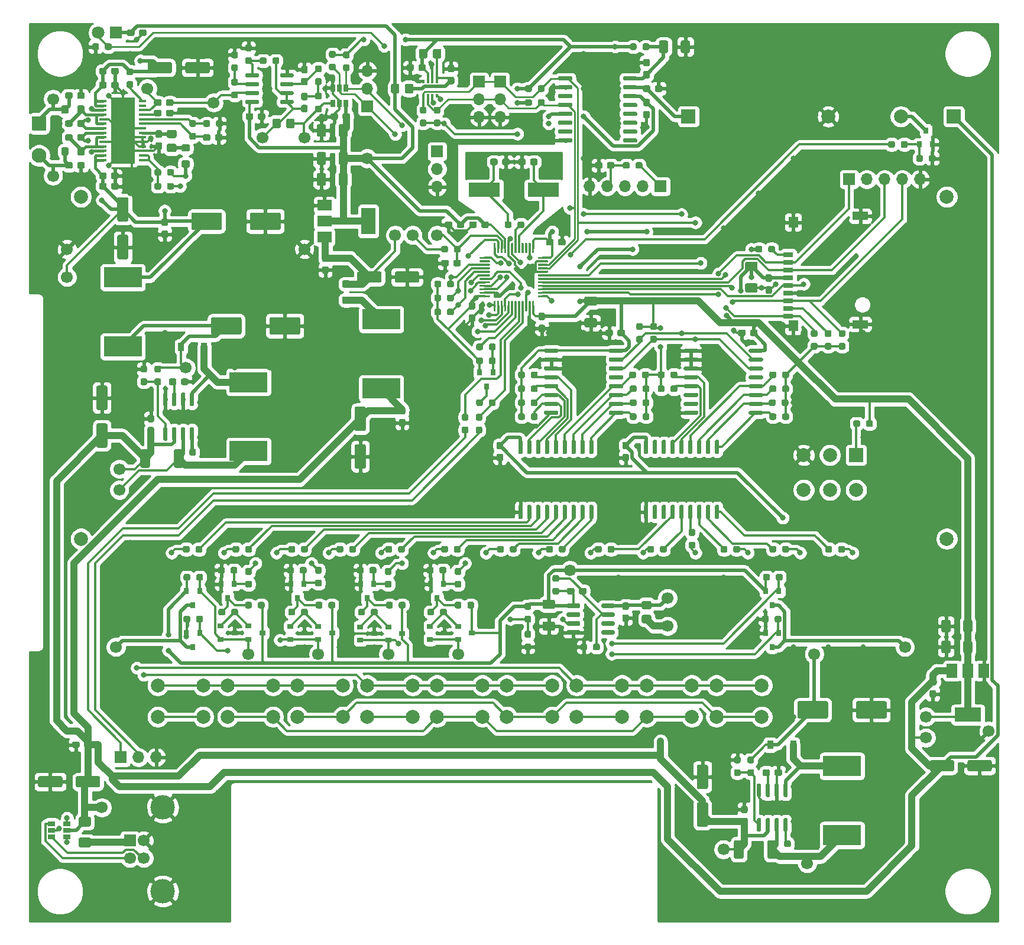
<source format=gbr>
%TF.GenerationSoftware,KiCad,Pcbnew,5.1.12-84ad8e8a86~92~ubuntu20.04.1*%
%TF.CreationDate,2022-04-17T17:37:32+03:00*%
%TF.ProjectId,rata,72617461-2e6b-4696-9361-645f70636258,rev?*%
%TF.SameCoordinates,Original*%
%TF.FileFunction,Copper,L1,Top*%
%TF.FilePolarity,Positive*%
%FSLAX46Y46*%
G04 Gerber Fmt 4.6, Leading zero omitted, Abs format (unit mm)*
G04 Created by KiCad (PCBNEW 5.1.12-84ad8e8a86~92~ubuntu20.04.1) date 2022-04-17 17:37:32*
%MOMM*%
%LPD*%
G01*
G04 APERTURE LIST*
%TA.AperFunction,ComponentPad*%
%ADD10C,0.600000*%
%TD*%
%TA.AperFunction,SMDPad,CuDef*%
%ADD11R,3.400000X9.500000*%
%TD*%
%TA.AperFunction,SMDPad,CuDef*%
%ADD12R,1.100000X0.400000*%
%TD*%
%TA.AperFunction,ComponentPad*%
%ADD13C,1.800000*%
%TD*%
%TA.AperFunction,ComponentPad*%
%ADD14R,1.800000X1.800000*%
%TD*%
%TA.AperFunction,SMDPad,CuDef*%
%ADD15R,5.400000X2.900000*%
%TD*%
%TA.AperFunction,SMDPad,CuDef*%
%ADD16R,1.400000X0.700000*%
%TD*%
%TA.AperFunction,SMDPad,CuDef*%
%ADD17R,1.400000X1.600000*%
%TD*%
%TA.AperFunction,SMDPad,CuDef*%
%ADD18R,2.200000X1.200000*%
%TD*%
%TA.AperFunction,SMDPad,CuDef*%
%ADD19R,4.500000X2.000000*%
%TD*%
%TA.AperFunction,SMDPad,CuDef*%
%ADD20R,2.000000X1.500000*%
%TD*%
%TA.AperFunction,SMDPad,CuDef*%
%ADD21R,2.000000X3.800000*%
%TD*%
%TA.AperFunction,SMDPad,CuDef*%
%ADD22R,0.350000X0.500000*%
%TD*%
%TA.AperFunction,SMDPad,CuDef*%
%ADD23R,1.060000X0.650000*%
%TD*%
%TA.AperFunction,SMDPad,CuDef*%
%ADD24R,0.650000X1.060000*%
%TD*%
%TA.AperFunction,SMDPad,CuDef*%
%ADD25R,1.500000X2.000000*%
%TD*%
%TA.AperFunction,SMDPad,CuDef*%
%ADD26R,3.800000X2.000000*%
%TD*%
%TA.AperFunction,ComponentPad*%
%ADD27C,2.000000*%
%TD*%
%TA.AperFunction,ComponentPad*%
%ADD28C,1.700000*%
%TD*%
%TA.AperFunction,ComponentPad*%
%ADD29R,2.000000X2.000000*%
%TD*%
%TA.AperFunction,SMDPad,CuDef*%
%ADD30R,0.900000X0.800000*%
%TD*%
%TA.AperFunction,SMDPad,CuDef*%
%ADD31R,0.800000X0.900000*%
%TD*%
%TA.AperFunction,ComponentPad*%
%ADD32O,1.700000X1.700000*%
%TD*%
%TA.AperFunction,ComponentPad*%
%ADD33R,1.700000X1.700000*%
%TD*%
%TA.AperFunction,ComponentPad*%
%ADD34C,2.100000*%
%TD*%
%TA.AperFunction,ComponentPad*%
%ADD35C,3.500000*%
%TD*%
%TA.AperFunction,SMDPad,CuDef*%
%ADD36R,0.900000X1.200000*%
%TD*%
%TA.AperFunction,ViaPad*%
%ADD37C,0.800000*%
%TD*%
%TA.AperFunction,Conductor*%
%ADD38C,0.500000*%
%TD*%
%TA.AperFunction,Conductor*%
%ADD39C,0.300000*%
%TD*%
%TA.AperFunction,Conductor*%
%ADD40C,1.000000*%
%TD*%
%TA.AperFunction,Conductor*%
%ADD41C,0.400000*%
%TD*%
%TA.AperFunction,Conductor*%
%ADD42C,0.250000*%
%TD*%
%TA.AperFunction,Conductor*%
%ADD43C,0.254000*%
%TD*%
%TA.AperFunction,Conductor*%
%ADD44C,0.100000*%
%TD*%
G04 APERTURE END LIST*
D10*
%TO.P,U6,29*%
%TO.N,GND*%
X15300000Y-11550000D03*
X14000000Y-11550000D03*
X12700000Y-11550000D03*
X15300000Y-13330000D03*
X14000000Y-13330000D03*
X12700000Y-13330000D03*
X15300000Y-15110000D03*
X14000000Y-15110000D03*
X12700000Y-15110000D03*
X15300000Y-16890000D03*
X14000000Y-16890000D03*
X12700000Y-16890000D03*
X15300000Y-18670000D03*
X14000000Y-18670000D03*
X12700000Y-18670000D03*
X12700000Y-20450000D03*
X14000000Y-20450000D03*
X15300000Y-20450000D03*
D11*
X14000000Y-16000000D03*
D12*
%TO.P,U6,28*%
%TO.N,+10V*%
X11150000Y-20225000D03*
%TO.P,U6,27*%
X11150000Y-19575000D03*
%TO.P,U6,26*%
%TO.N,Net-(C37-Pad2)*%
X11150000Y-18925000D03*
%TO.P,U6,25*%
%TO.N,Net-(C37-Pad1)*%
X11150000Y-18275000D03*
%TO.P,U6,24*%
%TO.N,GND*%
X11150000Y-17625000D03*
%TO.P,U6,23*%
%TO.N,Net-(C37-Pad1)*%
X11150000Y-16975000D03*
%TO.P,U6,22*%
%TO.N,Net-(C37-Pad2)*%
X11150000Y-16325000D03*
%TO.P,U6,21*%
%TO.N,Net-(C36-Pad2)*%
X11150000Y-15675000D03*
%TO.P,U6,20*%
%TO.N,Net-(C36-Pad1)*%
X11150000Y-15025000D03*
%TO.P,U6,19*%
%TO.N,GND*%
X11150000Y-14375000D03*
%TO.P,U6,18*%
%TO.N,Net-(C36-Pad1)*%
X11150000Y-13725000D03*
%TO.P,U6,17*%
%TO.N,Net-(C36-Pad2)*%
X11150000Y-13075000D03*
%TO.P,U6,16*%
%TO.N,+10V*%
X11150000Y-12425000D03*
%TO.P,U6,15*%
X11150000Y-11775000D03*
%TO.P,U6,14*%
%TO.N,Net-(R20-Pad2)*%
X16850000Y-11775000D03*
%TO.P,U6,13*%
%TO.N,Net-(U6-Pad13)*%
X16850000Y-12425000D03*
%TO.P,U6,12*%
%TO.N,Net-(C28-Pad1)*%
X16850000Y-13075000D03*
%TO.P,U6,11*%
%TO.N,Net-(C31-Pad1)*%
X16850000Y-13725000D03*
%TO.P,U6,10*%
%TO.N,Net-(R21-Pad2)*%
X16850000Y-14375000D03*
%TO.P,U6,9*%
%TO.N,Net-(C32-Pad1)*%
X16850000Y-15025000D03*
%TO.P,U6,8*%
%TO.N,GND*%
X16850000Y-15675000D03*
%TO.P,U6,7*%
%TO.N,Net-(C26-Pad1)*%
X16850000Y-16325000D03*
%TO.P,U6,6*%
%TO.N,GND*%
X16850000Y-16975000D03*
%TO.P,U6,5*%
X16850000Y-17625000D03*
%TO.P,U6,4*%
X16850000Y-18275000D03*
%TO.P,U6,3*%
X16850000Y-18925000D03*
%TO.P,U6,2*%
%TO.N,Net-(R17-Pad2)*%
X16850000Y-19575000D03*
%TO.P,U6,1*%
X16850000Y-20225000D03*
%TD*%
%TO.P,U2,48*%
%TO.N,+3V3*%
%TA.AperFunction,SMDPad,CuDef*%
G36*
G01*
X73500000Y-34100000D02*
X74825000Y-34100000D01*
G75*
G02*
X74900000Y-34175000I0J-75000D01*
G01*
X74900000Y-34325000D01*
G75*
G02*
X74825000Y-34400000I-75000J0D01*
G01*
X73500000Y-34400000D01*
G75*
G02*
X73425000Y-34325000I0J75000D01*
G01*
X73425000Y-34175000D01*
G75*
G02*
X73500000Y-34100000I75000J0D01*
G01*
G37*
%TD.AperFunction*%
%TO.P,U2,47*%
%TO.N,GND*%
%TA.AperFunction,SMDPad,CuDef*%
G36*
G01*
X73500000Y-34600000D02*
X74825000Y-34600000D01*
G75*
G02*
X74900000Y-34675000I0J-75000D01*
G01*
X74900000Y-34825000D01*
G75*
G02*
X74825000Y-34900000I-75000J0D01*
G01*
X73500000Y-34900000D01*
G75*
G02*
X73425000Y-34825000I0J75000D01*
G01*
X73425000Y-34675000D01*
G75*
G02*
X73500000Y-34600000I75000J0D01*
G01*
G37*
%TD.AperFunction*%
%TO.P,U2,46*%
%TO.N,/MCU/I2C_SDA*%
%TA.AperFunction,SMDPad,CuDef*%
G36*
G01*
X73500000Y-35100000D02*
X74825000Y-35100000D01*
G75*
G02*
X74900000Y-35175000I0J-75000D01*
G01*
X74900000Y-35325000D01*
G75*
G02*
X74825000Y-35400000I-75000J0D01*
G01*
X73500000Y-35400000D01*
G75*
G02*
X73425000Y-35325000I0J75000D01*
G01*
X73425000Y-35175000D01*
G75*
G02*
X73500000Y-35100000I75000J0D01*
G01*
G37*
%TD.AperFunction*%
%TO.P,U2,45*%
%TO.N,/MCU/I2C_SCK*%
%TA.AperFunction,SMDPad,CuDef*%
G36*
G01*
X73500000Y-35600000D02*
X74825000Y-35600000D01*
G75*
G02*
X74900000Y-35675000I0J-75000D01*
G01*
X74900000Y-35825000D01*
G75*
G02*
X74825000Y-35900000I-75000J0D01*
G01*
X73500000Y-35900000D01*
G75*
G02*
X73425000Y-35825000I0J75000D01*
G01*
X73425000Y-35675000D01*
G75*
G02*
X73500000Y-35600000I75000J0D01*
G01*
G37*
%TD.AperFunction*%
%TO.P,U2,44*%
%TO.N,GND*%
%TA.AperFunction,SMDPad,CuDef*%
G36*
G01*
X73500000Y-36100000D02*
X74825000Y-36100000D01*
G75*
G02*
X74900000Y-36175000I0J-75000D01*
G01*
X74900000Y-36325000D01*
G75*
G02*
X74825000Y-36400000I-75000J0D01*
G01*
X73500000Y-36400000D01*
G75*
G02*
X73425000Y-36325000I0J75000D01*
G01*
X73425000Y-36175000D01*
G75*
G02*
X73500000Y-36100000I75000J0D01*
G01*
G37*
%TD.AperFunction*%
%TO.P,U2,43*%
%TO.N,/ALARM_SW/ALARM*%
%TA.AperFunction,SMDPad,CuDef*%
G36*
G01*
X73500000Y-36600000D02*
X74825000Y-36600000D01*
G75*
G02*
X74900000Y-36675000I0J-75000D01*
G01*
X74900000Y-36825000D01*
G75*
G02*
X74825000Y-36900000I-75000J0D01*
G01*
X73500000Y-36900000D01*
G75*
G02*
X73425000Y-36825000I0J75000D01*
G01*
X73425000Y-36675000D01*
G75*
G02*
X73500000Y-36600000I75000J0D01*
G01*
G37*
%TD.AperFunction*%
%TO.P,U2,42*%
%TO.N,/MICRO_SD_CARD/CARD_DET*%
%TA.AperFunction,SMDPad,CuDef*%
G36*
G01*
X73500000Y-37100000D02*
X74825000Y-37100000D01*
G75*
G02*
X74900000Y-37175000I0J-75000D01*
G01*
X74900000Y-37325000D01*
G75*
G02*
X74825000Y-37400000I-75000J0D01*
G01*
X73500000Y-37400000D01*
G75*
G02*
X73425000Y-37325000I0J75000D01*
G01*
X73425000Y-37175000D01*
G75*
G02*
X73500000Y-37100000I75000J0D01*
G01*
G37*
%TD.AperFunction*%
%TO.P,U2,41*%
%TO.N,/MICRO_SD_CARD/MOSI*%
%TA.AperFunction,SMDPad,CuDef*%
G36*
G01*
X73500000Y-37600000D02*
X74825000Y-37600000D01*
G75*
G02*
X74900000Y-37675000I0J-75000D01*
G01*
X74900000Y-37825000D01*
G75*
G02*
X74825000Y-37900000I-75000J0D01*
G01*
X73500000Y-37900000D01*
G75*
G02*
X73425000Y-37825000I0J75000D01*
G01*
X73425000Y-37675000D01*
G75*
G02*
X73500000Y-37600000I75000J0D01*
G01*
G37*
%TD.AperFunction*%
%TO.P,U2,40*%
%TO.N,/MICRO_SD_CARD/MISO*%
%TA.AperFunction,SMDPad,CuDef*%
G36*
G01*
X73500000Y-38100000D02*
X74825000Y-38100000D01*
G75*
G02*
X74900000Y-38175000I0J-75000D01*
G01*
X74900000Y-38325000D01*
G75*
G02*
X74825000Y-38400000I-75000J0D01*
G01*
X73500000Y-38400000D01*
G75*
G02*
X73425000Y-38325000I0J75000D01*
G01*
X73425000Y-38175000D01*
G75*
G02*
X73500000Y-38100000I75000J0D01*
G01*
G37*
%TD.AperFunction*%
%TO.P,U2,39*%
%TO.N,/MICRO_SD_CARD/SCK*%
%TA.AperFunction,SMDPad,CuDef*%
G36*
G01*
X73500000Y-38600000D02*
X74825000Y-38600000D01*
G75*
G02*
X74900000Y-38675000I0J-75000D01*
G01*
X74900000Y-38825000D01*
G75*
G02*
X74825000Y-38900000I-75000J0D01*
G01*
X73500000Y-38900000D01*
G75*
G02*
X73425000Y-38825000I0J75000D01*
G01*
X73425000Y-38675000D01*
G75*
G02*
X73500000Y-38600000I75000J0D01*
G01*
G37*
%TD.AperFunction*%
%TO.P,U2,38*%
%TO.N,/MICRO_SD_CARD/~CS~*%
%TA.AperFunction,SMDPad,CuDef*%
G36*
G01*
X73500000Y-39100000D02*
X74825000Y-39100000D01*
G75*
G02*
X74900000Y-39175000I0J-75000D01*
G01*
X74900000Y-39325000D01*
G75*
G02*
X74825000Y-39400000I-75000J0D01*
G01*
X73500000Y-39400000D01*
G75*
G02*
X73425000Y-39325000I0J75000D01*
G01*
X73425000Y-39175000D01*
G75*
G02*
X73500000Y-39100000I75000J0D01*
G01*
G37*
%TD.AperFunction*%
%TO.P,U2,37*%
%TO.N,/MCU/SWCLK*%
%TA.AperFunction,SMDPad,CuDef*%
G36*
G01*
X73500000Y-39600000D02*
X74825000Y-39600000D01*
G75*
G02*
X74900000Y-39675000I0J-75000D01*
G01*
X74900000Y-39825000D01*
G75*
G02*
X74825000Y-39900000I-75000J0D01*
G01*
X73500000Y-39900000D01*
G75*
G02*
X73425000Y-39825000I0J75000D01*
G01*
X73425000Y-39675000D01*
G75*
G02*
X73500000Y-39600000I75000J0D01*
G01*
G37*
%TD.AperFunction*%
%TO.P,U2,36*%
%TO.N,+3V3*%
%TA.AperFunction,SMDPad,CuDef*%
G36*
G01*
X72675000Y-40425000D02*
X72825000Y-40425000D01*
G75*
G02*
X72900000Y-40500000I0J-75000D01*
G01*
X72900000Y-41825000D01*
G75*
G02*
X72825000Y-41900000I-75000J0D01*
G01*
X72675000Y-41900000D01*
G75*
G02*
X72600000Y-41825000I0J75000D01*
G01*
X72600000Y-40500000D01*
G75*
G02*
X72675000Y-40425000I75000J0D01*
G01*
G37*
%TD.AperFunction*%
%TO.P,U2,35*%
%TO.N,GND*%
%TA.AperFunction,SMDPad,CuDef*%
G36*
G01*
X72175000Y-40425000D02*
X72325000Y-40425000D01*
G75*
G02*
X72400000Y-40500000I0J-75000D01*
G01*
X72400000Y-41825000D01*
G75*
G02*
X72325000Y-41900000I-75000J0D01*
G01*
X72175000Y-41900000D01*
G75*
G02*
X72100000Y-41825000I0J75000D01*
G01*
X72100000Y-40500000D01*
G75*
G02*
X72175000Y-40425000I75000J0D01*
G01*
G37*
%TD.AperFunction*%
%TO.P,U2,34*%
%TO.N,/MCU/SWDIO*%
%TA.AperFunction,SMDPad,CuDef*%
G36*
G01*
X71675000Y-40425000D02*
X71825000Y-40425000D01*
G75*
G02*
X71900000Y-40500000I0J-75000D01*
G01*
X71900000Y-41825000D01*
G75*
G02*
X71825000Y-41900000I-75000J0D01*
G01*
X71675000Y-41900000D01*
G75*
G02*
X71600000Y-41825000I0J75000D01*
G01*
X71600000Y-40500000D01*
G75*
G02*
X71675000Y-40425000I75000J0D01*
G01*
G37*
%TD.AperFunction*%
%TO.P,U2,33*%
%TO.N,/MCU/USBDP*%
%TA.AperFunction,SMDPad,CuDef*%
G36*
G01*
X71175000Y-40425000D02*
X71325000Y-40425000D01*
G75*
G02*
X71400000Y-40500000I0J-75000D01*
G01*
X71400000Y-41825000D01*
G75*
G02*
X71325000Y-41900000I-75000J0D01*
G01*
X71175000Y-41900000D01*
G75*
G02*
X71100000Y-41825000I0J75000D01*
G01*
X71100000Y-40500000D01*
G75*
G02*
X71175000Y-40425000I75000J0D01*
G01*
G37*
%TD.AperFunction*%
%TO.P,U2,32*%
%TO.N,/MCU/USBDM*%
%TA.AperFunction,SMDPad,CuDef*%
G36*
G01*
X70675000Y-40425000D02*
X70825000Y-40425000D01*
G75*
G02*
X70900000Y-40500000I0J-75000D01*
G01*
X70900000Y-41825000D01*
G75*
G02*
X70825000Y-41900000I-75000J0D01*
G01*
X70675000Y-41900000D01*
G75*
G02*
X70600000Y-41825000I0J75000D01*
G01*
X70600000Y-40500000D01*
G75*
G02*
X70675000Y-40425000I75000J0D01*
G01*
G37*
%TD.AperFunction*%
%TO.P,U2,31*%
%TO.N,/MCU/USB_ON*%
%TA.AperFunction,SMDPad,CuDef*%
G36*
G01*
X70175000Y-40425000D02*
X70325000Y-40425000D01*
G75*
G02*
X70400000Y-40500000I0J-75000D01*
G01*
X70400000Y-41825000D01*
G75*
G02*
X70325000Y-41900000I-75000J0D01*
G01*
X70175000Y-41900000D01*
G75*
G02*
X70100000Y-41825000I0J75000D01*
G01*
X70100000Y-40500000D01*
G75*
G02*
X70175000Y-40425000I75000J0D01*
G01*
G37*
%TD.AperFunction*%
%TO.P,U2,30*%
%TO.N,/MCU/BRG1N*%
%TA.AperFunction,SMDPad,CuDef*%
G36*
G01*
X69675000Y-40425000D02*
X69825000Y-40425000D01*
G75*
G02*
X69900000Y-40500000I0J-75000D01*
G01*
X69900000Y-41825000D01*
G75*
G02*
X69825000Y-41900000I-75000J0D01*
G01*
X69675000Y-41900000D01*
G75*
G02*
X69600000Y-41825000I0J75000D01*
G01*
X69600000Y-40500000D01*
G75*
G02*
X69675000Y-40425000I75000J0D01*
G01*
G37*
%TD.AperFunction*%
%TO.P,U2,29*%
%TO.N,/MCU/BRG0P*%
%TA.AperFunction,SMDPad,CuDef*%
G36*
G01*
X69175000Y-40425000D02*
X69325000Y-40425000D01*
G75*
G02*
X69400000Y-40500000I0J-75000D01*
G01*
X69400000Y-41825000D01*
G75*
G02*
X69325000Y-41900000I-75000J0D01*
G01*
X69175000Y-41900000D01*
G75*
G02*
X69100000Y-41825000I0J75000D01*
G01*
X69100000Y-40500000D01*
G75*
G02*
X69175000Y-40425000I75000J0D01*
G01*
G37*
%TD.AperFunction*%
%TO.P,U2,28*%
%TO.N,/MCU/HEATER_PWR_EN*%
%TA.AperFunction,SMDPad,CuDef*%
G36*
G01*
X68675000Y-40425000D02*
X68825000Y-40425000D01*
G75*
G02*
X68900000Y-40500000I0J-75000D01*
G01*
X68900000Y-41825000D01*
G75*
G02*
X68825000Y-41900000I-75000J0D01*
G01*
X68675000Y-41900000D01*
G75*
G02*
X68600000Y-41825000I0J75000D01*
G01*
X68600000Y-40500000D01*
G75*
G02*
X68675000Y-40425000I75000J0D01*
G01*
G37*
%TD.AperFunction*%
%TO.P,U2,27*%
%TO.N,/MCU/BRG1P*%
%TA.AperFunction,SMDPad,CuDef*%
G36*
G01*
X68175000Y-40425000D02*
X68325000Y-40425000D01*
G75*
G02*
X68400000Y-40500000I0J-75000D01*
G01*
X68400000Y-41825000D01*
G75*
G02*
X68325000Y-41900000I-75000J0D01*
G01*
X68175000Y-41900000D01*
G75*
G02*
X68100000Y-41825000I0J75000D01*
G01*
X68100000Y-40500000D01*
G75*
G02*
X68175000Y-40425000I75000J0D01*
G01*
G37*
%TD.AperFunction*%
%TO.P,U2,26*%
%TO.N,/MCU/BRG0N*%
%TA.AperFunction,SMDPad,CuDef*%
G36*
G01*
X67675000Y-40425000D02*
X67825000Y-40425000D01*
G75*
G02*
X67900000Y-40500000I0J-75000D01*
G01*
X67900000Y-41825000D01*
G75*
G02*
X67825000Y-41900000I-75000J0D01*
G01*
X67675000Y-41900000D01*
G75*
G02*
X67600000Y-41825000I0J75000D01*
G01*
X67600000Y-40500000D01*
G75*
G02*
X67675000Y-40425000I75000J0D01*
G01*
G37*
%TD.AperFunction*%
%TO.P,U2,25*%
%TO.N,/BUTTONS/ROW0*%
%TA.AperFunction,SMDPad,CuDef*%
G36*
G01*
X67175000Y-40425000D02*
X67325000Y-40425000D01*
G75*
G02*
X67400000Y-40500000I0J-75000D01*
G01*
X67400000Y-41825000D01*
G75*
G02*
X67325000Y-41900000I-75000J0D01*
G01*
X67175000Y-41900000D01*
G75*
G02*
X67100000Y-41825000I0J75000D01*
G01*
X67100000Y-40500000D01*
G75*
G02*
X67175000Y-40425000I75000J0D01*
G01*
G37*
%TD.AperFunction*%
%TO.P,U2,24*%
%TO.N,+3V3*%
%TA.AperFunction,SMDPad,CuDef*%
G36*
G01*
X65175000Y-39600000D02*
X66500000Y-39600000D01*
G75*
G02*
X66575000Y-39675000I0J-75000D01*
G01*
X66575000Y-39825000D01*
G75*
G02*
X66500000Y-39900000I-75000J0D01*
G01*
X65175000Y-39900000D01*
G75*
G02*
X65100000Y-39825000I0J75000D01*
G01*
X65100000Y-39675000D01*
G75*
G02*
X65175000Y-39600000I75000J0D01*
G01*
G37*
%TD.AperFunction*%
%TO.P,U2,23*%
%TO.N,GND*%
%TA.AperFunction,SMDPad,CuDef*%
G36*
G01*
X65175000Y-39100000D02*
X66500000Y-39100000D01*
G75*
G02*
X66575000Y-39175000I0J-75000D01*
G01*
X66575000Y-39325000D01*
G75*
G02*
X66500000Y-39400000I-75000J0D01*
G01*
X65175000Y-39400000D01*
G75*
G02*
X65100000Y-39325000I0J75000D01*
G01*
X65100000Y-39175000D01*
G75*
G02*
X65175000Y-39100000I75000J0D01*
G01*
G37*
%TD.AperFunction*%
%TO.P,U2,22*%
%TO.N,/MCU/DAC_I2C_SDA*%
%TA.AperFunction,SMDPad,CuDef*%
G36*
G01*
X65175000Y-38600000D02*
X66500000Y-38600000D01*
G75*
G02*
X66575000Y-38675000I0J-75000D01*
G01*
X66575000Y-38825000D01*
G75*
G02*
X66500000Y-38900000I-75000J0D01*
G01*
X65175000Y-38900000D01*
G75*
G02*
X65100000Y-38825000I0J75000D01*
G01*
X65100000Y-38675000D01*
G75*
G02*
X65175000Y-38600000I75000J0D01*
G01*
G37*
%TD.AperFunction*%
%TO.P,U2,21*%
%TO.N,/MCU/DAC_I2C_SCK*%
%TA.AperFunction,SMDPad,CuDef*%
G36*
G01*
X65175000Y-38100000D02*
X66500000Y-38100000D01*
G75*
G02*
X66575000Y-38175000I0J-75000D01*
G01*
X66575000Y-38325000D01*
G75*
G02*
X66500000Y-38400000I-75000J0D01*
G01*
X65175000Y-38400000D01*
G75*
G02*
X65100000Y-38325000I0J75000D01*
G01*
X65100000Y-38175000D01*
G75*
G02*
X65175000Y-38100000I75000J0D01*
G01*
G37*
%TD.AperFunction*%
%TO.P,U2,20*%
%TO.N,/BUTTONS/ROW1*%
%TA.AperFunction,SMDPad,CuDef*%
G36*
G01*
X65175000Y-37600000D02*
X66500000Y-37600000D01*
G75*
G02*
X66575000Y-37675000I0J-75000D01*
G01*
X66575000Y-37825000D01*
G75*
G02*
X66500000Y-37900000I-75000J0D01*
G01*
X65175000Y-37900000D01*
G75*
G02*
X65100000Y-37825000I0J75000D01*
G01*
X65100000Y-37675000D01*
G75*
G02*
X65175000Y-37600000I75000J0D01*
G01*
G37*
%TD.AperFunction*%
%TO.P,U2,19*%
%TO.N,/MCU/HEATER_VOLT*%
%TA.AperFunction,SMDPad,CuDef*%
G36*
G01*
X65175000Y-37100000D02*
X66500000Y-37100000D01*
G75*
G02*
X66575000Y-37175000I0J-75000D01*
G01*
X66575000Y-37325000D01*
G75*
G02*
X66500000Y-37400000I-75000J0D01*
G01*
X65175000Y-37400000D01*
G75*
G02*
X65100000Y-37325000I0J75000D01*
G01*
X65100000Y-37175000D01*
G75*
G02*
X65175000Y-37100000I75000J0D01*
G01*
G37*
%TD.AperFunction*%
%TO.P,U2,18*%
%TO.N,/BUTTONS/ROW2*%
%TA.AperFunction,SMDPad,CuDef*%
G36*
G01*
X65175000Y-36600000D02*
X66500000Y-36600000D01*
G75*
G02*
X66575000Y-36675000I0J-75000D01*
G01*
X66575000Y-36825000D01*
G75*
G02*
X66500000Y-36900000I-75000J0D01*
G01*
X65175000Y-36900000D01*
G75*
G02*
X65100000Y-36825000I0J75000D01*
G01*
X65100000Y-36675000D01*
G75*
G02*
X65175000Y-36600000I75000J0D01*
G01*
G37*
%TD.AperFunction*%
%TO.P,U2,17*%
%TO.N,/BUTTONS/COL2*%
%TA.AperFunction,SMDPad,CuDef*%
G36*
G01*
X65175000Y-36100000D02*
X66500000Y-36100000D01*
G75*
G02*
X66575000Y-36175000I0J-75000D01*
G01*
X66575000Y-36325000D01*
G75*
G02*
X66500000Y-36400000I-75000J0D01*
G01*
X65175000Y-36400000D01*
G75*
G02*
X65100000Y-36325000I0J75000D01*
G01*
X65100000Y-36175000D01*
G75*
G02*
X65175000Y-36100000I75000J0D01*
G01*
G37*
%TD.AperFunction*%
%TO.P,U2,16*%
%TO.N,/BUTTONS/COL1*%
%TA.AperFunction,SMDPad,CuDef*%
G36*
G01*
X65175000Y-35600000D02*
X66500000Y-35600000D01*
G75*
G02*
X66575000Y-35675000I0J-75000D01*
G01*
X66575000Y-35825000D01*
G75*
G02*
X66500000Y-35900000I-75000J0D01*
G01*
X65175000Y-35900000D01*
G75*
G02*
X65100000Y-35825000I0J75000D01*
G01*
X65100000Y-35675000D01*
G75*
G02*
X65175000Y-35600000I75000J0D01*
G01*
G37*
%TD.AperFunction*%
%TO.P,U2,15*%
%TO.N,/BUTTONS/COL0*%
%TA.AperFunction,SMDPad,CuDef*%
G36*
G01*
X65175000Y-35100000D02*
X66500000Y-35100000D01*
G75*
G02*
X66575000Y-35175000I0J-75000D01*
G01*
X66575000Y-35325000D01*
G75*
G02*
X66500000Y-35400000I-75000J0D01*
G01*
X65175000Y-35400000D01*
G75*
G02*
X65100000Y-35325000I0J75000D01*
G01*
X65100000Y-35175000D01*
G75*
G02*
X65175000Y-35100000I75000J0D01*
G01*
G37*
%TD.AperFunction*%
%TO.P,U2,14*%
%TO.N,Net-(U2-Pad14)*%
%TA.AperFunction,SMDPad,CuDef*%
G36*
G01*
X65175000Y-34600000D02*
X66500000Y-34600000D01*
G75*
G02*
X66575000Y-34675000I0J-75000D01*
G01*
X66575000Y-34825000D01*
G75*
G02*
X66500000Y-34900000I-75000J0D01*
G01*
X65175000Y-34900000D01*
G75*
G02*
X65100000Y-34825000I0J75000D01*
G01*
X65100000Y-34675000D01*
G75*
G02*
X65175000Y-34600000I75000J0D01*
G01*
G37*
%TD.AperFunction*%
%TO.P,U2,13*%
%TO.N,/MCU/UART2_RX*%
%TA.AperFunction,SMDPad,CuDef*%
G36*
G01*
X65175000Y-34100000D02*
X66500000Y-34100000D01*
G75*
G02*
X66575000Y-34175000I0J-75000D01*
G01*
X66575000Y-34325000D01*
G75*
G02*
X66500000Y-34400000I-75000J0D01*
G01*
X65175000Y-34400000D01*
G75*
G02*
X65100000Y-34325000I0J75000D01*
G01*
X65100000Y-34175000D01*
G75*
G02*
X65175000Y-34100000I75000J0D01*
G01*
G37*
%TD.AperFunction*%
%TO.P,U2,12*%
%TO.N,/MCU/UART2_TX*%
%TA.AperFunction,SMDPad,CuDef*%
G36*
G01*
X67175000Y-32100000D02*
X67325000Y-32100000D01*
G75*
G02*
X67400000Y-32175000I0J-75000D01*
G01*
X67400000Y-33500000D01*
G75*
G02*
X67325000Y-33575000I-75000J0D01*
G01*
X67175000Y-33575000D01*
G75*
G02*
X67100000Y-33500000I0J75000D01*
G01*
X67100000Y-32175000D01*
G75*
G02*
X67175000Y-32100000I75000J0D01*
G01*
G37*
%TD.AperFunction*%
%TO.P,U2,11*%
%TO.N,/MCU/AMP_EN*%
%TA.AperFunction,SMDPad,CuDef*%
G36*
G01*
X67675000Y-32100000D02*
X67825000Y-32100000D01*
G75*
G02*
X67900000Y-32175000I0J-75000D01*
G01*
X67900000Y-33500000D01*
G75*
G02*
X67825000Y-33575000I-75000J0D01*
G01*
X67675000Y-33575000D01*
G75*
G02*
X67600000Y-33500000I0J75000D01*
G01*
X67600000Y-32175000D01*
G75*
G02*
X67675000Y-32100000I75000J0D01*
G01*
G37*
%TD.AperFunction*%
%TO.P,U2,10*%
%TO.N,/MCU/LIGHT_VOLT*%
%TA.AperFunction,SMDPad,CuDef*%
G36*
G01*
X68175000Y-32100000D02*
X68325000Y-32100000D01*
G75*
G02*
X68400000Y-32175000I0J-75000D01*
G01*
X68400000Y-33500000D01*
G75*
G02*
X68325000Y-33575000I-75000J0D01*
G01*
X68175000Y-33575000D01*
G75*
G02*
X68100000Y-33500000I0J75000D01*
G01*
X68100000Y-32175000D01*
G75*
G02*
X68175000Y-32100000I75000J0D01*
G01*
G37*
%TD.AperFunction*%
%TO.P,U2,9*%
%TO.N,+3V3A*%
%TA.AperFunction,SMDPad,CuDef*%
G36*
G01*
X68675000Y-32100000D02*
X68825000Y-32100000D01*
G75*
G02*
X68900000Y-32175000I0J-75000D01*
G01*
X68900000Y-33500000D01*
G75*
G02*
X68825000Y-33575000I-75000J0D01*
G01*
X68675000Y-33575000D01*
G75*
G02*
X68600000Y-33500000I0J75000D01*
G01*
X68600000Y-32175000D01*
G75*
G02*
X68675000Y-32100000I75000J0D01*
G01*
G37*
%TD.AperFunction*%
%TO.P,U2,8*%
%TO.N,GND*%
%TA.AperFunction,SMDPad,CuDef*%
G36*
G01*
X69175000Y-32100000D02*
X69325000Y-32100000D01*
G75*
G02*
X69400000Y-32175000I0J-75000D01*
G01*
X69400000Y-33500000D01*
G75*
G02*
X69325000Y-33575000I-75000J0D01*
G01*
X69175000Y-33575000D01*
G75*
G02*
X69100000Y-33500000I0J75000D01*
G01*
X69100000Y-32175000D01*
G75*
G02*
X69175000Y-32100000I75000J0D01*
G01*
G37*
%TD.AperFunction*%
%TO.P,U2,7*%
%TO.N,/MCU/NRST*%
%TA.AperFunction,SMDPad,CuDef*%
G36*
G01*
X69675000Y-32100000D02*
X69825000Y-32100000D01*
G75*
G02*
X69900000Y-32175000I0J-75000D01*
G01*
X69900000Y-33500000D01*
G75*
G02*
X69825000Y-33575000I-75000J0D01*
G01*
X69675000Y-33575000D01*
G75*
G02*
X69600000Y-33500000I0J75000D01*
G01*
X69600000Y-32175000D01*
G75*
G02*
X69675000Y-32100000I75000J0D01*
G01*
G37*
%TD.AperFunction*%
%TO.P,U2,6*%
%TO.N,Net-(R1-Pad2)*%
%TA.AperFunction,SMDPad,CuDef*%
G36*
G01*
X70175000Y-32100000D02*
X70325000Y-32100000D01*
G75*
G02*
X70400000Y-32175000I0J-75000D01*
G01*
X70400000Y-33500000D01*
G75*
G02*
X70325000Y-33575000I-75000J0D01*
G01*
X70175000Y-33575000D01*
G75*
G02*
X70100000Y-33500000I0J75000D01*
G01*
X70100000Y-32175000D01*
G75*
G02*
X70175000Y-32100000I75000J0D01*
G01*
G37*
%TD.AperFunction*%
%TO.P,U2,5*%
%TO.N,Net-(C1-Pad1)*%
%TA.AperFunction,SMDPad,CuDef*%
G36*
G01*
X70675000Y-32100000D02*
X70825000Y-32100000D01*
G75*
G02*
X70900000Y-32175000I0J-75000D01*
G01*
X70900000Y-33500000D01*
G75*
G02*
X70825000Y-33575000I-75000J0D01*
G01*
X70675000Y-33575000D01*
G75*
G02*
X70600000Y-33500000I0J75000D01*
G01*
X70600000Y-32175000D01*
G75*
G02*
X70675000Y-32100000I75000J0D01*
G01*
G37*
%TD.AperFunction*%
%TO.P,U2,4*%
%TO.N,Net-(U2-Pad4)*%
%TA.AperFunction,SMDPad,CuDef*%
G36*
G01*
X71175000Y-32100000D02*
X71325000Y-32100000D01*
G75*
G02*
X71400000Y-32175000I0J-75000D01*
G01*
X71400000Y-33500000D01*
G75*
G02*
X71325000Y-33575000I-75000J0D01*
G01*
X71175000Y-33575000D01*
G75*
G02*
X71100000Y-33500000I0J75000D01*
G01*
X71100000Y-32175000D01*
G75*
G02*
X71175000Y-32100000I75000J0D01*
G01*
G37*
%TD.AperFunction*%
%TO.P,U2,3*%
%TO.N,Net-(U2-Pad3)*%
%TA.AperFunction,SMDPad,CuDef*%
G36*
G01*
X71675000Y-32100000D02*
X71825000Y-32100000D01*
G75*
G02*
X71900000Y-32175000I0J-75000D01*
G01*
X71900000Y-33500000D01*
G75*
G02*
X71825000Y-33575000I-75000J0D01*
G01*
X71675000Y-33575000D01*
G75*
G02*
X71600000Y-33500000I0J75000D01*
G01*
X71600000Y-32175000D01*
G75*
G02*
X71675000Y-32100000I75000J0D01*
G01*
G37*
%TD.AperFunction*%
%TO.P,U2,2*%
%TO.N,/MCU/BZ_EN*%
%TA.AperFunction,SMDPad,CuDef*%
G36*
G01*
X72175000Y-32100000D02*
X72325000Y-32100000D01*
G75*
G02*
X72400000Y-32175000I0J-75000D01*
G01*
X72400000Y-33500000D01*
G75*
G02*
X72325000Y-33575000I-75000J0D01*
G01*
X72175000Y-33575000D01*
G75*
G02*
X72100000Y-33500000I0J75000D01*
G01*
X72100000Y-32175000D01*
G75*
G02*
X72175000Y-32100000I75000J0D01*
G01*
G37*
%TD.AperFunction*%
%TO.P,U2,1*%
%TO.N,+3V3*%
%TA.AperFunction,SMDPad,CuDef*%
G36*
G01*
X72675000Y-32100000D02*
X72825000Y-32100000D01*
G75*
G02*
X72900000Y-32175000I0J-75000D01*
G01*
X72900000Y-33500000D01*
G75*
G02*
X72825000Y-33575000I-75000J0D01*
G01*
X72675000Y-33575000D01*
G75*
G02*
X72600000Y-33500000I0J75000D01*
G01*
X72600000Y-32175000D01*
G75*
G02*
X72675000Y-32100000I75000J0D01*
G01*
G37*
%TD.AperFunction*%
%TD*%
%TO.P,C54,2*%
%TO.N,GND*%
%TA.AperFunction,SMDPad,CuDef*%
G36*
G01*
X16325000Y-2237500D02*
X16325000Y-1762500D01*
G75*
G02*
X16562500Y-1525000I237500J0D01*
G01*
X17162500Y-1525000D01*
G75*
G02*
X17400000Y-1762500I0J-237500D01*
G01*
X17400000Y-2237500D01*
G75*
G02*
X17162500Y-2475000I-237500J0D01*
G01*
X16562500Y-2475000D01*
G75*
G02*
X16325000Y-2237500I0J237500D01*
G01*
G37*
%TD.AperFunction*%
%TO.P,C54,1*%
%TO.N,+3V3A*%
%TA.AperFunction,SMDPad,CuDef*%
G36*
G01*
X14600000Y-2237500D02*
X14600000Y-1762500D01*
G75*
G02*
X14837500Y-1525000I237500J0D01*
G01*
X15437500Y-1525000D01*
G75*
G02*
X15675000Y-1762500I0J-237500D01*
G01*
X15675000Y-2237500D01*
G75*
G02*
X15437500Y-2475000I-237500J0D01*
G01*
X14837500Y-2475000D01*
G75*
G02*
X14600000Y-2237500I0J237500D01*
G01*
G37*
%TD.AperFunction*%
%TD*%
%TO.P,C60,2*%
%TO.N,GND*%
%TA.AperFunction,SMDPad,CuDef*%
G36*
G01*
X52950000Y-37550000D02*
X52950000Y-36450000D01*
G75*
G02*
X53200000Y-36200000I250000J0D01*
G01*
X56200000Y-36200000D01*
G75*
G02*
X56450000Y-36450000I0J-250000D01*
G01*
X56450000Y-37550000D01*
G75*
G02*
X56200000Y-37800000I-250000J0D01*
G01*
X53200000Y-37800000D01*
G75*
G02*
X52950000Y-37550000I0J250000D01*
G01*
G37*
%TD.AperFunction*%
%TO.P,C60,1*%
%TO.N,Net-(C60-Pad1)*%
%TA.AperFunction,SMDPad,CuDef*%
G36*
G01*
X47550000Y-37550000D02*
X47550000Y-36450000D01*
G75*
G02*
X47800000Y-36200000I250000J0D01*
G01*
X50800000Y-36200000D01*
G75*
G02*
X51050000Y-36450000I0J-250000D01*
G01*
X51050000Y-37550000D01*
G75*
G02*
X50800000Y-37800000I-250000J0D01*
G01*
X47800000Y-37800000D01*
G75*
G02*
X47550000Y-37550000I0J250000D01*
G01*
G37*
%TD.AperFunction*%
%TD*%
%TO.P,C58,2*%
%TO.N,GND*%
%TA.AperFunction,SMDPad,CuDef*%
G36*
G01*
X47450000Y-60950000D02*
X48550000Y-60950000D01*
G75*
G02*
X48800000Y-61200000I0J-250000D01*
G01*
X48800000Y-64200000D01*
G75*
G02*
X48550000Y-64450000I-250000J0D01*
G01*
X47450000Y-64450000D01*
G75*
G02*
X47200000Y-64200000I0J250000D01*
G01*
X47200000Y-61200000D01*
G75*
G02*
X47450000Y-60950000I250000J0D01*
G01*
G37*
%TD.AperFunction*%
%TO.P,C58,1*%
%TO.N,+5V*%
%TA.AperFunction,SMDPad,CuDef*%
G36*
G01*
X47450000Y-55550000D02*
X48550000Y-55550000D01*
G75*
G02*
X48800000Y-55800000I0J-250000D01*
G01*
X48800000Y-58800000D01*
G75*
G02*
X48550000Y-59050000I-250000J0D01*
G01*
X47450000Y-59050000D01*
G75*
G02*
X47200000Y-58800000I0J250000D01*
G01*
X47200000Y-55800000D01*
G75*
G02*
X47450000Y-55550000I250000J0D01*
G01*
G37*
%TD.AperFunction*%
%TD*%
%TO.P,C45,1*%
%TO.N,+5V*%
%TA.AperFunction,SMDPad,CuDef*%
G36*
G01*
X10750000Y-108750000D02*
X10750000Y-109850000D01*
G75*
G02*
X10500000Y-110100000I-250000J0D01*
G01*
X7500000Y-110100000D01*
G75*
G02*
X7250000Y-109850000I0J250000D01*
G01*
X7250000Y-108750000D01*
G75*
G02*
X7500000Y-108500000I250000J0D01*
G01*
X10500000Y-108500000D01*
G75*
G02*
X10750000Y-108750000I0J-250000D01*
G01*
G37*
%TD.AperFunction*%
%TO.P,C45,2*%
%TO.N,GND*%
%TA.AperFunction,SMDPad,CuDef*%
G36*
G01*
X5350000Y-108750000D02*
X5350000Y-109850000D01*
G75*
G02*
X5100000Y-110100000I-250000J0D01*
G01*
X2100000Y-110100000D01*
G75*
G02*
X1850000Y-109850000I0J250000D01*
G01*
X1850000Y-108750000D01*
G75*
G02*
X2100000Y-108500000I250000J0D01*
G01*
X5100000Y-108500000D01*
G75*
G02*
X5350000Y-108750000I0J-250000D01*
G01*
G37*
%TD.AperFunction*%
%TD*%
%TO.P,C33,2*%
%TO.N,GND*%
%TA.AperFunction,SMDPad,CuDef*%
G36*
G01*
X13450000Y-30950000D02*
X14550000Y-30950000D01*
G75*
G02*
X14800000Y-31200000I0J-250000D01*
G01*
X14800000Y-34200000D01*
G75*
G02*
X14550000Y-34450000I-250000J0D01*
G01*
X13450000Y-34450000D01*
G75*
G02*
X13200000Y-34200000I0J250000D01*
G01*
X13200000Y-31200000D01*
G75*
G02*
X13450000Y-30950000I250000J0D01*
G01*
G37*
%TD.AperFunction*%
%TO.P,C33,1*%
%TO.N,+10V*%
%TA.AperFunction,SMDPad,CuDef*%
G36*
G01*
X13450000Y-25550000D02*
X14550000Y-25550000D01*
G75*
G02*
X14800000Y-25800000I0J-250000D01*
G01*
X14800000Y-28800000D01*
G75*
G02*
X14550000Y-29050000I-250000J0D01*
G01*
X13450000Y-29050000D01*
G75*
G02*
X13200000Y-28800000I0J250000D01*
G01*
X13200000Y-25800000D01*
G75*
G02*
X13450000Y-25550000I250000J0D01*
G01*
G37*
%TD.AperFunction*%
%TD*%
%TO.P,C27,2*%
%TO.N,GND*%
%TA.AperFunction,SMDPad,CuDef*%
G36*
G01*
X22950000Y-7550000D02*
X22950000Y-6450000D01*
G75*
G02*
X23200000Y-6200000I250000J0D01*
G01*
X26200000Y-6200000D01*
G75*
G02*
X26450000Y-6450000I0J-250000D01*
G01*
X26450000Y-7550000D01*
G75*
G02*
X26200000Y-7800000I-250000J0D01*
G01*
X23200000Y-7800000D01*
G75*
G02*
X22950000Y-7550000I0J250000D01*
G01*
G37*
%TD.AperFunction*%
%TO.P,C27,1*%
%TO.N,+10V*%
%TA.AperFunction,SMDPad,CuDef*%
G36*
G01*
X17550000Y-7550000D02*
X17550000Y-6450000D01*
G75*
G02*
X17800000Y-6200000I250000J0D01*
G01*
X20800000Y-6200000D01*
G75*
G02*
X21050000Y-6450000I0J-250000D01*
G01*
X21050000Y-7550000D01*
G75*
G02*
X20800000Y-7800000I-250000J0D01*
G01*
X17800000Y-7800000D01*
G75*
G02*
X17550000Y-7550000I0J250000D01*
G01*
G37*
%TD.AperFunction*%
%TD*%
%TO.P,C25,2*%
%TO.N,GND*%
%TA.AperFunction,SMDPad,CuDef*%
G36*
G01*
X119000000Y-100000000D02*
X119000000Y-98000000D01*
G75*
G02*
X119250000Y-97750000I250000J0D01*
G01*
X123150000Y-97750000D01*
G75*
G02*
X123400000Y-98000000I0J-250000D01*
G01*
X123400000Y-100000000D01*
G75*
G02*
X123150000Y-100250000I-250000J0D01*
G01*
X119250000Y-100250000D01*
G75*
G02*
X119000000Y-100000000I0J250000D01*
G01*
G37*
%TD.AperFunction*%
%TO.P,C25,1*%
%TO.N,+25V*%
%TA.AperFunction,SMDPad,CuDef*%
G36*
G01*
X110600000Y-100000000D02*
X110600000Y-98000000D01*
G75*
G02*
X110850000Y-97750000I250000J0D01*
G01*
X114750000Y-97750000D01*
G75*
G02*
X115000000Y-98000000I0J-250000D01*
G01*
X115000000Y-100000000D01*
G75*
G02*
X114750000Y-100250000I-250000J0D01*
G01*
X110850000Y-100250000D01*
G75*
G02*
X110600000Y-100000000I0J250000D01*
G01*
G37*
%TD.AperFunction*%
%TD*%
%TO.P,C22,2*%
%TO.N,GND*%
%TA.AperFunction,SMDPad,CuDef*%
G36*
G01*
X97550000Y-110350000D02*
X96450000Y-110350000D01*
G75*
G02*
X96200000Y-110100000I0J250000D01*
G01*
X96200000Y-107100000D01*
G75*
G02*
X96450000Y-106850000I250000J0D01*
G01*
X97550000Y-106850000D01*
G75*
G02*
X97800000Y-107100000I0J-250000D01*
G01*
X97800000Y-110100000D01*
G75*
G02*
X97550000Y-110350000I-250000J0D01*
G01*
G37*
%TD.AperFunction*%
%TO.P,C22,1*%
%TO.N,+5V*%
%TA.AperFunction,SMDPad,CuDef*%
G36*
G01*
X97550000Y-115750000D02*
X96450000Y-115750000D01*
G75*
G02*
X96200000Y-115500000I0J250000D01*
G01*
X96200000Y-112500000D01*
G75*
G02*
X96450000Y-112250000I250000J0D01*
G01*
X97550000Y-112250000D01*
G75*
G02*
X97800000Y-112500000I0J-250000D01*
G01*
X97800000Y-115500000D01*
G75*
G02*
X97550000Y-115750000I-250000J0D01*
G01*
G37*
%TD.AperFunction*%
%TD*%
%TO.P,C21,2*%
%TO.N,GND*%
%TA.AperFunction,SMDPad,CuDef*%
G36*
G01*
X32200000Y-30000000D02*
X32200000Y-28000000D01*
G75*
G02*
X32450000Y-27750000I250000J0D01*
G01*
X36350000Y-27750000D01*
G75*
G02*
X36600000Y-28000000I0J-250000D01*
G01*
X36600000Y-30000000D01*
G75*
G02*
X36350000Y-30250000I-250000J0D01*
G01*
X32450000Y-30250000D01*
G75*
G02*
X32200000Y-30000000I0J250000D01*
G01*
G37*
%TD.AperFunction*%
%TO.P,C21,1*%
%TO.N,+10V*%
%TA.AperFunction,SMDPad,CuDef*%
G36*
G01*
X23800000Y-30000000D02*
X23800000Y-28000000D01*
G75*
G02*
X24050000Y-27750000I250000J0D01*
G01*
X27950000Y-27750000D01*
G75*
G02*
X28200000Y-28000000I0J-250000D01*
G01*
X28200000Y-30000000D01*
G75*
G02*
X27950000Y-30250000I-250000J0D01*
G01*
X24050000Y-30250000D01*
G75*
G02*
X23800000Y-30000000I0J250000D01*
G01*
G37*
%TD.AperFunction*%
%TD*%
%TO.P,C19,2*%
%TO.N,GND*%
%TA.AperFunction,SMDPad,CuDef*%
G36*
G01*
X35000000Y-45000000D02*
X35000000Y-43000000D01*
G75*
G02*
X35250000Y-42750000I250000J0D01*
G01*
X39150000Y-42750000D01*
G75*
G02*
X39400000Y-43000000I0J-250000D01*
G01*
X39400000Y-45000000D01*
G75*
G02*
X39150000Y-45250000I-250000J0D01*
G01*
X35250000Y-45250000D01*
G75*
G02*
X35000000Y-45000000I0J250000D01*
G01*
G37*
%TD.AperFunction*%
%TO.P,C19,1*%
%TO.N,Net-(C19-Pad1)*%
%TA.AperFunction,SMDPad,CuDef*%
G36*
G01*
X26600000Y-45000000D02*
X26600000Y-43000000D01*
G75*
G02*
X26850000Y-42750000I250000J0D01*
G01*
X30750000Y-42750000D01*
G75*
G02*
X31000000Y-43000000I0J-250000D01*
G01*
X31000000Y-45000000D01*
G75*
G02*
X30750000Y-45250000I-250000J0D01*
G01*
X26850000Y-45250000D01*
G75*
G02*
X26600000Y-45000000I0J250000D01*
G01*
G37*
%TD.AperFunction*%
%TD*%
%TO.P,C16,2*%
%TO.N,GND*%
%TA.AperFunction,SMDPad,CuDef*%
G36*
G01*
X11550000Y-56050000D02*
X10450000Y-56050000D01*
G75*
G02*
X10200000Y-55800000I0J250000D01*
G01*
X10200000Y-52800000D01*
G75*
G02*
X10450000Y-52550000I250000J0D01*
G01*
X11550000Y-52550000D01*
G75*
G02*
X11800000Y-52800000I0J-250000D01*
G01*
X11800000Y-55800000D01*
G75*
G02*
X11550000Y-56050000I-250000J0D01*
G01*
G37*
%TD.AperFunction*%
%TO.P,C16,1*%
%TO.N,+5V*%
%TA.AperFunction,SMDPad,CuDef*%
G36*
G01*
X11550000Y-61450000D02*
X10450000Y-61450000D01*
G75*
G02*
X10200000Y-61200000I0J250000D01*
G01*
X10200000Y-58200000D01*
G75*
G02*
X10450000Y-57950000I250000J0D01*
G01*
X11550000Y-57950000D01*
G75*
G02*
X11800000Y-58200000I0J-250000D01*
G01*
X11800000Y-61200000D01*
G75*
G02*
X11550000Y-61450000I-250000J0D01*
G01*
G37*
%TD.AperFunction*%
%TD*%
%TO.P,C12,2*%
%TO.N,GND*%
%TA.AperFunction,SMDPad,CuDef*%
G36*
G01*
X134950000Y-107550000D02*
X134950000Y-106450000D01*
G75*
G02*
X135200000Y-106200000I250000J0D01*
G01*
X138200000Y-106200000D01*
G75*
G02*
X138450000Y-106450000I0J-250000D01*
G01*
X138450000Y-107550000D01*
G75*
G02*
X138200000Y-107800000I-250000J0D01*
G01*
X135200000Y-107800000D01*
G75*
G02*
X134950000Y-107550000I0J250000D01*
G01*
G37*
%TD.AperFunction*%
%TO.P,C12,1*%
%TO.N,+5V*%
%TA.AperFunction,SMDPad,CuDef*%
G36*
G01*
X129550000Y-107550000D02*
X129550000Y-106450000D01*
G75*
G02*
X129800000Y-106200000I250000J0D01*
G01*
X132800000Y-106200000D01*
G75*
G02*
X133050000Y-106450000I0J-250000D01*
G01*
X133050000Y-107550000D01*
G75*
G02*
X132800000Y-107800000I-250000J0D01*
G01*
X129800000Y-107800000D01*
G75*
G02*
X129550000Y-107550000I0J250000D01*
G01*
G37*
%TD.AperFunction*%
%TD*%
D13*
%TO.P,Q3,2*%
%TO.N,Net-(Q3-Pad2)*%
X10460000Y-2000000D03*
D14*
%TO.P,Q3,1*%
%TO.N,+3V3A*%
X13000000Y-2000000D03*
%TD*%
D15*
%TO.P,L4,2*%
%TO.N,Net-(FB4-Pad2)*%
X51000000Y-43050000D03*
%TO.P,L4,1*%
%TO.N,+5V*%
X51000000Y-52950000D03*
%TD*%
%TO.P,L3,2*%
%TO.N,Net-(D2-Pad2)*%
X117000000Y-107050000D03*
%TO.P,L3,1*%
%TO.N,Net-(L3-Pad1)*%
X117000000Y-116950000D03*
%TD*%
%TO.P,L2,2*%
%TO.N,+10V*%
X14000000Y-37050000D03*
%TO.P,L2,1*%
%TO.N,Net-(C19-Pad1)*%
X14000000Y-46950000D03*
%TD*%
%TO.P,L1,2*%
%TO.N,Net-(D1-Pad2)*%
X32000000Y-52050000D03*
%TO.P,L1,1*%
%TO.N,Net-(L1-Pad1)*%
X32000000Y-61950000D03*
%TD*%
D16*
%TO.P,J6,Cd*%
%TO.N,/MICRO_SD_CARD/CARD_DET*%
X109300000Y-42600000D03*
%TO.P,J6,1*%
%TO.N,Net-(J6-Pad1)*%
X109300000Y-33800000D03*
%TO.P,J6,2*%
%TO.N,/MICRO_SD_CARD/~CS~*%
X109300000Y-34900000D03*
%TO.P,J6,3*%
%TO.N,/MICRO_SD_CARD/MOSI*%
X109300000Y-36000000D03*
%TO.P,J6,4*%
%TO.N,+3V3*%
X109300000Y-37100000D03*
%TO.P,J6,5*%
%TO.N,/MICRO_SD_CARD/SCK*%
X109300000Y-38200000D03*
%TO.P,J6,6*%
%TO.N,GND*%
X109300000Y-39300000D03*
%TO.P,J6,7*%
%TO.N,/MICRO_SD_CARD/MISO*%
X109300000Y-40400000D03*
%TO.P,J6,8*%
%TO.N,Net-(J6-Pad8)*%
X109300000Y-41500000D03*
D17*
%TO.P,J6,G*%
%TO.N,GND*%
X110000000Y-44000000D03*
X110000000Y-29150000D03*
D18*
X119600000Y-28250000D03*
X119600000Y-43750000D03*
%TD*%
D19*
%TO.P,Y1,2*%
%TO.N,Net-(C4-Pad1)*%
X65750000Y-24500000D03*
%TO.P,Y1,1*%
%TO.N,Net-(C1-Pad1)*%
X74250000Y-24500000D03*
%TD*%
D20*
%TO.P,U13,1*%
%TO.N,GND*%
X42850000Y-26700000D03*
%TO.P,U13,3*%
%TO.N,Net-(C60-Pad1)*%
X42850000Y-31300000D03*
%TO.P,U13,2*%
%TO.N,+3V3A*%
X42850000Y-29000000D03*
D21*
X49150000Y-29000000D03*
%TD*%
%TO.P,U17,18*%
%TO.N,Net-(R97-Pad1)*%
%TA.AperFunction,SMDPad,CuDef*%
G36*
G01*
X80930000Y-69625000D02*
X81230000Y-69625000D01*
G75*
G02*
X81380000Y-69775000I0J-150000D01*
G01*
X81380000Y-71525000D01*
G75*
G02*
X81230000Y-71675000I-150000J0D01*
G01*
X80930000Y-71675000D01*
G75*
G02*
X80780000Y-71525000I0J150000D01*
G01*
X80780000Y-69775000D01*
G75*
G02*
X80930000Y-69625000I150000J0D01*
G01*
G37*
%TD.AperFunction*%
%TO.P,U17,17*%
%TO.N,Net-(R98-Pad1)*%
%TA.AperFunction,SMDPad,CuDef*%
G36*
G01*
X79660000Y-69625000D02*
X79960000Y-69625000D01*
G75*
G02*
X80110000Y-69775000I0J-150000D01*
G01*
X80110000Y-71525000D01*
G75*
G02*
X79960000Y-71675000I-150000J0D01*
G01*
X79660000Y-71675000D01*
G75*
G02*
X79510000Y-71525000I0J150000D01*
G01*
X79510000Y-69775000D01*
G75*
G02*
X79660000Y-69625000I150000J0D01*
G01*
G37*
%TD.AperFunction*%
%TO.P,U17,16*%
%TO.N,Net-(R99-Pad1)*%
%TA.AperFunction,SMDPad,CuDef*%
G36*
G01*
X78390000Y-69625000D02*
X78690000Y-69625000D01*
G75*
G02*
X78840000Y-69775000I0J-150000D01*
G01*
X78840000Y-71525000D01*
G75*
G02*
X78690000Y-71675000I-150000J0D01*
G01*
X78390000Y-71675000D01*
G75*
G02*
X78240000Y-71525000I0J150000D01*
G01*
X78240000Y-69775000D01*
G75*
G02*
X78390000Y-69625000I150000J0D01*
G01*
G37*
%TD.AperFunction*%
%TO.P,U17,15*%
%TO.N,Net-(R100-Pad1)*%
%TA.AperFunction,SMDPad,CuDef*%
G36*
G01*
X77120000Y-69625000D02*
X77420000Y-69625000D01*
G75*
G02*
X77570000Y-69775000I0J-150000D01*
G01*
X77570000Y-71525000D01*
G75*
G02*
X77420000Y-71675000I-150000J0D01*
G01*
X77120000Y-71675000D01*
G75*
G02*
X76970000Y-71525000I0J150000D01*
G01*
X76970000Y-69775000D01*
G75*
G02*
X77120000Y-69625000I150000J0D01*
G01*
G37*
%TD.AperFunction*%
%TO.P,U17,14*%
%TO.N,Net-(R101-Pad1)*%
%TA.AperFunction,SMDPad,CuDef*%
G36*
G01*
X75850000Y-69625000D02*
X76150000Y-69625000D01*
G75*
G02*
X76300000Y-69775000I0J-150000D01*
G01*
X76300000Y-71525000D01*
G75*
G02*
X76150000Y-71675000I-150000J0D01*
G01*
X75850000Y-71675000D01*
G75*
G02*
X75700000Y-71525000I0J150000D01*
G01*
X75700000Y-69775000D01*
G75*
G02*
X75850000Y-69625000I150000J0D01*
G01*
G37*
%TD.AperFunction*%
%TO.P,U17,13*%
%TO.N,Net-(R102-Pad1)*%
%TA.AperFunction,SMDPad,CuDef*%
G36*
G01*
X74580000Y-69625000D02*
X74880000Y-69625000D01*
G75*
G02*
X75030000Y-69775000I0J-150000D01*
G01*
X75030000Y-71525000D01*
G75*
G02*
X74880000Y-71675000I-150000J0D01*
G01*
X74580000Y-71675000D01*
G75*
G02*
X74430000Y-71525000I0J150000D01*
G01*
X74430000Y-69775000D01*
G75*
G02*
X74580000Y-69625000I150000J0D01*
G01*
G37*
%TD.AperFunction*%
%TO.P,U17,12*%
%TO.N,Net-(R103-Pad1)*%
%TA.AperFunction,SMDPad,CuDef*%
G36*
G01*
X73310000Y-69625000D02*
X73610000Y-69625000D01*
G75*
G02*
X73760000Y-69775000I0J-150000D01*
G01*
X73760000Y-71525000D01*
G75*
G02*
X73610000Y-71675000I-150000J0D01*
G01*
X73310000Y-71675000D01*
G75*
G02*
X73160000Y-71525000I0J150000D01*
G01*
X73160000Y-69775000D01*
G75*
G02*
X73310000Y-69625000I150000J0D01*
G01*
G37*
%TD.AperFunction*%
%TO.P,U17,11*%
%TO.N,Net-(R104-Pad1)*%
%TA.AperFunction,SMDPad,CuDef*%
G36*
G01*
X72040000Y-69625000D02*
X72340000Y-69625000D01*
G75*
G02*
X72490000Y-69775000I0J-150000D01*
G01*
X72490000Y-71525000D01*
G75*
G02*
X72340000Y-71675000I-150000J0D01*
G01*
X72040000Y-71675000D01*
G75*
G02*
X71890000Y-71525000I0J150000D01*
G01*
X71890000Y-69775000D01*
G75*
G02*
X72040000Y-69625000I150000J0D01*
G01*
G37*
%TD.AperFunction*%
%TO.P,U17,10*%
%TO.N,GND*%
%TA.AperFunction,SMDPad,CuDef*%
G36*
G01*
X70770000Y-69625000D02*
X71070000Y-69625000D01*
G75*
G02*
X71220000Y-69775000I0J-150000D01*
G01*
X71220000Y-71525000D01*
G75*
G02*
X71070000Y-71675000I-150000J0D01*
G01*
X70770000Y-71675000D01*
G75*
G02*
X70620000Y-71525000I0J150000D01*
G01*
X70620000Y-69775000D01*
G75*
G02*
X70770000Y-69625000I150000J0D01*
G01*
G37*
%TD.AperFunction*%
%TO.P,U17,9*%
%TO.N,+25V*%
%TA.AperFunction,SMDPad,CuDef*%
G36*
G01*
X70770000Y-60325000D02*
X71070000Y-60325000D01*
G75*
G02*
X71220000Y-60475000I0J-150000D01*
G01*
X71220000Y-62225000D01*
G75*
G02*
X71070000Y-62375000I-150000J0D01*
G01*
X70770000Y-62375000D01*
G75*
G02*
X70620000Y-62225000I0J150000D01*
G01*
X70620000Y-60475000D01*
G75*
G02*
X70770000Y-60325000I150000J0D01*
G01*
G37*
%TD.AperFunction*%
%TO.P,U17,8*%
%TO.N,Net-(R84-Pad2)*%
%TA.AperFunction,SMDPad,CuDef*%
G36*
G01*
X72040000Y-60325000D02*
X72340000Y-60325000D01*
G75*
G02*
X72490000Y-60475000I0J-150000D01*
G01*
X72490000Y-62225000D01*
G75*
G02*
X72340000Y-62375000I-150000J0D01*
G01*
X72040000Y-62375000D01*
G75*
G02*
X71890000Y-62225000I0J150000D01*
G01*
X71890000Y-60475000D01*
G75*
G02*
X72040000Y-60325000I150000J0D01*
G01*
G37*
%TD.AperFunction*%
%TO.P,U17,7*%
%TO.N,Net-(R82-Pad2)*%
%TA.AperFunction,SMDPad,CuDef*%
G36*
G01*
X73310000Y-60325000D02*
X73610000Y-60325000D01*
G75*
G02*
X73760000Y-60475000I0J-150000D01*
G01*
X73760000Y-62225000D01*
G75*
G02*
X73610000Y-62375000I-150000J0D01*
G01*
X73310000Y-62375000D01*
G75*
G02*
X73160000Y-62225000I0J150000D01*
G01*
X73160000Y-60475000D01*
G75*
G02*
X73310000Y-60325000I150000J0D01*
G01*
G37*
%TD.AperFunction*%
%TO.P,U17,6*%
%TO.N,Net-(R80-Pad2)*%
%TA.AperFunction,SMDPad,CuDef*%
G36*
G01*
X74580000Y-60325000D02*
X74880000Y-60325000D01*
G75*
G02*
X75030000Y-60475000I0J-150000D01*
G01*
X75030000Y-62225000D01*
G75*
G02*
X74880000Y-62375000I-150000J0D01*
G01*
X74580000Y-62375000D01*
G75*
G02*
X74430000Y-62225000I0J150000D01*
G01*
X74430000Y-60475000D01*
G75*
G02*
X74580000Y-60325000I150000J0D01*
G01*
G37*
%TD.AperFunction*%
%TO.P,U17,5*%
%TO.N,Net-(R78-Pad2)*%
%TA.AperFunction,SMDPad,CuDef*%
G36*
G01*
X75850000Y-60325000D02*
X76150000Y-60325000D01*
G75*
G02*
X76300000Y-60475000I0J-150000D01*
G01*
X76300000Y-62225000D01*
G75*
G02*
X76150000Y-62375000I-150000J0D01*
G01*
X75850000Y-62375000D01*
G75*
G02*
X75700000Y-62225000I0J150000D01*
G01*
X75700000Y-60475000D01*
G75*
G02*
X75850000Y-60325000I150000J0D01*
G01*
G37*
%TD.AperFunction*%
%TO.P,U17,4*%
%TO.N,Net-(R90-Pad2)*%
%TA.AperFunction,SMDPad,CuDef*%
G36*
G01*
X77120000Y-60325000D02*
X77420000Y-60325000D01*
G75*
G02*
X77570000Y-60475000I0J-150000D01*
G01*
X77570000Y-62225000D01*
G75*
G02*
X77420000Y-62375000I-150000J0D01*
G01*
X77120000Y-62375000D01*
G75*
G02*
X76970000Y-62225000I0J150000D01*
G01*
X76970000Y-60475000D01*
G75*
G02*
X77120000Y-60325000I150000J0D01*
G01*
G37*
%TD.AperFunction*%
%TO.P,U17,3*%
%TO.N,Net-(R89-Pad2)*%
%TA.AperFunction,SMDPad,CuDef*%
G36*
G01*
X78390000Y-60325000D02*
X78690000Y-60325000D01*
G75*
G02*
X78840000Y-60475000I0J-150000D01*
G01*
X78840000Y-62225000D01*
G75*
G02*
X78690000Y-62375000I-150000J0D01*
G01*
X78390000Y-62375000D01*
G75*
G02*
X78240000Y-62225000I0J150000D01*
G01*
X78240000Y-60475000D01*
G75*
G02*
X78390000Y-60325000I150000J0D01*
G01*
G37*
%TD.AperFunction*%
%TO.P,U17,2*%
%TO.N,Net-(R88-Pad2)*%
%TA.AperFunction,SMDPad,CuDef*%
G36*
G01*
X79660000Y-60325000D02*
X79960000Y-60325000D01*
G75*
G02*
X80110000Y-60475000I0J-150000D01*
G01*
X80110000Y-62225000D01*
G75*
G02*
X79960000Y-62375000I-150000J0D01*
G01*
X79660000Y-62375000D01*
G75*
G02*
X79510000Y-62225000I0J150000D01*
G01*
X79510000Y-60475000D01*
G75*
G02*
X79660000Y-60325000I150000J0D01*
G01*
G37*
%TD.AperFunction*%
%TO.P,U17,1*%
%TO.N,Net-(R86-Pad2)*%
%TA.AperFunction,SMDPad,CuDef*%
G36*
G01*
X80930000Y-60325000D02*
X81230000Y-60325000D01*
G75*
G02*
X81380000Y-60475000I0J-150000D01*
G01*
X81380000Y-62225000D01*
G75*
G02*
X81230000Y-62375000I-150000J0D01*
G01*
X80930000Y-62375000D01*
G75*
G02*
X80780000Y-62225000I0J150000D01*
G01*
X80780000Y-60475000D01*
G75*
G02*
X80930000Y-60325000I150000J0D01*
G01*
G37*
%TD.AperFunction*%
%TD*%
%TO.P,U16,18*%
%TO.N,Net-(R91-Pad1)*%
%TA.AperFunction,SMDPad,CuDef*%
G36*
G01*
X98930000Y-69625000D02*
X99230000Y-69625000D01*
G75*
G02*
X99380000Y-69775000I0J-150000D01*
G01*
X99380000Y-71525000D01*
G75*
G02*
X99230000Y-71675000I-150000J0D01*
G01*
X98930000Y-71675000D01*
G75*
G02*
X98780000Y-71525000I0J150000D01*
G01*
X98780000Y-69775000D01*
G75*
G02*
X98930000Y-69625000I150000J0D01*
G01*
G37*
%TD.AperFunction*%
%TO.P,U16,17*%
%TO.N,Net-(R92-Pad1)*%
%TA.AperFunction,SMDPad,CuDef*%
G36*
G01*
X97660000Y-69625000D02*
X97960000Y-69625000D01*
G75*
G02*
X98110000Y-69775000I0J-150000D01*
G01*
X98110000Y-71525000D01*
G75*
G02*
X97960000Y-71675000I-150000J0D01*
G01*
X97660000Y-71675000D01*
G75*
G02*
X97510000Y-71525000I0J150000D01*
G01*
X97510000Y-69775000D01*
G75*
G02*
X97660000Y-69625000I150000J0D01*
G01*
G37*
%TD.AperFunction*%
%TO.P,U16,16*%
%TO.N,Net-(R93-Pad1)*%
%TA.AperFunction,SMDPad,CuDef*%
G36*
G01*
X96390000Y-69625000D02*
X96690000Y-69625000D01*
G75*
G02*
X96840000Y-69775000I0J-150000D01*
G01*
X96840000Y-71525000D01*
G75*
G02*
X96690000Y-71675000I-150000J0D01*
G01*
X96390000Y-71675000D01*
G75*
G02*
X96240000Y-71525000I0J150000D01*
G01*
X96240000Y-69775000D01*
G75*
G02*
X96390000Y-69625000I150000J0D01*
G01*
G37*
%TD.AperFunction*%
%TO.P,U16,15*%
%TO.N,Net-(R94-Pad1)*%
%TA.AperFunction,SMDPad,CuDef*%
G36*
G01*
X95120000Y-69625000D02*
X95420000Y-69625000D01*
G75*
G02*
X95570000Y-69775000I0J-150000D01*
G01*
X95570000Y-71525000D01*
G75*
G02*
X95420000Y-71675000I-150000J0D01*
G01*
X95120000Y-71675000D01*
G75*
G02*
X94970000Y-71525000I0J150000D01*
G01*
X94970000Y-69775000D01*
G75*
G02*
X95120000Y-69625000I150000J0D01*
G01*
G37*
%TD.AperFunction*%
%TO.P,U16,14*%
%TO.N,Net-(R95-Pad1)*%
%TA.AperFunction,SMDPad,CuDef*%
G36*
G01*
X93850000Y-69625000D02*
X94150000Y-69625000D01*
G75*
G02*
X94300000Y-69775000I0J-150000D01*
G01*
X94300000Y-71525000D01*
G75*
G02*
X94150000Y-71675000I-150000J0D01*
G01*
X93850000Y-71675000D01*
G75*
G02*
X93700000Y-71525000I0J150000D01*
G01*
X93700000Y-69775000D01*
G75*
G02*
X93850000Y-69625000I150000J0D01*
G01*
G37*
%TD.AperFunction*%
%TO.P,U16,13*%
%TO.N,Net-(R96-Pad1)*%
%TA.AperFunction,SMDPad,CuDef*%
G36*
G01*
X92580000Y-69625000D02*
X92880000Y-69625000D01*
G75*
G02*
X93030000Y-69775000I0J-150000D01*
G01*
X93030000Y-71525000D01*
G75*
G02*
X92880000Y-71675000I-150000J0D01*
G01*
X92580000Y-71675000D01*
G75*
G02*
X92430000Y-71525000I0J150000D01*
G01*
X92430000Y-69775000D01*
G75*
G02*
X92580000Y-69625000I150000J0D01*
G01*
G37*
%TD.AperFunction*%
%TO.P,U16,12*%
%TO.N,Net-(U16-Pad12)*%
%TA.AperFunction,SMDPad,CuDef*%
G36*
G01*
X91310000Y-69625000D02*
X91610000Y-69625000D01*
G75*
G02*
X91760000Y-69775000I0J-150000D01*
G01*
X91760000Y-71525000D01*
G75*
G02*
X91610000Y-71675000I-150000J0D01*
G01*
X91310000Y-71675000D01*
G75*
G02*
X91160000Y-71525000I0J150000D01*
G01*
X91160000Y-69775000D01*
G75*
G02*
X91310000Y-69625000I150000J0D01*
G01*
G37*
%TD.AperFunction*%
%TO.P,U16,11*%
%TO.N,Net-(U16-Pad11)*%
%TA.AperFunction,SMDPad,CuDef*%
G36*
G01*
X90040000Y-69625000D02*
X90340000Y-69625000D01*
G75*
G02*
X90490000Y-69775000I0J-150000D01*
G01*
X90490000Y-71525000D01*
G75*
G02*
X90340000Y-71675000I-150000J0D01*
G01*
X90040000Y-71675000D01*
G75*
G02*
X89890000Y-71525000I0J150000D01*
G01*
X89890000Y-69775000D01*
G75*
G02*
X90040000Y-69625000I150000J0D01*
G01*
G37*
%TD.AperFunction*%
%TO.P,U16,10*%
%TO.N,GND*%
%TA.AperFunction,SMDPad,CuDef*%
G36*
G01*
X88770000Y-69625000D02*
X89070000Y-69625000D01*
G75*
G02*
X89220000Y-69775000I0J-150000D01*
G01*
X89220000Y-71525000D01*
G75*
G02*
X89070000Y-71675000I-150000J0D01*
G01*
X88770000Y-71675000D01*
G75*
G02*
X88620000Y-71525000I0J150000D01*
G01*
X88620000Y-69775000D01*
G75*
G02*
X88770000Y-69625000I150000J0D01*
G01*
G37*
%TD.AperFunction*%
%TO.P,U16,9*%
%TO.N,+25V*%
%TA.AperFunction,SMDPad,CuDef*%
G36*
G01*
X88770000Y-60325000D02*
X89070000Y-60325000D01*
G75*
G02*
X89220000Y-60475000I0J-150000D01*
G01*
X89220000Y-62225000D01*
G75*
G02*
X89070000Y-62375000I-150000J0D01*
G01*
X88770000Y-62375000D01*
G75*
G02*
X88620000Y-62225000I0J150000D01*
G01*
X88620000Y-60475000D01*
G75*
G02*
X88770000Y-60325000I150000J0D01*
G01*
G37*
%TD.AperFunction*%
%TO.P,U16,8*%
%TO.N,Net-(U16-Pad8)*%
%TA.AperFunction,SMDPad,CuDef*%
G36*
G01*
X90040000Y-60325000D02*
X90340000Y-60325000D01*
G75*
G02*
X90490000Y-60475000I0J-150000D01*
G01*
X90490000Y-62225000D01*
G75*
G02*
X90340000Y-62375000I-150000J0D01*
G01*
X90040000Y-62375000D01*
G75*
G02*
X89890000Y-62225000I0J150000D01*
G01*
X89890000Y-60475000D01*
G75*
G02*
X90040000Y-60325000I150000J0D01*
G01*
G37*
%TD.AperFunction*%
%TO.P,U16,7*%
%TO.N,Net-(U16-Pad7)*%
%TA.AperFunction,SMDPad,CuDef*%
G36*
G01*
X91310000Y-60325000D02*
X91610000Y-60325000D01*
G75*
G02*
X91760000Y-60475000I0J-150000D01*
G01*
X91760000Y-62225000D01*
G75*
G02*
X91610000Y-62375000I-150000J0D01*
G01*
X91310000Y-62375000D01*
G75*
G02*
X91160000Y-62225000I0J150000D01*
G01*
X91160000Y-60475000D01*
G75*
G02*
X91310000Y-60325000I150000J0D01*
G01*
G37*
%TD.AperFunction*%
%TO.P,U16,6*%
%TO.N,Net-(R79-Pad2)*%
%TA.AperFunction,SMDPad,CuDef*%
G36*
G01*
X92580000Y-60325000D02*
X92880000Y-60325000D01*
G75*
G02*
X93030000Y-60475000I0J-150000D01*
G01*
X93030000Y-62225000D01*
G75*
G02*
X92880000Y-62375000I-150000J0D01*
G01*
X92580000Y-62375000D01*
G75*
G02*
X92430000Y-62225000I0J150000D01*
G01*
X92430000Y-60475000D01*
G75*
G02*
X92580000Y-60325000I150000J0D01*
G01*
G37*
%TD.AperFunction*%
%TO.P,U16,5*%
%TO.N,Net-(R77-Pad2)*%
%TA.AperFunction,SMDPad,CuDef*%
G36*
G01*
X93850000Y-60325000D02*
X94150000Y-60325000D01*
G75*
G02*
X94300000Y-60475000I0J-150000D01*
G01*
X94300000Y-62225000D01*
G75*
G02*
X94150000Y-62375000I-150000J0D01*
G01*
X93850000Y-62375000D01*
G75*
G02*
X93700000Y-62225000I0J150000D01*
G01*
X93700000Y-60475000D01*
G75*
G02*
X93850000Y-60325000I150000J0D01*
G01*
G37*
%TD.AperFunction*%
%TO.P,U16,4*%
%TO.N,Net-(R87-Pad2)*%
%TA.AperFunction,SMDPad,CuDef*%
G36*
G01*
X95120000Y-60325000D02*
X95420000Y-60325000D01*
G75*
G02*
X95570000Y-60475000I0J-150000D01*
G01*
X95570000Y-62225000D01*
G75*
G02*
X95420000Y-62375000I-150000J0D01*
G01*
X95120000Y-62375000D01*
G75*
G02*
X94970000Y-62225000I0J150000D01*
G01*
X94970000Y-60475000D01*
G75*
G02*
X95120000Y-60325000I150000J0D01*
G01*
G37*
%TD.AperFunction*%
%TO.P,U16,3*%
%TO.N,Net-(R85-Pad2)*%
%TA.AperFunction,SMDPad,CuDef*%
G36*
G01*
X96390000Y-60325000D02*
X96690000Y-60325000D01*
G75*
G02*
X96840000Y-60475000I0J-150000D01*
G01*
X96840000Y-62225000D01*
G75*
G02*
X96690000Y-62375000I-150000J0D01*
G01*
X96390000Y-62375000D01*
G75*
G02*
X96240000Y-62225000I0J150000D01*
G01*
X96240000Y-60475000D01*
G75*
G02*
X96390000Y-60325000I150000J0D01*
G01*
G37*
%TD.AperFunction*%
%TO.P,U16,2*%
%TO.N,Net-(R83-Pad2)*%
%TA.AperFunction,SMDPad,CuDef*%
G36*
G01*
X97660000Y-60325000D02*
X97960000Y-60325000D01*
G75*
G02*
X98110000Y-60475000I0J-150000D01*
G01*
X98110000Y-62225000D01*
G75*
G02*
X97960000Y-62375000I-150000J0D01*
G01*
X97660000Y-62375000D01*
G75*
G02*
X97510000Y-62225000I0J150000D01*
G01*
X97510000Y-60475000D01*
G75*
G02*
X97660000Y-60325000I150000J0D01*
G01*
G37*
%TD.AperFunction*%
%TO.P,U16,1*%
%TO.N,Net-(R81-Pad2)*%
%TA.AperFunction,SMDPad,CuDef*%
G36*
G01*
X98930000Y-60325000D02*
X99230000Y-60325000D01*
G75*
G02*
X99380000Y-60475000I0J-150000D01*
G01*
X99380000Y-62225000D01*
G75*
G02*
X99230000Y-62375000I-150000J0D01*
G01*
X98930000Y-62375000D01*
G75*
G02*
X98780000Y-62225000I0J150000D01*
G01*
X98780000Y-60475000D01*
G75*
G02*
X98930000Y-60325000I150000J0D01*
G01*
G37*
%TD.AperFunction*%
%TD*%
%TO.P,U15,16*%
%TO.N,+3V3*%
%TA.AperFunction,SMDPad,CuDef*%
G36*
G01*
X83625000Y-47705000D02*
X83625000Y-47405000D01*
G75*
G02*
X83775000Y-47255000I150000J0D01*
G01*
X85525000Y-47255000D01*
G75*
G02*
X85675000Y-47405000I0J-150000D01*
G01*
X85675000Y-47705000D01*
G75*
G02*
X85525000Y-47855000I-150000J0D01*
G01*
X83775000Y-47855000D01*
G75*
G02*
X83625000Y-47705000I0J150000D01*
G01*
G37*
%TD.AperFunction*%
%TO.P,U15,15*%
%TO.N,/MCU/I2C_SDA*%
%TA.AperFunction,SMDPad,CuDef*%
G36*
G01*
X83625000Y-48975000D02*
X83625000Y-48675000D01*
G75*
G02*
X83775000Y-48525000I150000J0D01*
G01*
X85525000Y-48525000D01*
G75*
G02*
X85675000Y-48675000I0J-150000D01*
G01*
X85675000Y-48975000D01*
G75*
G02*
X85525000Y-49125000I-150000J0D01*
G01*
X83775000Y-49125000D01*
G75*
G02*
X83625000Y-48975000I0J150000D01*
G01*
G37*
%TD.AperFunction*%
%TO.P,U15,14*%
%TO.N,/MCU/I2C_SCK*%
%TA.AperFunction,SMDPad,CuDef*%
G36*
G01*
X83625000Y-50245000D02*
X83625000Y-49945000D01*
G75*
G02*
X83775000Y-49795000I150000J0D01*
G01*
X85525000Y-49795000D01*
G75*
G02*
X85675000Y-49945000I0J-150000D01*
G01*
X85675000Y-50245000D01*
G75*
G02*
X85525000Y-50395000I-150000J0D01*
G01*
X83775000Y-50395000D01*
G75*
G02*
X83625000Y-50245000I0J150000D01*
G01*
G37*
%TD.AperFunction*%
%TO.P,U15,13*%
%TO.N,Net-(U15-Pad13)*%
%TA.AperFunction,SMDPad,CuDef*%
G36*
G01*
X83625000Y-51515000D02*
X83625000Y-51215000D01*
G75*
G02*
X83775000Y-51065000I150000J0D01*
G01*
X85525000Y-51065000D01*
G75*
G02*
X85675000Y-51215000I0J-150000D01*
G01*
X85675000Y-51515000D01*
G75*
G02*
X85525000Y-51665000I-150000J0D01*
G01*
X83775000Y-51665000D01*
G75*
G02*
X83625000Y-51515000I0J150000D01*
G01*
G37*
%TD.AperFunction*%
%TO.P,U15,12*%
%TO.N,Net-(R90-Pad2)*%
%TA.AperFunction,SMDPad,CuDef*%
G36*
G01*
X83625000Y-52785000D02*
X83625000Y-52485000D01*
G75*
G02*
X83775000Y-52335000I150000J0D01*
G01*
X85525000Y-52335000D01*
G75*
G02*
X85675000Y-52485000I0J-150000D01*
G01*
X85675000Y-52785000D01*
G75*
G02*
X85525000Y-52935000I-150000J0D01*
G01*
X83775000Y-52935000D01*
G75*
G02*
X83625000Y-52785000I0J150000D01*
G01*
G37*
%TD.AperFunction*%
%TO.P,U15,11*%
%TO.N,Net-(R89-Pad2)*%
%TA.AperFunction,SMDPad,CuDef*%
G36*
G01*
X83625000Y-54055000D02*
X83625000Y-53755000D01*
G75*
G02*
X83775000Y-53605000I150000J0D01*
G01*
X85525000Y-53605000D01*
G75*
G02*
X85675000Y-53755000I0J-150000D01*
G01*
X85675000Y-54055000D01*
G75*
G02*
X85525000Y-54205000I-150000J0D01*
G01*
X83775000Y-54205000D01*
G75*
G02*
X83625000Y-54055000I0J150000D01*
G01*
G37*
%TD.AperFunction*%
%TO.P,U15,10*%
%TO.N,Net-(R88-Pad2)*%
%TA.AperFunction,SMDPad,CuDef*%
G36*
G01*
X83625000Y-55325000D02*
X83625000Y-55025000D01*
G75*
G02*
X83775000Y-54875000I150000J0D01*
G01*
X85525000Y-54875000D01*
G75*
G02*
X85675000Y-55025000I0J-150000D01*
G01*
X85675000Y-55325000D01*
G75*
G02*
X85525000Y-55475000I-150000J0D01*
G01*
X83775000Y-55475000D01*
G75*
G02*
X83625000Y-55325000I0J150000D01*
G01*
G37*
%TD.AperFunction*%
%TO.P,U15,9*%
%TO.N,Net-(R86-Pad2)*%
%TA.AperFunction,SMDPad,CuDef*%
G36*
G01*
X83625000Y-56595000D02*
X83625000Y-56295000D01*
G75*
G02*
X83775000Y-56145000I150000J0D01*
G01*
X85525000Y-56145000D01*
G75*
G02*
X85675000Y-56295000I0J-150000D01*
G01*
X85675000Y-56595000D01*
G75*
G02*
X85525000Y-56745000I-150000J0D01*
G01*
X83775000Y-56745000D01*
G75*
G02*
X83625000Y-56595000I0J150000D01*
G01*
G37*
%TD.AperFunction*%
%TO.P,U15,8*%
%TO.N,GND*%
%TA.AperFunction,SMDPad,CuDef*%
G36*
G01*
X74325000Y-56595000D02*
X74325000Y-56295000D01*
G75*
G02*
X74475000Y-56145000I150000J0D01*
G01*
X76225000Y-56145000D01*
G75*
G02*
X76375000Y-56295000I0J-150000D01*
G01*
X76375000Y-56595000D01*
G75*
G02*
X76225000Y-56745000I-150000J0D01*
G01*
X74475000Y-56745000D01*
G75*
G02*
X74325000Y-56595000I0J150000D01*
G01*
G37*
%TD.AperFunction*%
%TO.P,U15,7*%
%TO.N,Net-(R84-Pad2)*%
%TA.AperFunction,SMDPad,CuDef*%
G36*
G01*
X74325000Y-55325000D02*
X74325000Y-55025000D01*
G75*
G02*
X74475000Y-54875000I150000J0D01*
G01*
X76225000Y-54875000D01*
G75*
G02*
X76375000Y-55025000I0J-150000D01*
G01*
X76375000Y-55325000D01*
G75*
G02*
X76225000Y-55475000I-150000J0D01*
G01*
X74475000Y-55475000D01*
G75*
G02*
X74325000Y-55325000I0J150000D01*
G01*
G37*
%TD.AperFunction*%
%TO.P,U15,6*%
%TO.N,Net-(R82-Pad2)*%
%TA.AperFunction,SMDPad,CuDef*%
G36*
G01*
X74325000Y-54055000D02*
X74325000Y-53755000D01*
G75*
G02*
X74475000Y-53605000I150000J0D01*
G01*
X76225000Y-53605000D01*
G75*
G02*
X76375000Y-53755000I0J-150000D01*
G01*
X76375000Y-54055000D01*
G75*
G02*
X76225000Y-54205000I-150000J0D01*
G01*
X74475000Y-54205000D01*
G75*
G02*
X74325000Y-54055000I0J150000D01*
G01*
G37*
%TD.AperFunction*%
%TO.P,U15,5*%
%TO.N,Net-(R80-Pad2)*%
%TA.AperFunction,SMDPad,CuDef*%
G36*
G01*
X74325000Y-52785000D02*
X74325000Y-52485000D01*
G75*
G02*
X74475000Y-52335000I150000J0D01*
G01*
X76225000Y-52335000D01*
G75*
G02*
X76375000Y-52485000I0J-150000D01*
G01*
X76375000Y-52785000D01*
G75*
G02*
X76225000Y-52935000I-150000J0D01*
G01*
X74475000Y-52935000D01*
G75*
G02*
X74325000Y-52785000I0J150000D01*
G01*
G37*
%TD.AperFunction*%
%TO.P,U15,4*%
%TO.N,Net-(R78-Pad2)*%
%TA.AperFunction,SMDPad,CuDef*%
G36*
G01*
X74325000Y-51515000D02*
X74325000Y-51215000D01*
G75*
G02*
X74475000Y-51065000I150000J0D01*
G01*
X76225000Y-51065000D01*
G75*
G02*
X76375000Y-51215000I0J-150000D01*
G01*
X76375000Y-51515000D01*
G75*
G02*
X76225000Y-51665000I-150000J0D01*
G01*
X74475000Y-51665000D01*
G75*
G02*
X74325000Y-51515000I0J150000D01*
G01*
G37*
%TD.AperFunction*%
%TO.P,U15,3*%
%TO.N,GND*%
%TA.AperFunction,SMDPad,CuDef*%
G36*
G01*
X74325000Y-50245000D02*
X74325000Y-49945000D01*
G75*
G02*
X74475000Y-49795000I150000J0D01*
G01*
X76225000Y-49795000D01*
G75*
G02*
X76375000Y-49945000I0J-150000D01*
G01*
X76375000Y-50245000D01*
G75*
G02*
X76225000Y-50395000I-150000J0D01*
G01*
X74475000Y-50395000D01*
G75*
G02*
X74325000Y-50245000I0J150000D01*
G01*
G37*
%TD.AperFunction*%
%TO.P,U15,2*%
%TA.AperFunction,SMDPad,CuDef*%
G36*
G01*
X74325000Y-48975000D02*
X74325000Y-48675000D01*
G75*
G02*
X74475000Y-48525000I150000J0D01*
G01*
X76225000Y-48525000D01*
G75*
G02*
X76375000Y-48675000I0J-150000D01*
G01*
X76375000Y-48975000D01*
G75*
G02*
X76225000Y-49125000I-150000J0D01*
G01*
X74475000Y-49125000D01*
G75*
G02*
X74325000Y-48975000I0J150000D01*
G01*
G37*
%TD.AperFunction*%
%TO.P,U15,1*%
%TO.N,+3V3*%
%TA.AperFunction,SMDPad,CuDef*%
G36*
G01*
X74325000Y-47705000D02*
X74325000Y-47405000D01*
G75*
G02*
X74475000Y-47255000I150000J0D01*
G01*
X76225000Y-47255000D01*
G75*
G02*
X76375000Y-47405000I0J-150000D01*
G01*
X76375000Y-47705000D01*
G75*
G02*
X76225000Y-47855000I-150000J0D01*
G01*
X74475000Y-47855000D01*
G75*
G02*
X74325000Y-47705000I0J150000D01*
G01*
G37*
%TD.AperFunction*%
%TD*%
%TO.P,U14,16*%
%TO.N,+3V3*%
%TA.AperFunction,SMDPad,CuDef*%
G36*
G01*
X103625000Y-47705000D02*
X103625000Y-47405000D01*
G75*
G02*
X103775000Y-47255000I150000J0D01*
G01*
X105525000Y-47255000D01*
G75*
G02*
X105675000Y-47405000I0J-150000D01*
G01*
X105675000Y-47705000D01*
G75*
G02*
X105525000Y-47855000I-150000J0D01*
G01*
X103775000Y-47855000D01*
G75*
G02*
X103625000Y-47705000I0J150000D01*
G01*
G37*
%TD.AperFunction*%
%TO.P,U14,15*%
%TO.N,/MCU/I2C_SDA*%
%TA.AperFunction,SMDPad,CuDef*%
G36*
G01*
X103625000Y-48975000D02*
X103625000Y-48675000D01*
G75*
G02*
X103775000Y-48525000I150000J0D01*
G01*
X105525000Y-48525000D01*
G75*
G02*
X105675000Y-48675000I0J-150000D01*
G01*
X105675000Y-48975000D01*
G75*
G02*
X105525000Y-49125000I-150000J0D01*
G01*
X103775000Y-49125000D01*
G75*
G02*
X103625000Y-48975000I0J150000D01*
G01*
G37*
%TD.AperFunction*%
%TO.P,U14,14*%
%TO.N,/MCU/I2C_SCK*%
%TA.AperFunction,SMDPad,CuDef*%
G36*
G01*
X103625000Y-50245000D02*
X103625000Y-49945000D01*
G75*
G02*
X103775000Y-49795000I150000J0D01*
G01*
X105525000Y-49795000D01*
G75*
G02*
X105675000Y-49945000I0J-150000D01*
G01*
X105675000Y-50245000D01*
G75*
G02*
X105525000Y-50395000I-150000J0D01*
G01*
X103775000Y-50395000D01*
G75*
G02*
X103625000Y-50245000I0J150000D01*
G01*
G37*
%TD.AperFunction*%
%TO.P,U14,13*%
%TO.N,Net-(U14-Pad13)*%
%TA.AperFunction,SMDPad,CuDef*%
G36*
G01*
X103625000Y-51515000D02*
X103625000Y-51215000D01*
G75*
G02*
X103775000Y-51065000I150000J0D01*
G01*
X105525000Y-51065000D01*
G75*
G02*
X105675000Y-51215000I0J-150000D01*
G01*
X105675000Y-51515000D01*
G75*
G02*
X105525000Y-51665000I-150000J0D01*
G01*
X103775000Y-51665000D01*
G75*
G02*
X103625000Y-51515000I0J150000D01*
G01*
G37*
%TD.AperFunction*%
%TO.P,U14,12*%
%TO.N,Net-(R87-Pad2)*%
%TA.AperFunction,SMDPad,CuDef*%
G36*
G01*
X103625000Y-52785000D02*
X103625000Y-52485000D01*
G75*
G02*
X103775000Y-52335000I150000J0D01*
G01*
X105525000Y-52335000D01*
G75*
G02*
X105675000Y-52485000I0J-150000D01*
G01*
X105675000Y-52785000D01*
G75*
G02*
X105525000Y-52935000I-150000J0D01*
G01*
X103775000Y-52935000D01*
G75*
G02*
X103625000Y-52785000I0J150000D01*
G01*
G37*
%TD.AperFunction*%
%TO.P,U14,11*%
%TO.N,Net-(R85-Pad2)*%
%TA.AperFunction,SMDPad,CuDef*%
G36*
G01*
X103625000Y-54055000D02*
X103625000Y-53755000D01*
G75*
G02*
X103775000Y-53605000I150000J0D01*
G01*
X105525000Y-53605000D01*
G75*
G02*
X105675000Y-53755000I0J-150000D01*
G01*
X105675000Y-54055000D01*
G75*
G02*
X105525000Y-54205000I-150000J0D01*
G01*
X103775000Y-54205000D01*
G75*
G02*
X103625000Y-54055000I0J150000D01*
G01*
G37*
%TD.AperFunction*%
%TO.P,U14,10*%
%TO.N,Net-(R83-Pad2)*%
%TA.AperFunction,SMDPad,CuDef*%
G36*
G01*
X103625000Y-55325000D02*
X103625000Y-55025000D01*
G75*
G02*
X103775000Y-54875000I150000J0D01*
G01*
X105525000Y-54875000D01*
G75*
G02*
X105675000Y-55025000I0J-150000D01*
G01*
X105675000Y-55325000D01*
G75*
G02*
X105525000Y-55475000I-150000J0D01*
G01*
X103775000Y-55475000D01*
G75*
G02*
X103625000Y-55325000I0J150000D01*
G01*
G37*
%TD.AperFunction*%
%TO.P,U14,9*%
%TO.N,Net-(R81-Pad2)*%
%TA.AperFunction,SMDPad,CuDef*%
G36*
G01*
X103625000Y-56595000D02*
X103625000Y-56295000D01*
G75*
G02*
X103775000Y-56145000I150000J0D01*
G01*
X105525000Y-56145000D01*
G75*
G02*
X105675000Y-56295000I0J-150000D01*
G01*
X105675000Y-56595000D01*
G75*
G02*
X105525000Y-56745000I-150000J0D01*
G01*
X103775000Y-56745000D01*
G75*
G02*
X103625000Y-56595000I0J150000D01*
G01*
G37*
%TD.AperFunction*%
%TO.P,U14,8*%
%TO.N,GND*%
%TA.AperFunction,SMDPad,CuDef*%
G36*
G01*
X94325000Y-56595000D02*
X94325000Y-56295000D01*
G75*
G02*
X94475000Y-56145000I150000J0D01*
G01*
X96225000Y-56145000D01*
G75*
G02*
X96375000Y-56295000I0J-150000D01*
G01*
X96375000Y-56595000D01*
G75*
G02*
X96225000Y-56745000I-150000J0D01*
G01*
X94475000Y-56745000D01*
G75*
G02*
X94325000Y-56595000I0J150000D01*
G01*
G37*
%TD.AperFunction*%
%TO.P,U14,7*%
%TO.N,Net-(U14-Pad7)*%
%TA.AperFunction,SMDPad,CuDef*%
G36*
G01*
X94325000Y-55325000D02*
X94325000Y-55025000D01*
G75*
G02*
X94475000Y-54875000I150000J0D01*
G01*
X96225000Y-54875000D01*
G75*
G02*
X96375000Y-55025000I0J-150000D01*
G01*
X96375000Y-55325000D01*
G75*
G02*
X96225000Y-55475000I-150000J0D01*
G01*
X94475000Y-55475000D01*
G75*
G02*
X94325000Y-55325000I0J150000D01*
G01*
G37*
%TD.AperFunction*%
%TO.P,U14,6*%
%TO.N,Net-(U14-Pad6)*%
%TA.AperFunction,SMDPad,CuDef*%
G36*
G01*
X94325000Y-54055000D02*
X94325000Y-53755000D01*
G75*
G02*
X94475000Y-53605000I150000J0D01*
G01*
X96225000Y-53605000D01*
G75*
G02*
X96375000Y-53755000I0J-150000D01*
G01*
X96375000Y-54055000D01*
G75*
G02*
X96225000Y-54205000I-150000J0D01*
G01*
X94475000Y-54205000D01*
G75*
G02*
X94325000Y-54055000I0J150000D01*
G01*
G37*
%TD.AperFunction*%
%TO.P,U14,5*%
%TO.N,Net-(R79-Pad2)*%
%TA.AperFunction,SMDPad,CuDef*%
G36*
G01*
X94325000Y-52785000D02*
X94325000Y-52485000D01*
G75*
G02*
X94475000Y-52335000I150000J0D01*
G01*
X96225000Y-52335000D01*
G75*
G02*
X96375000Y-52485000I0J-150000D01*
G01*
X96375000Y-52785000D01*
G75*
G02*
X96225000Y-52935000I-150000J0D01*
G01*
X94475000Y-52935000D01*
G75*
G02*
X94325000Y-52785000I0J150000D01*
G01*
G37*
%TD.AperFunction*%
%TO.P,U14,4*%
%TO.N,Net-(R77-Pad2)*%
%TA.AperFunction,SMDPad,CuDef*%
G36*
G01*
X94325000Y-51515000D02*
X94325000Y-51215000D01*
G75*
G02*
X94475000Y-51065000I150000J0D01*
G01*
X96225000Y-51065000D01*
G75*
G02*
X96375000Y-51215000I0J-150000D01*
G01*
X96375000Y-51515000D01*
G75*
G02*
X96225000Y-51665000I-150000J0D01*
G01*
X94475000Y-51665000D01*
G75*
G02*
X94325000Y-51515000I0J150000D01*
G01*
G37*
%TD.AperFunction*%
%TO.P,U14,3*%
%TO.N,GND*%
%TA.AperFunction,SMDPad,CuDef*%
G36*
G01*
X94325000Y-50245000D02*
X94325000Y-49945000D01*
G75*
G02*
X94475000Y-49795000I150000J0D01*
G01*
X96225000Y-49795000D01*
G75*
G02*
X96375000Y-49945000I0J-150000D01*
G01*
X96375000Y-50245000D01*
G75*
G02*
X96225000Y-50395000I-150000J0D01*
G01*
X94475000Y-50395000D01*
G75*
G02*
X94325000Y-50245000I0J150000D01*
G01*
G37*
%TD.AperFunction*%
%TO.P,U14,2*%
%TA.AperFunction,SMDPad,CuDef*%
G36*
G01*
X94325000Y-48975000D02*
X94325000Y-48675000D01*
G75*
G02*
X94475000Y-48525000I150000J0D01*
G01*
X96225000Y-48525000D01*
G75*
G02*
X96375000Y-48675000I0J-150000D01*
G01*
X96375000Y-48975000D01*
G75*
G02*
X96225000Y-49125000I-150000J0D01*
G01*
X94475000Y-49125000D01*
G75*
G02*
X94325000Y-48975000I0J150000D01*
G01*
G37*
%TD.AperFunction*%
%TO.P,U14,1*%
%TA.AperFunction,SMDPad,CuDef*%
G36*
G01*
X94325000Y-47705000D02*
X94325000Y-47405000D01*
G75*
G02*
X94475000Y-47255000I150000J0D01*
G01*
X96225000Y-47255000D01*
G75*
G02*
X96375000Y-47405000I0J-150000D01*
G01*
X96375000Y-47705000D01*
G75*
G02*
X96225000Y-47855000I-150000J0D01*
G01*
X94475000Y-47855000D01*
G75*
G02*
X94325000Y-47705000I0J150000D01*
G01*
G37*
%TD.AperFunction*%
%TD*%
D22*
%TO.P,U12,5*%
%TO.N,GND*%
X57025000Y-8975000D03*
%TO.P,U12,6*%
%TO.N,+3V3*%
X57675000Y-8975000D03*
%TO.P,U12,7*%
%TO.N,GND*%
X58325000Y-8975000D03*
%TO.P,U12,8*%
%TO.N,Net-(C57-Pad1)*%
X58975000Y-8975000D03*
%TO.P,U12,1*%
%TO.N,GND*%
X58975000Y-11025000D03*
%TO.P,U12,2*%
%TO.N,+3V3*%
X58325000Y-11025000D03*
%TO.P,U12,3*%
%TO.N,/MCU/I2C_SDA*%
X57675000Y-11025000D03*
%TO.P,U12,4*%
%TO.N,/MCU/I2C_SCK*%
X57025000Y-11025000D03*
%TD*%
%TO.P,U11,8*%
%TO.N,Net-(C51-Pad1)*%
%TA.AperFunction,SMDPad,CuDef*%
G36*
G01*
X82500000Y-84245000D02*
X82500000Y-83945000D01*
G75*
G02*
X82650000Y-83795000I150000J0D01*
G01*
X84300000Y-83795000D01*
G75*
G02*
X84450000Y-83945000I0J-150000D01*
G01*
X84450000Y-84245000D01*
G75*
G02*
X84300000Y-84395000I-150000J0D01*
G01*
X82650000Y-84395000D01*
G75*
G02*
X82500000Y-84245000I0J150000D01*
G01*
G37*
%TD.AperFunction*%
%TO.P,U11,7*%
%TO.N,Net-(C52-Pad2)*%
%TA.AperFunction,SMDPad,CuDef*%
G36*
G01*
X82500000Y-85515000D02*
X82500000Y-85215000D01*
G75*
G02*
X82650000Y-85065000I150000J0D01*
G01*
X84300000Y-85065000D01*
G75*
G02*
X84450000Y-85215000I0J-150000D01*
G01*
X84450000Y-85515000D01*
G75*
G02*
X84300000Y-85665000I-150000J0D01*
G01*
X82650000Y-85665000D01*
G75*
G02*
X82500000Y-85515000I0J150000D01*
G01*
G37*
%TD.AperFunction*%
%TO.P,U11,6*%
%TO.N,Net-(U11-Pad6)*%
%TA.AperFunction,SMDPad,CuDef*%
G36*
G01*
X82500000Y-86785000D02*
X82500000Y-86485000D01*
G75*
G02*
X82650000Y-86335000I150000J0D01*
G01*
X84300000Y-86335000D01*
G75*
G02*
X84450000Y-86485000I0J-150000D01*
G01*
X84450000Y-86785000D01*
G75*
G02*
X84300000Y-86935000I-150000J0D01*
G01*
X82650000Y-86935000D01*
G75*
G02*
X82500000Y-86785000I0J150000D01*
G01*
G37*
%TD.AperFunction*%
%TO.P,U11,5*%
%TO.N,Net-(U11-Pad5)*%
%TA.AperFunction,SMDPad,CuDef*%
G36*
G01*
X82500000Y-88055000D02*
X82500000Y-87755000D01*
G75*
G02*
X82650000Y-87605000I150000J0D01*
G01*
X84300000Y-87605000D01*
G75*
G02*
X84450000Y-87755000I0J-150000D01*
G01*
X84450000Y-88055000D01*
G75*
G02*
X84300000Y-88205000I-150000J0D01*
G01*
X82650000Y-88205000D01*
G75*
G02*
X82500000Y-88055000I0J150000D01*
G01*
G37*
%TD.AperFunction*%
%TO.P,U11,4*%
%TO.N,GND*%
%TA.AperFunction,SMDPad,CuDef*%
G36*
G01*
X77550000Y-88055000D02*
X77550000Y-87755000D01*
G75*
G02*
X77700000Y-87605000I150000J0D01*
G01*
X79350000Y-87605000D01*
G75*
G02*
X79500000Y-87755000I0J-150000D01*
G01*
X79500000Y-88055000D01*
G75*
G02*
X79350000Y-88205000I-150000J0D01*
G01*
X77700000Y-88205000D01*
G75*
G02*
X77550000Y-88055000I0J150000D01*
G01*
G37*
%TD.AperFunction*%
%TO.P,U11,3*%
%TO.N,/MCU/HEATER_PWR_EN*%
%TA.AperFunction,SMDPad,CuDef*%
G36*
G01*
X77550000Y-86785000D02*
X77550000Y-86485000D01*
G75*
G02*
X77700000Y-86335000I150000J0D01*
G01*
X79350000Y-86335000D01*
G75*
G02*
X79500000Y-86485000I0J-150000D01*
G01*
X79500000Y-86785000D01*
G75*
G02*
X79350000Y-86935000I-150000J0D01*
G01*
X77700000Y-86935000D01*
G75*
G02*
X77550000Y-86785000I0J150000D01*
G01*
G37*
%TD.AperFunction*%
%TO.P,U11,2*%
%TO.N,Net-(U11-Pad2)*%
%TA.AperFunction,SMDPad,CuDef*%
G36*
G01*
X77550000Y-85515000D02*
X77550000Y-85215000D01*
G75*
G02*
X77700000Y-85065000I150000J0D01*
G01*
X79350000Y-85065000D01*
G75*
G02*
X79500000Y-85215000I0J-150000D01*
G01*
X79500000Y-85515000D01*
G75*
G02*
X79350000Y-85665000I-150000J0D01*
G01*
X77700000Y-85665000D01*
G75*
G02*
X77550000Y-85515000I0J150000D01*
G01*
G37*
%TD.AperFunction*%
%TO.P,U11,1*%
%TO.N,+4V5*%
%TA.AperFunction,SMDPad,CuDef*%
G36*
G01*
X77550000Y-84245000D02*
X77550000Y-83945000D01*
G75*
G02*
X77700000Y-83795000I150000J0D01*
G01*
X79350000Y-83795000D01*
G75*
G02*
X79500000Y-83945000I0J-150000D01*
G01*
X79500000Y-84245000D01*
G75*
G02*
X79350000Y-84395000I-150000J0D01*
G01*
X77700000Y-84395000D01*
G75*
G02*
X77550000Y-84245000I0J150000D01*
G01*
G37*
%TD.AperFunction*%
%TD*%
%TO.P,U10,16*%
%TO.N,Net-(C47-Pad1)*%
%TA.AperFunction,SMDPad,CuDef*%
G36*
G01*
X85625000Y-8705000D02*
X85625000Y-8405000D01*
G75*
G02*
X85775000Y-8255000I150000J0D01*
G01*
X87525000Y-8255000D01*
G75*
G02*
X87675000Y-8405000I0J-150000D01*
G01*
X87675000Y-8705000D01*
G75*
G02*
X87525000Y-8855000I-150000J0D01*
G01*
X85775000Y-8855000D01*
G75*
G02*
X85625000Y-8705000I0J150000D01*
G01*
G37*
%TD.AperFunction*%
%TO.P,U10,15*%
%TO.N,Net-(BT1-Pad1)*%
%TA.AperFunction,SMDPad,CuDef*%
G36*
G01*
X85625000Y-9975000D02*
X85625000Y-9675000D01*
G75*
G02*
X85775000Y-9525000I150000J0D01*
G01*
X87525000Y-9525000D01*
G75*
G02*
X87675000Y-9675000I0J-150000D01*
G01*
X87675000Y-9975000D01*
G75*
G02*
X87525000Y-10125000I-150000J0D01*
G01*
X85775000Y-10125000D01*
G75*
G02*
X85625000Y-9975000I0J150000D01*
G01*
G37*
%TD.AperFunction*%
%TO.P,U10,14*%
%TO.N,Net-(C49-Pad1)*%
%TA.AperFunction,SMDPad,CuDef*%
G36*
G01*
X85625000Y-11245000D02*
X85625000Y-10945000D01*
G75*
G02*
X85775000Y-10795000I150000J0D01*
G01*
X87525000Y-10795000D01*
G75*
G02*
X87675000Y-10945000I0J-150000D01*
G01*
X87675000Y-11245000D01*
G75*
G02*
X87525000Y-11395000I-150000J0D01*
G01*
X85775000Y-11395000D01*
G75*
G02*
X85625000Y-11245000I0J150000D01*
G01*
G37*
%TD.AperFunction*%
%TO.P,U10,13*%
%TO.N,Net-(U10-Pad13)*%
%TA.AperFunction,SMDPad,CuDef*%
G36*
G01*
X85625000Y-12515000D02*
X85625000Y-12215000D01*
G75*
G02*
X85775000Y-12065000I150000J0D01*
G01*
X87525000Y-12065000D01*
G75*
G02*
X87675000Y-12215000I0J-150000D01*
G01*
X87675000Y-12515000D01*
G75*
G02*
X87525000Y-12665000I-150000J0D01*
G01*
X85775000Y-12665000D01*
G75*
G02*
X85625000Y-12515000I0J150000D01*
G01*
G37*
%TD.AperFunction*%
%TO.P,U10,12*%
%TO.N,Net-(U10-Pad12)*%
%TA.AperFunction,SMDPad,CuDef*%
G36*
G01*
X85625000Y-13785000D02*
X85625000Y-13485000D01*
G75*
G02*
X85775000Y-13335000I150000J0D01*
G01*
X87525000Y-13335000D01*
G75*
G02*
X87675000Y-13485000I0J-150000D01*
G01*
X87675000Y-13785000D01*
G75*
G02*
X87525000Y-13935000I-150000J0D01*
G01*
X85775000Y-13935000D01*
G75*
G02*
X85625000Y-13785000I0J150000D01*
G01*
G37*
%TD.AperFunction*%
%TO.P,U10,11*%
%TO.N,Net-(U10-Pad11)*%
%TA.AperFunction,SMDPad,CuDef*%
G36*
G01*
X85625000Y-15055000D02*
X85625000Y-14755000D01*
G75*
G02*
X85775000Y-14605000I150000J0D01*
G01*
X87525000Y-14605000D01*
G75*
G02*
X87675000Y-14755000I0J-150000D01*
G01*
X87675000Y-15055000D01*
G75*
G02*
X87525000Y-15205000I-150000J0D01*
G01*
X85775000Y-15205000D01*
G75*
G02*
X85625000Y-15055000I0J150000D01*
G01*
G37*
%TD.AperFunction*%
%TO.P,U10,10*%
%TO.N,Net-(U10-Pad10)*%
%TA.AperFunction,SMDPad,CuDef*%
G36*
G01*
X85625000Y-16325000D02*
X85625000Y-16025000D01*
G75*
G02*
X85775000Y-15875000I150000J0D01*
G01*
X87525000Y-15875000D01*
G75*
G02*
X87675000Y-16025000I0J-150000D01*
G01*
X87675000Y-16325000D01*
G75*
G02*
X87525000Y-16475000I-150000J0D01*
G01*
X85775000Y-16475000D01*
G75*
G02*
X85625000Y-16325000I0J150000D01*
G01*
G37*
%TD.AperFunction*%
%TO.P,U10,9*%
%TO.N,Net-(U10-Pad9)*%
%TA.AperFunction,SMDPad,CuDef*%
G36*
G01*
X85625000Y-17595000D02*
X85625000Y-17295000D01*
G75*
G02*
X85775000Y-17145000I150000J0D01*
G01*
X87525000Y-17145000D01*
G75*
G02*
X87675000Y-17295000I0J-150000D01*
G01*
X87675000Y-17595000D01*
G75*
G02*
X87525000Y-17745000I-150000J0D01*
G01*
X85775000Y-17745000D01*
G75*
G02*
X85625000Y-17595000I0J150000D01*
G01*
G37*
%TD.AperFunction*%
%TO.P,U10,8*%
%TO.N,GND*%
%TA.AperFunction,SMDPad,CuDef*%
G36*
G01*
X76325000Y-17595000D02*
X76325000Y-17295000D01*
G75*
G02*
X76475000Y-17145000I150000J0D01*
G01*
X78225000Y-17145000D01*
G75*
G02*
X78375000Y-17295000I0J-150000D01*
G01*
X78375000Y-17595000D01*
G75*
G02*
X78225000Y-17745000I-150000J0D01*
G01*
X76475000Y-17745000D01*
G75*
G02*
X76325000Y-17595000I0J150000D01*
G01*
G37*
%TD.AperFunction*%
%TO.P,U10,7*%
%TO.N,Net-(U10-Pad7)*%
%TA.AperFunction,SMDPad,CuDef*%
G36*
G01*
X76325000Y-16325000D02*
X76325000Y-16025000D01*
G75*
G02*
X76475000Y-15875000I150000J0D01*
G01*
X78225000Y-15875000D01*
G75*
G02*
X78375000Y-16025000I0J-150000D01*
G01*
X78375000Y-16325000D01*
G75*
G02*
X78225000Y-16475000I-150000J0D01*
G01*
X76475000Y-16475000D01*
G75*
G02*
X76325000Y-16325000I0J150000D01*
G01*
G37*
%TD.AperFunction*%
%TO.P,U10,6*%
%TO.N,Net-(U10-Pad6)*%
%TA.AperFunction,SMDPad,CuDef*%
G36*
G01*
X76325000Y-15055000D02*
X76325000Y-14755000D01*
G75*
G02*
X76475000Y-14605000I150000J0D01*
G01*
X78225000Y-14605000D01*
G75*
G02*
X78375000Y-14755000I0J-150000D01*
G01*
X78375000Y-15055000D01*
G75*
G02*
X78225000Y-15205000I-150000J0D01*
G01*
X76475000Y-15205000D01*
G75*
G02*
X76325000Y-15055000I0J150000D01*
G01*
G37*
%TD.AperFunction*%
%TO.P,U10,5*%
%TO.N,Net-(C49-Pad1)*%
%TA.AperFunction,SMDPad,CuDef*%
G36*
G01*
X76325000Y-13785000D02*
X76325000Y-13485000D01*
G75*
G02*
X76475000Y-13335000I150000J0D01*
G01*
X78225000Y-13335000D01*
G75*
G02*
X78375000Y-13485000I0J-150000D01*
G01*
X78375000Y-13785000D01*
G75*
G02*
X78225000Y-13935000I-150000J0D01*
G01*
X76475000Y-13935000D01*
G75*
G02*
X76325000Y-13785000I0J150000D01*
G01*
G37*
%TD.AperFunction*%
%TO.P,U10,4*%
%TO.N,/MCU/I2C_SDA*%
%TA.AperFunction,SMDPad,CuDef*%
G36*
G01*
X76325000Y-12515000D02*
X76325000Y-12215000D01*
G75*
G02*
X76475000Y-12065000I150000J0D01*
G01*
X78225000Y-12065000D01*
G75*
G02*
X78375000Y-12215000I0J-150000D01*
G01*
X78375000Y-12515000D01*
G75*
G02*
X78225000Y-12665000I-150000J0D01*
G01*
X76475000Y-12665000D01*
G75*
G02*
X76325000Y-12515000I0J150000D01*
G01*
G37*
%TD.AperFunction*%
%TO.P,U10,3*%
%TO.N,Net-(U10-Pad3)*%
%TA.AperFunction,SMDPad,CuDef*%
G36*
G01*
X76325000Y-11245000D02*
X76325000Y-10945000D01*
G75*
G02*
X76475000Y-10795000I150000J0D01*
G01*
X78225000Y-10795000D01*
G75*
G02*
X78375000Y-10945000I0J-150000D01*
G01*
X78375000Y-11245000D01*
G75*
G02*
X78225000Y-11395000I-150000J0D01*
G01*
X76475000Y-11395000D01*
G75*
G02*
X76325000Y-11245000I0J150000D01*
G01*
G37*
%TD.AperFunction*%
%TO.P,U10,2*%
%TO.N,GND*%
%TA.AperFunction,SMDPad,CuDef*%
G36*
G01*
X76325000Y-9975000D02*
X76325000Y-9675000D01*
G75*
G02*
X76475000Y-9525000I150000J0D01*
G01*
X78225000Y-9525000D01*
G75*
G02*
X78375000Y-9675000I0J-150000D01*
G01*
X78375000Y-9975000D01*
G75*
G02*
X78225000Y-10125000I-150000J0D01*
G01*
X76475000Y-10125000D01*
G75*
G02*
X76325000Y-9975000I0J150000D01*
G01*
G37*
%TD.AperFunction*%
%TO.P,U10,1*%
%TO.N,/MCU/I2C_SCK*%
%TA.AperFunction,SMDPad,CuDef*%
G36*
G01*
X76325000Y-8705000D02*
X76325000Y-8405000D01*
G75*
G02*
X76475000Y-8255000I150000J0D01*
G01*
X78225000Y-8255000D01*
G75*
G02*
X78375000Y-8405000I0J-150000D01*
G01*
X78375000Y-8705000D01*
G75*
G02*
X78225000Y-8855000I-150000J0D01*
G01*
X76475000Y-8855000D01*
G75*
G02*
X76325000Y-8705000I0J150000D01*
G01*
G37*
%TD.AperFunction*%
%TD*%
D23*
%TO.P,U9,1*%
%TO.N,/USB/D-*%
X3800000Y-115300000D03*
%TO.P,U9,2*%
%TO.N,GND*%
X3800000Y-116250000D03*
%TO.P,U9,3*%
%TO.N,/USB/D+*%
X3800000Y-117200000D03*
%TO.P,U9,4*%
%TO.N,Net-(J8-Pad2)*%
X6000000Y-117200000D03*
%TO.P,U9,6*%
%TO.N,Net-(J8-Pad1)*%
X6000000Y-115300000D03*
%TO.P,U9,5*%
%TO.N,+5V*%
X6000000Y-116250000D03*
%TD*%
%TO.P,U8,8*%
%TO.N,+3V3A*%
%TA.AperFunction,SMDPad,CuDef*%
G36*
G01*
X33500000Y-11755000D02*
X33500000Y-12055000D01*
G75*
G02*
X33350000Y-12205000I-150000J0D01*
G01*
X31700000Y-12205000D01*
G75*
G02*
X31550000Y-12055000I0J150000D01*
G01*
X31550000Y-11755000D01*
G75*
G02*
X31700000Y-11605000I150000J0D01*
G01*
X33350000Y-11605000D01*
G75*
G02*
X33500000Y-11755000I0J-150000D01*
G01*
G37*
%TD.AperFunction*%
%TO.P,U8,7*%
%TO.N,/AUDIO_AMPLIFIER/AUD*%
%TA.AperFunction,SMDPad,CuDef*%
G36*
G01*
X33500000Y-10485000D02*
X33500000Y-10785000D01*
G75*
G02*
X33350000Y-10935000I-150000J0D01*
G01*
X31700000Y-10935000D01*
G75*
G02*
X31550000Y-10785000I0J150000D01*
G01*
X31550000Y-10485000D01*
G75*
G02*
X31700000Y-10335000I150000J0D01*
G01*
X33350000Y-10335000D01*
G75*
G02*
X33500000Y-10485000I0J-150000D01*
G01*
G37*
%TD.AperFunction*%
%TO.P,U8,6*%
%TO.N,Net-(R34-Pad1)*%
%TA.AperFunction,SMDPad,CuDef*%
G36*
G01*
X33500000Y-9215000D02*
X33500000Y-9515000D01*
G75*
G02*
X33350000Y-9665000I-150000J0D01*
G01*
X31700000Y-9665000D01*
G75*
G02*
X31550000Y-9515000I0J150000D01*
G01*
X31550000Y-9215000D01*
G75*
G02*
X31700000Y-9065000I150000J0D01*
G01*
X33350000Y-9065000D01*
G75*
G02*
X33500000Y-9215000I0J-150000D01*
G01*
G37*
%TD.AperFunction*%
%TO.P,U8,5*%
%TO.N,Net-(R32-Pad2)*%
%TA.AperFunction,SMDPad,CuDef*%
G36*
G01*
X33500000Y-7945000D02*
X33500000Y-8245000D01*
G75*
G02*
X33350000Y-8395000I-150000J0D01*
G01*
X31700000Y-8395000D01*
G75*
G02*
X31550000Y-8245000I0J150000D01*
G01*
X31550000Y-7945000D01*
G75*
G02*
X31700000Y-7795000I150000J0D01*
G01*
X33350000Y-7795000D01*
G75*
G02*
X33500000Y-7945000I0J-150000D01*
G01*
G37*
%TD.AperFunction*%
%TO.P,U8,4*%
%TO.N,GND*%
%TA.AperFunction,SMDPad,CuDef*%
G36*
G01*
X38450000Y-7945000D02*
X38450000Y-8245000D01*
G75*
G02*
X38300000Y-8395000I-150000J0D01*
G01*
X36650000Y-8395000D01*
G75*
G02*
X36500000Y-8245000I0J150000D01*
G01*
X36500000Y-7945000D01*
G75*
G02*
X36650000Y-7795000I150000J0D01*
G01*
X38300000Y-7795000D01*
G75*
G02*
X38450000Y-7945000I0J-150000D01*
G01*
G37*
%TD.AperFunction*%
%TO.P,U8,3*%
%TO.N,Net-(C44-Pad1)*%
%TA.AperFunction,SMDPad,CuDef*%
G36*
G01*
X38450000Y-9215000D02*
X38450000Y-9515000D01*
G75*
G02*
X38300000Y-9665000I-150000J0D01*
G01*
X36650000Y-9665000D01*
G75*
G02*
X36500000Y-9515000I0J150000D01*
G01*
X36500000Y-9215000D01*
G75*
G02*
X36650000Y-9065000I150000J0D01*
G01*
X38300000Y-9065000D01*
G75*
G02*
X38450000Y-9215000I0J-150000D01*
G01*
G37*
%TD.AperFunction*%
%TO.P,U8,2*%
%TO.N,Net-(C43-Pad1)*%
%TA.AperFunction,SMDPad,CuDef*%
G36*
G01*
X38450000Y-10485000D02*
X38450000Y-10785000D01*
G75*
G02*
X38300000Y-10935000I-150000J0D01*
G01*
X36650000Y-10935000D01*
G75*
G02*
X36500000Y-10785000I0J150000D01*
G01*
X36500000Y-10485000D01*
G75*
G02*
X36650000Y-10335000I150000J0D01*
G01*
X38300000Y-10335000D01*
G75*
G02*
X38450000Y-10485000I0J-150000D01*
G01*
G37*
%TD.AperFunction*%
%TO.P,U8,1*%
%TA.AperFunction,SMDPad,CuDef*%
G36*
G01*
X38450000Y-11755000D02*
X38450000Y-12055000D01*
G75*
G02*
X38300000Y-12205000I-150000J0D01*
G01*
X36650000Y-12205000D01*
G75*
G02*
X36500000Y-12055000I0J150000D01*
G01*
X36500000Y-11755000D01*
G75*
G02*
X36650000Y-11605000I150000J0D01*
G01*
X38300000Y-11605000D01*
G75*
G02*
X38450000Y-11755000I0J-150000D01*
G01*
G37*
%TD.AperFunction*%
%TD*%
D24*
%TO.P,U7,5*%
%TO.N,/MCU/DAC_I2C_SCK*%
X45000000Y-9900000D03*
%TO.P,U7,6*%
%TO.N,GND*%
X44050000Y-9900000D03*
%TO.P,U7,4*%
%TO.N,/MCU/DAC_I2C_SDA*%
X45950000Y-9900000D03*
%TO.P,U7,3*%
%TO.N,+3V3A*%
X45950000Y-12100000D03*
%TO.P,U7,2*%
%TO.N,GND*%
X45000000Y-12100000D03*
%TO.P,U7,1*%
%TO.N,Net-(R29-Pad1)*%
X44050000Y-12100000D03*
%TD*%
%TO.P,U5,8*%
%TO.N,Net-(R14-Pad2)*%
%TA.AperFunction,SMDPad,CuDef*%
G36*
G01*
X108755000Y-114500000D02*
X109055000Y-114500000D01*
G75*
G02*
X109205000Y-114650000I0J-150000D01*
G01*
X109205000Y-116300000D01*
G75*
G02*
X109055000Y-116450000I-150000J0D01*
G01*
X108755000Y-116450000D01*
G75*
G02*
X108605000Y-116300000I0J150000D01*
G01*
X108605000Y-114650000D01*
G75*
G02*
X108755000Y-114500000I150000J0D01*
G01*
G37*
%TD.AperFunction*%
%TO.P,U5,7*%
%TO.N,Net-(L3-Pad1)*%
%TA.AperFunction,SMDPad,CuDef*%
G36*
G01*
X107485000Y-114500000D02*
X107785000Y-114500000D01*
G75*
G02*
X107935000Y-114650000I0J-150000D01*
G01*
X107935000Y-116300000D01*
G75*
G02*
X107785000Y-116450000I-150000J0D01*
G01*
X107485000Y-116450000D01*
G75*
G02*
X107335000Y-116300000I0J150000D01*
G01*
X107335000Y-114650000D01*
G75*
G02*
X107485000Y-114500000I150000J0D01*
G01*
G37*
%TD.AperFunction*%
%TO.P,U5,6*%
%TO.N,+5V*%
%TA.AperFunction,SMDPad,CuDef*%
G36*
G01*
X106215000Y-114500000D02*
X106515000Y-114500000D01*
G75*
G02*
X106665000Y-114650000I0J-150000D01*
G01*
X106665000Y-116300000D01*
G75*
G02*
X106515000Y-116450000I-150000J0D01*
G01*
X106215000Y-116450000D01*
G75*
G02*
X106065000Y-116300000I0J150000D01*
G01*
X106065000Y-114650000D01*
G75*
G02*
X106215000Y-114500000I150000J0D01*
G01*
G37*
%TD.AperFunction*%
%TO.P,U5,5*%
%TO.N,Net-(R15-Pad2)*%
%TA.AperFunction,SMDPad,CuDef*%
G36*
G01*
X104945000Y-114500000D02*
X105245000Y-114500000D01*
G75*
G02*
X105395000Y-114650000I0J-150000D01*
G01*
X105395000Y-116300000D01*
G75*
G02*
X105245000Y-116450000I-150000J0D01*
G01*
X104945000Y-116450000D01*
G75*
G02*
X104795000Y-116300000I0J150000D01*
G01*
X104795000Y-114650000D01*
G75*
G02*
X104945000Y-114500000I150000J0D01*
G01*
G37*
%TD.AperFunction*%
%TO.P,U5,4*%
%TO.N,GND*%
%TA.AperFunction,SMDPad,CuDef*%
G36*
G01*
X104945000Y-109550000D02*
X105245000Y-109550000D01*
G75*
G02*
X105395000Y-109700000I0J-150000D01*
G01*
X105395000Y-111350000D01*
G75*
G02*
X105245000Y-111500000I-150000J0D01*
G01*
X104945000Y-111500000D01*
G75*
G02*
X104795000Y-111350000I0J150000D01*
G01*
X104795000Y-109700000D01*
G75*
G02*
X104945000Y-109550000I150000J0D01*
G01*
G37*
%TD.AperFunction*%
%TO.P,U5,3*%
%TO.N,Net-(C24-Pad1)*%
%TA.AperFunction,SMDPad,CuDef*%
G36*
G01*
X106215000Y-109550000D02*
X106515000Y-109550000D01*
G75*
G02*
X106665000Y-109700000I0J-150000D01*
G01*
X106665000Y-111350000D01*
G75*
G02*
X106515000Y-111500000I-150000J0D01*
G01*
X106215000Y-111500000D01*
G75*
G02*
X106065000Y-111350000I0J150000D01*
G01*
X106065000Y-109700000D01*
G75*
G02*
X106215000Y-109550000I150000J0D01*
G01*
G37*
%TD.AperFunction*%
%TO.P,U5,2*%
%TO.N,GND*%
%TA.AperFunction,SMDPad,CuDef*%
G36*
G01*
X107485000Y-109550000D02*
X107785000Y-109550000D01*
G75*
G02*
X107935000Y-109700000I0J-150000D01*
G01*
X107935000Y-111350000D01*
G75*
G02*
X107785000Y-111500000I-150000J0D01*
G01*
X107485000Y-111500000D01*
G75*
G02*
X107335000Y-111350000I0J150000D01*
G01*
X107335000Y-109700000D01*
G75*
G02*
X107485000Y-109550000I150000J0D01*
G01*
G37*
%TD.AperFunction*%
%TO.P,U5,1*%
%TO.N,Net-(D2-Pad2)*%
%TA.AperFunction,SMDPad,CuDef*%
G36*
G01*
X108755000Y-109550000D02*
X109055000Y-109550000D01*
G75*
G02*
X109205000Y-109700000I0J-150000D01*
G01*
X109205000Y-111350000D01*
G75*
G02*
X109055000Y-111500000I-150000J0D01*
G01*
X108755000Y-111500000D01*
G75*
G02*
X108605000Y-111350000I0J150000D01*
G01*
X108605000Y-109700000D01*
G75*
G02*
X108755000Y-109550000I150000J0D01*
G01*
G37*
%TD.AperFunction*%
%TD*%
%TO.P,U4,8*%
%TO.N,Net-(R10-Pad2)*%
%TA.AperFunction,SMDPad,CuDef*%
G36*
G01*
X23755000Y-58500000D02*
X24055000Y-58500000D01*
G75*
G02*
X24205000Y-58650000I0J-150000D01*
G01*
X24205000Y-60300000D01*
G75*
G02*
X24055000Y-60450000I-150000J0D01*
G01*
X23755000Y-60450000D01*
G75*
G02*
X23605000Y-60300000I0J150000D01*
G01*
X23605000Y-58650000D01*
G75*
G02*
X23755000Y-58500000I150000J0D01*
G01*
G37*
%TD.AperFunction*%
%TO.P,U4,7*%
%TO.N,Net-(L1-Pad1)*%
%TA.AperFunction,SMDPad,CuDef*%
G36*
G01*
X22485000Y-58500000D02*
X22785000Y-58500000D01*
G75*
G02*
X22935000Y-58650000I0J-150000D01*
G01*
X22935000Y-60300000D01*
G75*
G02*
X22785000Y-60450000I-150000J0D01*
G01*
X22485000Y-60450000D01*
G75*
G02*
X22335000Y-60300000I0J150000D01*
G01*
X22335000Y-58650000D01*
G75*
G02*
X22485000Y-58500000I150000J0D01*
G01*
G37*
%TD.AperFunction*%
%TO.P,U4,6*%
%TO.N,+5V*%
%TA.AperFunction,SMDPad,CuDef*%
G36*
G01*
X21215000Y-58500000D02*
X21515000Y-58500000D01*
G75*
G02*
X21665000Y-58650000I0J-150000D01*
G01*
X21665000Y-60300000D01*
G75*
G02*
X21515000Y-60450000I-150000J0D01*
G01*
X21215000Y-60450000D01*
G75*
G02*
X21065000Y-60300000I0J150000D01*
G01*
X21065000Y-58650000D01*
G75*
G02*
X21215000Y-58500000I150000J0D01*
G01*
G37*
%TD.AperFunction*%
%TO.P,U4,5*%
%TO.N,Net-(R11-Pad2)*%
%TA.AperFunction,SMDPad,CuDef*%
G36*
G01*
X19945000Y-58500000D02*
X20245000Y-58500000D01*
G75*
G02*
X20395000Y-58650000I0J-150000D01*
G01*
X20395000Y-60300000D01*
G75*
G02*
X20245000Y-60450000I-150000J0D01*
G01*
X19945000Y-60450000D01*
G75*
G02*
X19795000Y-60300000I0J150000D01*
G01*
X19795000Y-58650000D01*
G75*
G02*
X19945000Y-58500000I150000J0D01*
G01*
G37*
%TD.AperFunction*%
%TO.P,U4,4*%
%TO.N,GND*%
%TA.AperFunction,SMDPad,CuDef*%
G36*
G01*
X19945000Y-53550000D02*
X20245000Y-53550000D01*
G75*
G02*
X20395000Y-53700000I0J-150000D01*
G01*
X20395000Y-55350000D01*
G75*
G02*
X20245000Y-55500000I-150000J0D01*
G01*
X19945000Y-55500000D01*
G75*
G02*
X19795000Y-55350000I0J150000D01*
G01*
X19795000Y-53700000D01*
G75*
G02*
X19945000Y-53550000I150000J0D01*
G01*
G37*
%TD.AperFunction*%
%TO.P,U4,3*%
%TO.N,Net-(C18-Pad1)*%
%TA.AperFunction,SMDPad,CuDef*%
G36*
G01*
X21215000Y-53550000D02*
X21515000Y-53550000D01*
G75*
G02*
X21665000Y-53700000I0J-150000D01*
G01*
X21665000Y-55350000D01*
G75*
G02*
X21515000Y-55500000I-150000J0D01*
G01*
X21215000Y-55500000D01*
G75*
G02*
X21065000Y-55350000I0J150000D01*
G01*
X21065000Y-53700000D01*
G75*
G02*
X21215000Y-53550000I150000J0D01*
G01*
G37*
%TD.AperFunction*%
%TO.P,U4,2*%
%TO.N,GND*%
%TA.AperFunction,SMDPad,CuDef*%
G36*
G01*
X22485000Y-53550000D02*
X22785000Y-53550000D01*
G75*
G02*
X22935000Y-53700000I0J-150000D01*
G01*
X22935000Y-55350000D01*
G75*
G02*
X22785000Y-55500000I-150000J0D01*
G01*
X22485000Y-55500000D01*
G75*
G02*
X22335000Y-55350000I0J150000D01*
G01*
X22335000Y-53700000D01*
G75*
G02*
X22485000Y-53550000I150000J0D01*
G01*
G37*
%TD.AperFunction*%
%TO.P,U4,1*%
%TO.N,Net-(D1-Pad2)*%
%TA.AperFunction,SMDPad,CuDef*%
G36*
G01*
X23755000Y-53550000D02*
X24055000Y-53550000D01*
G75*
G02*
X24205000Y-53700000I0J-150000D01*
G01*
X24205000Y-55350000D01*
G75*
G02*
X24055000Y-55500000I-150000J0D01*
G01*
X23755000Y-55500000D01*
G75*
G02*
X23605000Y-55350000I0J150000D01*
G01*
X23605000Y-53700000D01*
G75*
G02*
X23755000Y-53550000I150000J0D01*
G01*
G37*
%TD.AperFunction*%
%TD*%
D25*
%TO.P,U3,1*%
%TO.N,GND*%
X137300000Y-93400000D03*
%TO.P,U3,3*%
%TO.N,+5V*%
X132700000Y-93400000D03*
%TO.P,U3,2*%
%TO.N,+3V3*%
X135000000Y-93400000D03*
D26*
X135000000Y-99700000D03*
%TD*%
D27*
%TO.P,U1,*%
%TO.N,*%
X8000000Y-25500000D03*
X8000000Y-74500000D03*
X132000000Y-25500000D03*
X132000000Y-74500000D03*
%TD*%
D28*
%TO.P,TP32,1*%
%TO.N,+3V3A*%
X49000000Y-20000000D03*
%TD*%
%TO.P,TP31,1*%
%TO.N,GND*%
X40000000Y-33000000D03*
%TD*%
%TO.P,TP30,1*%
%TO.N,Net-(C60-Pad1)*%
X53000000Y-31000000D03*
%TD*%
%TO.P,TP29,1*%
%TO.N,/VFD_HEATER/OUT1*%
X13000000Y-90000000D03*
%TD*%
%TO.P,TP28,1*%
%TO.N,/VFD_HEATER/OUT0*%
X126000000Y-90000000D03*
%TD*%
%TO.P,TP27,1*%
%TO.N,/VFD_HEATER/E_FOLLOWER3/OUT*%
X42000000Y-91000000D03*
%TD*%
%TO.P,TP26,1*%
%TO.N,/VFD_HEATER/E_FOLLOWER2/OUT*%
X32000000Y-91000000D03*
%TD*%
%TO.P,TP25,1*%
%TO.N,/VFD_HEATER/E_FOLLOWER1/OUT*%
X62000000Y-91000000D03*
%TD*%
%TO.P,TP24,1*%
%TO.N,/VFD_HEATER/E_FOLLOWER0/OUT*%
X52000000Y-91000000D03*
%TD*%
%TO.P,TP23,1*%
%TO.N,/MCU/LIGHT_VOLT*%
X59000000Y-31000000D03*
%TD*%
%TO.P,TP22,1*%
%TO.N,Net-(Q3-Pad2)*%
X55500000Y-31000000D03*
%TD*%
%TO.P,TP21,1*%
%TO.N,+4V5*%
X78000000Y-79000000D03*
%TD*%
%TO.P,TP20,1*%
%TO.N,Net-(C51-Pad1)*%
X92000000Y-83000000D03*
%TD*%
%TO.P,TP19,1*%
%TO.N,+5V*%
X92000000Y-87000000D03*
%TD*%
%TO.P,TP18,1*%
%TO.N,+5V*%
X11000000Y-113000000D03*
%TD*%
%TO.P,TP17,1*%
%TO.N,/AUDIO_AMPLIFIER/AUD*%
X27000000Y-12000000D03*
%TD*%
%TO.P,TP16,1*%
%TO.N,Net-(C43-Pad1)*%
X34000000Y-17000000D03*
%TD*%
%TO.P,TP15,1*%
%TO.N,Net-(R29-Pad1)*%
X40000000Y-17000000D03*
%TD*%
%TO.P,TP14,1*%
%TO.N,/AUDIO_AMPLIFIER/SPK0*%
X4000000Y-11500000D03*
%TD*%
%TO.P,TP13,1*%
%TO.N,/AUDIO_AMPLIFIER/SPK1*%
X4000000Y-22500000D03*
%TD*%
%TO.P,TP12,1*%
%TO.N,Net-(C28-Pad1)*%
X17500000Y-10000000D03*
%TD*%
%TO.P,TP11,1*%
%TO.N,+25V*%
X113000000Y-91000000D03*
%TD*%
%TO.P,TP10,1*%
%TO.N,Net-(L3-Pad1)*%
X112000000Y-121000000D03*
%TD*%
%TO.P,TP9,1*%
%TO.N,+5V*%
X100000000Y-119000000D03*
%TD*%
%TO.P,TP8,1*%
%TO.N,+10V*%
X6000000Y-37000000D03*
%TD*%
%TO.P,TP7,1*%
%TO.N,GND*%
X6000000Y-33000000D03*
%TD*%
%TO.P,TP6,1*%
%TO.N,Net-(C19-Pad1)*%
X23000000Y-50000000D03*
%TD*%
%TO.P,TP5,1*%
%TO.N,Net-(L1-Pad1)*%
X13500000Y-67500000D03*
%TD*%
%TO.P,TP4,1*%
%TO.N,+5V*%
X13500000Y-64500000D03*
%TD*%
%TO.P,TP3,1*%
%TO.N,+3V3*%
X129000000Y-100000000D03*
%TD*%
%TO.P,TP2,1*%
%TO.N,GND*%
X138000000Y-102000000D03*
%TD*%
%TO.P,TP1,1*%
%TO.N,+5V*%
X129000000Y-103000000D03*
%TD*%
D27*
%TO.P,SW10,3*%
%TO.N,GND*%
X111500000Y-62500000D03*
%TO.P,SW10,2*%
%TO.N,/ALARM_SW/ALARM*%
X115250000Y-62500000D03*
D29*
%TO.P,SW10,1*%
%TO.N,Net-(R26-Pad2)*%
X119000000Y-62500000D03*
D27*
%TO.P,SW10,4*%
%TO.N,Net-(SW10-Pad4)*%
X111500000Y-67500000D03*
%TO.P,SW10,5*%
%TO.N,Net-(SW10-Pad5)*%
X115250000Y-67500000D03*
%TO.P,SW10,6*%
%TO.N,Net-(SW10-Pad6)*%
X119000000Y-67500000D03*
%TD*%
%TO.P,SW9,1*%
%TO.N,/BUTTONS/ROW2*%
X25500000Y-100000000D03*
%TO.P,SW9,2*%
%TO.N,/BUTTONS/COL2*%
X25500000Y-95500000D03*
%TO.P,SW9,1*%
%TO.N,/BUTTONS/ROW2*%
X19000000Y-100000000D03*
%TO.P,SW9,2*%
%TO.N,/BUTTONS/COL2*%
X19000000Y-95500000D03*
%TD*%
%TO.P,SW8,1*%
%TO.N,/BUTTONS/ROW1*%
X35500000Y-100000000D03*
%TO.P,SW8,2*%
%TO.N,/BUTTONS/COL2*%
X35500000Y-95500000D03*
%TO.P,SW8,1*%
%TO.N,/BUTTONS/ROW1*%
X29000000Y-100000000D03*
%TO.P,SW8,2*%
%TO.N,/BUTTONS/COL2*%
X29000000Y-95500000D03*
%TD*%
%TO.P,SW7,1*%
%TO.N,/BUTTONS/ROW0*%
X45500000Y-100000000D03*
%TO.P,SW7,2*%
%TO.N,/BUTTONS/COL2*%
X45500000Y-95500000D03*
%TO.P,SW7,1*%
%TO.N,/BUTTONS/ROW0*%
X39000000Y-100000000D03*
%TO.P,SW7,2*%
%TO.N,/BUTTONS/COL2*%
X39000000Y-95500000D03*
%TD*%
%TO.P,SW6,1*%
%TO.N,/BUTTONS/ROW2*%
X55500000Y-100000000D03*
%TO.P,SW6,2*%
%TO.N,/BUTTONS/COL1*%
X55500000Y-95500000D03*
%TO.P,SW6,1*%
%TO.N,/BUTTONS/ROW2*%
X49000000Y-100000000D03*
%TO.P,SW6,2*%
%TO.N,/BUTTONS/COL1*%
X49000000Y-95500000D03*
%TD*%
%TO.P,SW5,1*%
%TO.N,/BUTTONS/ROW1*%
X65500000Y-100000000D03*
%TO.P,SW5,2*%
%TO.N,/BUTTONS/COL1*%
X65500000Y-95500000D03*
%TO.P,SW5,1*%
%TO.N,/BUTTONS/ROW1*%
X59000000Y-100000000D03*
%TO.P,SW5,2*%
%TO.N,/BUTTONS/COL1*%
X59000000Y-95500000D03*
%TD*%
%TO.P,SW4,1*%
%TO.N,/BUTTONS/ROW0*%
X75500000Y-100000000D03*
%TO.P,SW4,2*%
%TO.N,/BUTTONS/COL1*%
X75500000Y-95500000D03*
%TO.P,SW4,1*%
%TO.N,/BUTTONS/ROW0*%
X69000000Y-100000000D03*
%TO.P,SW4,2*%
%TO.N,/BUTTONS/COL1*%
X69000000Y-95500000D03*
%TD*%
%TO.P,SW3,1*%
%TO.N,/BUTTONS/ROW2*%
X85500000Y-100000000D03*
%TO.P,SW3,2*%
%TO.N,/BUTTONS/COL0*%
X85500000Y-95500000D03*
%TO.P,SW3,1*%
%TO.N,/BUTTONS/ROW2*%
X79000000Y-100000000D03*
%TO.P,SW3,2*%
%TO.N,/BUTTONS/COL0*%
X79000000Y-95500000D03*
%TD*%
%TO.P,SW2,1*%
%TO.N,/BUTTONS/ROW1*%
X95500000Y-100000000D03*
%TO.P,SW2,2*%
%TO.N,/BUTTONS/COL0*%
X95500000Y-95500000D03*
%TO.P,SW2,1*%
%TO.N,/BUTTONS/ROW1*%
X89000000Y-100000000D03*
%TO.P,SW2,2*%
%TO.N,/BUTTONS/COL0*%
X89000000Y-95500000D03*
%TD*%
%TO.P,SW1,1*%
%TO.N,/BUTTONS/ROW0*%
X105500000Y-100000000D03*
%TO.P,SW1,2*%
%TO.N,/BUTTONS/COL0*%
X105500000Y-95500000D03*
%TO.P,SW1,1*%
%TO.N,/BUTTONS/ROW0*%
X99000000Y-100000000D03*
%TO.P,SW1,2*%
%TO.N,/BUTTONS/COL0*%
X99000000Y-95500000D03*
%TD*%
%TO.P,R74,2*%
%TO.N,Net-(Q18-Pad1)*%
%TA.AperFunction,SMDPad,CuDef*%
G36*
G01*
X39512500Y-85237500D02*
X39512500Y-84762500D01*
G75*
G02*
X39750000Y-84525000I237500J0D01*
G01*
X40250000Y-84525000D01*
G75*
G02*
X40487500Y-84762500I0J-237500D01*
G01*
X40487500Y-85237500D01*
G75*
G02*
X40250000Y-85475000I-237500J0D01*
G01*
X39750000Y-85475000D01*
G75*
G02*
X39512500Y-85237500I0J237500D01*
G01*
G37*
%TD.AperFunction*%
%TO.P,R74,1*%
%TO.N,Net-(Q17-Pad3)*%
%TA.AperFunction,SMDPad,CuDef*%
G36*
G01*
X37687500Y-85237500D02*
X37687500Y-84762500D01*
G75*
G02*
X37925000Y-84525000I237500J0D01*
G01*
X38425000Y-84525000D01*
G75*
G02*
X38662500Y-84762500I0J-237500D01*
G01*
X38662500Y-85237500D01*
G75*
G02*
X38425000Y-85475000I-237500J0D01*
G01*
X37925000Y-85475000D01*
G75*
G02*
X37687500Y-85237500I0J237500D01*
G01*
G37*
%TD.AperFunction*%
%TD*%
%TO.P,R73,2*%
%TO.N,Net-(Q17-Pad3)*%
%TA.AperFunction,SMDPad,CuDef*%
G36*
G01*
X42575000Y-83762500D02*
X42575000Y-84237500D01*
G75*
G02*
X42337500Y-84475000I-237500J0D01*
G01*
X41837500Y-84475000D01*
G75*
G02*
X41600000Y-84237500I0J237500D01*
G01*
X41600000Y-83762500D01*
G75*
G02*
X41837500Y-83525000I237500J0D01*
G01*
X42337500Y-83525000D01*
G75*
G02*
X42575000Y-83762500I0J-237500D01*
G01*
G37*
%TD.AperFunction*%
%TO.P,R73,1*%
%TO.N,+4V5*%
%TA.AperFunction,SMDPad,CuDef*%
G36*
G01*
X44400000Y-83762500D02*
X44400000Y-84237500D01*
G75*
G02*
X44162500Y-84475000I-237500J0D01*
G01*
X43662500Y-84475000D01*
G75*
G02*
X43425000Y-84237500I0J237500D01*
G01*
X43425000Y-83762500D01*
G75*
G02*
X43662500Y-83525000I237500J0D01*
G01*
X44162500Y-83525000D01*
G75*
G02*
X44400000Y-83762500I0J-237500D01*
G01*
G37*
%TD.AperFunction*%
%TD*%
%TO.P,R72,2*%
%TO.N,GND*%
%TA.AperFunction,SMDPad,CuDef*%
G36*
G01*
X38487500Y-78762500D02*
X38487500Y-79237500D01*
G75*
G02*
X38250000Y-79475000I-237500J0D01*
G01*
X37750000Y-79475000D01*
G75*
G02*
X37512500Y-79237500I0J237500D01*
G01*
X37512500Y-78762500D01*
G75*
G02*
X37750000Y-78525000I237500J0D01*
G01*
X38250000Y-78525000D01*
G75*
G02*
X38487500Y-78762500I0J-237500D01*
G01*
G37*
%TD.AperFunction*%
%TO.P,R72,1*%
%TO.N,Net-(Q17-Pad1)*%
%TA.AperFunction,SMDPad,CuDef*%
G36*
G01*
X40312500Y-78762500D02*
X40312500Y-79237500D01*
G75*
G02*
X40075000Y-79475000I-237500J0D01*
G01*
X39575000Y-79475000D01*
G75*
G02*
X39337500Y-79237500I0J237500D01*
G01*
X39337500Y-78762500D01*
G75*
G02*
X39575000Y-78525000I237500J0D01*
G01*
X40075000Y-78525000D01*
G75*
G02*
X40312500Y-78762500I0J-237500D01*
G01*
G37*
%TD.AperFunction*%
%TD*%
%TO.P,R71,2*%
%TO.N,Net-(Q17-Pad1)*%
%TA.AperFunction,SMDPad,CuDef*%
G36*
G01*
X41762500Y-80337500D02*
X42237500Y-80337500D01*
G75*
G02*
X42475000Y-80575000I0J-237500D01*
G01*
X42475000Y-81075000D01*
G75*
G02*
X42237500Y-81312500I-237500J0D01*
G01*
X41762500Y-81312500D01*
G75*
G02*
X41525000Y-81075000I0J237500D01*
G01*
X41525000Y-80575000D01*
G75*
G02*
X41762500Y-80337500I237500J0D01*
G01*
G37*
%TD.AperFunction*%
%TO.P,R71,1*%
%TO.N,/MCU/BRG1N*%
%TA.AperFunction,SMDPad,CuDef*%
G36*
G01*
X41762500Y-78512500D02*
X42237500Y-78512500D01*
G75*
G02*
X42475000Y-78750000I0J-237500D01*
G01*
X42475000Y-79250000D01*
G75*
G02*
X42237500Y-79487500I-237500J0D01*
G01*
X41762500Y-79487500D01*
G75*
G02*
X41525000Y-79250000I0J237500D01*
G01*
X41525000Y-78750000D01*
G75*
G02*
X41762500Y-78512500I237500J0D01*
G01*
G37*
%TD.AperFunction*%
%TD*%
%TO.P,R70,2*%
%TO.N,Net-(Q15-Pad1)*%
%TA.AperFunction,SMDPad,CuDef*%
G36*
G01*
X29512500Y-85237500D02*
X29512500Y-84762500D01*
G75*
G02*
X29750000Y-84525000I237500J0D01*
G01*
X30250000Y-84525000D01*
G75*
G02*
X30487500Y-84762500I0J-237500D01*
G01*
X30487500Y-85237500D01*
G75*
G02*
X30250000Y-85475000I-237500J0D01*
G01*
X29750000Y-85475000D01*
G75*
G02*
X29512500Y-85237500I0J237500D01*
G01*
G37*
%TD.AperFunction*%
%TO.P,R70,1*%
%TO.N,Net-(Q14-Pad3)*%
%TA.AperFunction,SMDPad,CuDef*%
G36*
G01*
X27687500Y-85237500D02*
X27687500Y-84762500D01*
G75*
G02*
X27925000Y-84525000I237500J0D01*
G01*
X28425000Y-84525000D01*
G75*
G02*
X28662500Y-84762500I0J-237500D01*
G01*
X28662500Y-85237500D01*
G75*
G02*
X28425000Y-85475000I-237500J0D01*
G01*
X27925000Y-85475000D01*
G75*
G02*
X27687500Y-85237500I0J237500D01*
G01*
G37*
%TD.AperFunction*%
%TD*%
%TO.P,R69,2*%
%TO.N,Net-(Q14-Pad3)*%
%TA.AperFunction,SMDPad,CuDef*%
G36*
G01*
X32487500Y-83762500D02*
X32487500Y-84237500D01*
G75*
G02*
X32250000Y-84475000I-237500J0D01*
G01*
X31750000Y-84475000D01*
G75*
G02*
X31512500Y-84237500I0J237500D01*
G01*
X31512500Y-83762500D01*
G75*
G02*
X31750000Y-83525000I237500J0D01*
G01*
X32250000Y-83525000D01*
G75*
G02*
X32487500Y-83762500I0J-237500D01*
G01*
G37*
%TD.AperFunction*%
%TO.P,R69,1*%
%TO.N,+4V5*%
%TA.AperFunction,SMDPad,CuDef*%
G36*
G01*
X34312500Y-83762500D02*
X34312500Y-84237500D01*
G75*
G02*
X34075000Y-84475000I-237500J0D01*
G01*
X33575000Y-84475000D01*
G75*
G02*
X33337500Y-84237500I0J237500D01*
G01*
X33337500Y-83762500D01*
G75*
G02*
X33575000Y-83525000I237500J0D01*
G01*
X34075000Y-83525000D01*
G75*
G02*
X34312500Y-83762500I0J-237500D01*
G01*
G37*
%TD.AperFunction*%
%TD*%
%TO.P,R68,2*%
%TO.N,GND*%
%TA.AperFunction,SMDPad,CuDef*%
G36*
G01*
X28575000Y-78762500D02*
X28575000Y-79237500D01*
G75*
G02*
X28337500Y-79475000I-237500J0D01*
G01*
X27837500Y-79475000D01*
G75*
G02*
X27600000Y-79237500I0J237500D01*
G01*
X27600000Y-78762500D01*
G75*
G02*
X27837500Y-78525000I237500J0D01*
G01*
X28337500Y-78525000D01*
G75*
G02*
X28575000Y-78762500I0J-237500D01*
G01*
G37*
%TD.AperFunction*%
%TO.P,R68,1*%
%TO.N,Net-(Q14-Pad1)*%
%TA.AperFunction,SMDPad,CuDef*%
G36*
G01*
X30400000Y-78762500D02*
X30400000Y-79237500D01*
G75*
G02*
X30162500Y-79475000I-237500J0D01*
G01*
X29662500Y-79475000D01*
G75*
G02*
X29425000Y-79237500I0J237500D01*
G01*
X29425000Y-78762500D01*
G75*
G02*
X29662500Y-78525000I237500J0D01*
G01*
X30162500Y-78525000D01*
G75*
G02*
X30400000Y-78762500I0J-237500D01*
G01*
G37*
%TD.AperFunction*%
%TD*%
%TO.P,R67,2*%
%TO.N,Net-(Q14-Pad1)*%
%TA.AperFunction,SMDPad,CuDef*%
G36*
G01*
X31762500Y-80512500D02*
X32237500Y-80512500D01*
G75*
G02*
X32475000Y-80750000I0J-237500D01*
G01*
X32475000Y-81250000D01*
G75*
G02*
X32237500Y-81487500I-237500J0D01*
G01*
X31762500Y-81487500D01*
G75*
G02*
X31525000Y-81250000I0J237500D01*
G01*
X31525000Y-80750000D01*
G75*
G02*
X31762500Y-80512500I237500J0D01*
G01*
G37*
%TD.AperFunction*%
%TO.P,R67,1*%
%TO.N,/MCU/BRG1P*%
%TA.AperFunction,SMDPad,CuDef*%
G36*
G01*
X31762500Y-78687500D02*
X32237500Y-78687500D01*
G75*
G02*
X32475000Y-78925000I0J-237500D01*
G01*
X32475000Y-79425000D01*
G75*
G02*
X32237500Y-79662500I-237500J0D01*
G01*
X31762500Y-79662500D01*
G75*
G02*
X31525000Y-79425000I0J237500D01*
G01*
X31525000Y-78925000D01*
G75*
G02*
X31762500Y-78687500I237500J0D01*
G01*
G37*
%TD.AperFunction*%
%TD*%
%TO.P,R66,2*%
%TO.N,Net-(Q12-Pad1)*%
%TA.AperFunction,SMDPad,CuDef*%
G36*
G01*
X59425000Y-85237500D02*
X59425000Y-84762500D01*
G75*
G02*
X59662500Y-84525000I237500J0D01*
G01*
X60162500Y-84525000D01*
G75*
G02*
X60400000Y-84762500I0J-237500D01*
G01*
X60400000Y-85237500D01*
G75*
G02*
X60162500Y-85475000I-237500J0D01*
G01*
X59662500Y-85475000D01*
G75*
G02*
X59425000Y-85237500I0J237500D01*
G01*
G37*
%TD.AperFunction*%
%TO.P,R66,1*%
%TO.N,Net-(Q11-Pad3)*%
%TA.AperFunction,SMDPad,CuDef*%
G36*
G01*
X57600000Y-85237500D02*
X57600000Y-84762500D01*
G75*
G02*
X57837500Y-84525000I237500J0D01*
G01*
X58337500Y-84525000D01*
G75*
G02*
X58575000Y-84762500I0J-237500D01*
G01*
X58575000Y-85237500D01*
G75*
G02*
X58337500Y-85475000I-237500J0D01*
G01*
X57837500Y-85475000D01*
G75*
G02*
X57600000Y-85237500I0J237500D01*
G01*
G37*
%TD.AperFunction*%
%TD*%
%TO.P,R65,2*%
%TO.N,Net-(Q11-Pad3)*%
%TA.AperFunction,SMDPad,CuDef*%
G36*
G01*
X62487500Y-83762500D02*
X62487500Y-84237500D01*
G75*
G02*
X62250000Y-84475000I-237500J0D01*
G01*
X61750000Y-84475000D01*
G75*
G02*
X61512500Y-84237500I0J237500D01*
G01*
X61512500Y-83762500D01*
G75*
G02*
X61750000Y-83525000I237500J0D01*
G01*
X62250000Y-83525000D01*
G75*
G02*
X62487500Y-83762500I0J-237500D01*
G01*
G37*
%TD.AperFunction*%
%TO.P,R65,1*%
%TO.N,+4V5*%
%TA.AperFunction,SMDPad,CuDef*%
G36*
G01*
X64312500Y-83762500D02*
X64312500Y-84237500D01*
G75*
G02*
X64075000Y-84475000I-237500J0D01*
G01*
X63575000Y-84475000D01*
G75*
G02*
X63337500Y-84237500I0J237500D01*
G01*
X63337500Y-83762500D01*
G75*
G02*
X63575000Y-83525000I237500J0D01*
G01*
X64075000Y-83525000D01*
G75*
G02*
X64312500Y-83762500I0J-237500D01*
G01*
G37*
%TD.AperFunction*%
%TD*%
%TO.P,R64,2*%
%TO.N,GND*%
%TA.AperFunction,SMDPad,CuDef*%
G36*
G01*
X58487500Y-78762500D02*
X58487500Y-79237500D01*
G75*
G02*
X58250000Y-79475000I-237500J0D01*
G01*
X57750000Y-79475000D01*
G75*
G02*
X57512500Y-79237500I0J237500D01*
G01*
X57512500Y-78762500D01*
G75*
G02*
X57750000Y-78525000I237500J0D01*
G01*
X58250000Y-78525000D01*
G75*
G02*
X58487500Y-78762500I0J-237500D01*
G01*
G37*
%TD.AperFunction*%
%TO.P,R64,1*%
%TO.N,Net-(Q11-Pad1)*%
%TA.AperFunction,SMDPad,CuDef*%
G36*
G01*
X60312500Y-78762500D02*
X60312500Y-79237500D01*
G75*
G02*
X60075000Y-79475000I-237500J0D01*
G01*
X59575000Y-79475000D01*
G75*
G02*
X59337500Y-79237500I0J237500D01*
G01*
X59337500Y-78762500D01*
G75*
G02*
X59575000Y-78525000I237500J0D01*
G01*
X60075000Y-78525000D01*
G75*
G02*
X60312500Y-78762500I0J-237500D01*
G01*
G37*
%TD.AperFunction*%
%TD*%
%TO.P,R63,2*%
%TO.N,Net-(Q11-Pad1)*%
%TA.AperFunction,SMDPad,CuDef*%
G36*
G01*
X61762500Y-80512500D02*
X62237500Y-80512500D01*
G75*
G02*
X62475000Y-80750000I0J-237500D01*
G01*
X62475000Y-81250000D01*
G75*
G02*
X62237500Y-81487500I-237500J0D01*
G01*
X61762500Y-81487500D01*
G75*
G02*
X61525000Y-81250000I0J237500D01*
G01*
X61525000Y-80750000D01*
G75*
G02*
X61762500Y-80512500I237500J0D01*
G01*
G37*
%TD.AperFunction*%
%TO.P,R63,1*%
%TO.N,/MCU/BRG0N*%
%TA.AperFunction,SMDPad,CuDef*%
G36*
G01*
X61762500Y-78687500D02*
X62237500Y-78687500D01*
G75*
G02*
X62475000Y-78925000I0J-237500D01*
G01*
X62475000Y-79425000D01*
G75*
G02*
X62237500Y-79662500I-237500J0D01*
G01*
X61762500Y-79662500D01*
G75*
G02*
X61525000Y-79425000I0J237500D01*
G01*
X61525000Y-78925000D01*
G75*
G02*
X61762500Y-78687500I237500J0D01*
G01*
G37*
%TD.AperFunction*%
%TD*%
%TO.P,R62,2*%
%TO.N,Net-(Q10-Pad1)*%
%TA.AperFunction,SMDPad,CuDef*%
G36*
G01*
X49512500Y-85237500D02*
X49512500Y-84762500D01*
G75*
G02*
X49750000Y-84525000I237500J0D01*
G01*
X50250000Y-84525000D01*
G75*
G02*
X50487500Y-84762500I0J-237500D01*
G01*
X50487500Y-85237500D01*
G75*
G02*
X50250000Y-85475000I-237500J0D01*
G01*
X49750000Y-85475000D01*
G75*
G02*
X49512500Y-85237500I0J237500D01*
G01*
G37*
%TD.AperFunction*%
%TO.P,R62,1*%
%TO.N,Net-(Q8-Pad3)*%
%TA.AperFunction,SMDPad,CuDef*%
G36*
G01*
X47687500Y-85237500D02*
X47687500Y-84762500D01*
G75*
G02*
X47925000Y-84525000I237500J0D01*
G01*
X48425000Y-84525000D01*
G75*
G02*
X48662500Y-84762500I0J-237500D01*
G01*
X48662500Y-85237500D01*
G75*
G02*
X48425000Y-85475000I-237500J0D01*
G01*
X47925000Y-85475000D01*
G75*
G02*
X47687500Y-85237500I0J237500D01*
G01*
G37*
%TD.AperFunction*%
%TD*%
%TO.P,R61,2*%
%TO.N,Net-(Q8-Pad3)*%
%TA.AperFunction,SMDPad,CuDef*%
G36*
G01*
X52662500Y-83762500D02*
X52662500Y-84237500D01*
G75*
G02*
X52425000Y-84475000I-237500J0D01*
G01*
X51925000Y-84475000D01*
G75*
G02*
X51687500Y-84237500I0J237500D01*
G01*
X51687500Y-83762500D01*
G75*
G02*
X51925000Y-83525000I237500J0D01*
G01*
X52425000Y-83525000D01*
G75*
G02*
X52662500Y-83762500I0J-237500D01*
G01*
G37*
%TD.AperFunction*%
%TO.P,R61,1*%
%TO.N,+4V5*%
%TA.AperFunction,SMDPad,CuDef*%
G36*
G01*
X54487500Y-83762500D02*
X54487500Y-84237500D01*
G75*
G02*
X54250000Y-84475000I-237500J0D01*
G01*
X53750000Y-84475000D01*
G75*
G02*
X53512500Y-84237500I0J237500D01*
G01*
X53512500Y-83762500D01*
G75*
G02*
X53750000Y-83525000I237500J0D01*
G01*
X54250000Y-83525000D01*
G75*
G02*
X54487500Y-83762500I0J-237500D01*
G01*
G37*
%TD.AperFunction*%
%TD*%
%TO.P,R60,2*%
%TO.N,GND*%
%TA.AperFunction,SMDPad,CuDef*%
G36*
G01*
X48487500Y-78762500D02*
X48487500Y-79237500D01*
G75*
G02*
X48250000Y-79475000I-237500J0D01*
G01*
X47750000Y-79475000D01*
G75*
G02*
X47512500Y-79237500I0J237500D01*
G01*
X47512500Y-78762500D01*
G75*
G02*
X47750000Y-78525000I237500J0D01*
G01*
X48250000Y-78525000D01*
G75*
G02*
X48487500Y-78762500I0J-237500D01*
G01*
G37*
%TD.AperFunction*%
%TO.P,R60,1*%
%TO.N,Net-(Q8-Pad1)*%
%TA.AperFunction,SMDPad,CuDef*%
G36*
G01*
X50312500Y-78762500D02*
X50312500Y-79237500D01*
G75*
G02*
X50075000Y-79475000I-237500J0D01*
G01*
X49575000Y-79475000D01*
G75*
G02*
X49337500Y-79237500I0J237500D01*
G01*
X49337500Y-78762500D01*
G75*
G02*
X49575000Y-78525000I237500J0D01*
G01*
X50075000Y-78525000D01*
G75*
G02*
X50312500Y-78762500I0J-237500D01*
G01*
G37*
%TD.AperFunction*%
%TD*%
%TO.P,R59,2*%
%TO.N,Net-(Q8-Pad1)*%
%TA.AperFunction,SMDPad,CuDef*%
G36*
G01*
X51762500Y-80512500D02*
X52237500Y-80512500D01*
G75*
G02*
X52475000Y-80750000I0J-237500D01*
G01*
X52475000Y-81250000D01*
G75*
G02*
X52237500Y-81487500I-237500J0D01*
G01*
X51762500Y-81487500D01*
G75*
G02*
X51525000Y-81250000I0J237500D01*
G01*
X51525000Y-80750000D01*
G75*
G02*
X51762500Y-80512500I237500J0D01*
G01*
G37*
%TD.AperFunction*%
%TO.P,R59,1*%
%TO.N,/MCU/BRG0P*%
%TA.AperFunction,SMDPad,CuDef*%
G36*
G01*
X51762500Y-78687500D02*
X52237500Y-78687500D01*
G75*
G02*
X52475000Y-78925000I0J-237500D01*
G01*
X52475000Y-79425000D01*
G75*
G02*
X52237500Y-79662500I-237500J0D01*
G01*
X51762500Y-79662500D01*
G75*
G02*
X51525000Y-79425000I0J237500D01*
G01*
X51525000Y-78925000D01*
G75*
G02*
X51762500Y-78687500I237500J0D01*
G01*
G37*
%TD.AperFunction*%
%TD*%
%TO.P,R58,2*%
%TO.N,GND*%
%TA.AperFunction,SMDPad,CuDef*%
G36*
G01*
X23662500Y-85762500D02*
X23662500Y-86237500D01*
G75*
G02*
X23425000Y-86475000I-237500J0D01*
G01*
X22925000Y-86475000D01*
G75*
G02*
X22687500Y-86237500I0J237500D01*
G01*
X22687500Y-85762500D01*
G75*
G02*
X22925000Y-85525000I237500J0D01*
G01*
X23425000Y-85525000D01*
G75*
G02*
X23662500Y-85762500I0J-237500D01*
G01*
G37*
%TD.AperFunction*%
%TO.P,R58,1*%
%TO.N,/VFD_HEATER/E_FOLLOWER3/OUT*%
%TA.AperFunction,SMDPad,CuDef*%
G36*
G01*
X25487500Y-85762500D02*
X25487500Y-86237500D01*
G75*
G02*
X25250000Y-86475000I-237500J0D01*
G01*
X24750000Y-86475000D01*
G75*
G02*
X24512500Y-86237500I0J237500D01*
G01*
X24512500Y-85762500D01*
G75*
G02*
X24750000Y-85525000I237500J0D01*
G01*
X25250000Y-85525000D01*
G75*
G02*
X25487500Y-85762500I0J-237500D01*
G01*
G37*
%TD.AperFunction*%
%TD*%
%TO.P,R57,2*%
%TO.N,/VFD_HEATER/E_FOLLOWER2/OUT*%
%TA.AperFunction,SMDPad,CuDef*%
G36*
G01*
X24512500Y-80237500D02*
X24512500Y-79762500D01*
G75*
G02*
X24750000Y-79525000I237500J0D01*
G01*
X25250000Y-79525000D01*
G75*
G02*
X25487500Y-79762500I0J-237500D01*
G01*
X25487500Y-80237500D01*
G75*
G02*
X25250000Y-80475000I-237500J0D01*
G01*
X24750000Y-80475000D01*
G75*
G02*
X24512500Y-80237500I0J237500D01*
G01*
G37*
%TD.AperFunction*%
%TO.P,R57,1*%
%TO.N,+4V5*%
%TA.AperFunction,SMDPad,CuDef*%
G36*
G01*
X22687500Y-80237500D02*
X22687500Y-79762500D01*
G75*
G02*
X22925000Y-79525000I237500J0D01*
G01*
X23425000Y-79525000D01*
G75*
G02*
X23662500Y-79762500I0J-237500D01*
G01*
X23662500Y-80237500D01*
G75*
G02*
X23425000Y-80475000I-237500J0D01*
G01*
X22925000Y-80475000D01*
G75*
G02*
X22687500Y-80237500I0J237500D01*
G01*
G37*
%TD.AperFunction*%
%TD*%
%TO.P,R56,2*%
%TO.N,GND*%
%TA.AperFunction,SMDPad,CuDef*%
G36*
G01*
X106487500Y-85762500D02*
X106487500Y-86237500D01*
G75*
G02*
X106250000Y-86475000I-237500J0D01*
G01*
X105750000Y-86475000D01*
G75*
G02*
X105512500Y-86237500I0J237500D01*
G01*
X105512500Y-85762500D01*
G75*
G02*
X105750000Y-85525000I237500J0D01*
G01*
X106250000Y-85525000D01*
G75*
G02*
X106487500Y-85762500I0J-237500D01*
G01*
G37*
%TD.AperFunction*%
%TO.P,R56,1*%
%TO.N,/VFD_HEATER/E_FOLLOWER1/OUT*%
%TA.AperFunction,SMDPad,CuDef*%
G36*
G01*
X108312500Y-85762500D02*
X108312500Y-86237500D01*
G75*
G02*
X108075000Y-86475000I-237500J0D01*
G01*
X107575000Y-86475000D01*
G75*
G02*
X107337500Y-86237500I0J237500D01*
G01*
X107337500Y-85762500D01*
G75*
G02*
X107575000Y-85525000I237500J0D01*
G01*
X108075000Y-85525000D01*
G75*
G02*
X108312500Y-85762500I0J-237500D01*
G01*
G37*
%TD.AperFunction*%
%TD*%
%TO.P,R55,2*%
%TO.N,/VFD_HEATER/E_FOLLOWER0/OUT*%
%TA.AperFunction,SMDPad,CuDef*%
G36*
G01*
X107512500Y-80237500D02*
X107512500Y-79762500D01*
G75*
G02*
X107750000Y-79525000I237500J0D01*
G01*
X108250000Y-79525000D01*
G75*
G02*
X108487500Y-79762500I0J-237500D01*
G01*
X108487500Y-80237500D01*
G75*
G02*
X108250000Y-80475000I-237500J0D01*
G01*
X107750000Y-80475000D01*
G75*
G02*
X107512500Y-80237500I0J237500D01*
G01*
G37*
%TD.AperFunction*%
%TO.P,R55,1*%
%TO.N,+4V5*%
%TA.AperFunction,SMDPad,CuDef*%
G36*
G01*
X105687500Y-80237500D02*
X105687500Y-79762500D01*
G75*
G02*
X105925000Y-79525000I237500J0D01*
G01*
X106425000Y-79525000D01*
G75*
G02*
X106662500Y-79762500I0J-237500D01*
G01*
X106662500Y-80237500D01*
G75*
G02*
X106425000Y-80475000I-237500J0D01*
G01*
X105925000Y-80475000D01*
G75*
G02*
X105687500Y-80237500I0J237500D01*
G01*
G37*
%TD.AperFunction*%
%TD*%
%TO.P,R104,2*%
%TO.N,/VFD13*%
%TA.AperFunction,SMDPad,CuDef*%
G36*
G01*
X23575000Y-75762500D02*
X23575000Y-76237500D01*
G75*
G02*
X23337500Y-76475000I-237500J0D01*
G01*
X22837500Y-76475000D01*
G75*
G02*
X22600000Y-76237500I0J237500D01*
G01*
X22600000Y-75762500D01*
G75*
G02*
X22837500Y-75525000I237500J0D01*
G01*
X23337500Y-75525000D01*
G75*
G02*
X23575000Y-75762500I0J-237500D01*
G01*
G37*
%TD.AperFunction*%
%TO.P,R104,1*%
%TO.N,Net-(R104-Pad1)*%
%TA.AperFunction,SMDPad,CuDef*%
G36*
G01*
X25400000Y-75762500D02*
X25400000Y-76237500D01*
G75*
G02*
X25162500Y-76475000I-237500J0D01*
G01*
X24662500Y-76475000D01*
G75*
G02*
X24425000Y-76237500I0J237500D01*
G01*
X24425000Y-75762500D01*
G75*
G02*
X24662500Y-75525000I237500J0D01*
G01*
X25162500Y-75525000D01*
G75*
G02*
X25400000Y-75762500I0J-237500D01*
G01*
G37*
%TD.AperFunction*%
%TD*%
%TO.P,R103,2*%
%TO.N,/VFD12*%
%TA.AperFunction,SMDPad,CuDef*%
G36*
G01*
X30662500Y-75762500D02*
X30662500Y-76237500D01*
G75*
G02*
X30425000Y-76475000I-237500J0D01*
G01*
X29925000Y-76475000D01*
G75*
G02*
X29687500Y-76237500I0J237500D01*
G01*
X29687500Y-75762500D01*
G75*
G02*
X29925000Y-75525000I237500J0D01*
G01*
X30425000Y-75525000D01*
G75*
G02*
X30662500Y-75762500I0J-237500D01*
G01*
G37*
%TD.AperFunction*%
%TO.P,R103,1*%
%TO.N,Net-(R103-Pad1)*%
%TA.AperFunction,SMDPad,CuDef*%
G36*
G01*
X32487500Y-75762500D02*
X32487500Y-76237500D01*
G75*
G02*
X32250000Y-76475000I-237500J0D01*
G01*
X31750000Y-76475000D01*
G75*
G02*
X31512500Y-76237500I0J237500D01*
G01*
X31512500Y-75762500D01*
G75*
G02*
X31750000Y-75525000I237500J0D01*
G01*
X32250000Y-75525000D01*
G75*
G02*
X32487500Y-75762500I0J-237500D01*
G01*
G37*
%TD.AperFunction*%
%TD*%
%TO.P,R102,2*%
%TO.N,/VFD11*%
%TA.AperFunction,SMDPad,CuDef*%
G36*
G01*
X38662500Y-75762500D02*
X38662500Y-76237500D01*
G75*
G02*
X38425000Y-76475000I-237500J0D01*
G01*
X37925000Y-76475000D01*
G75*
G02*
X37687500Y-76237500I0J237500D01*
G01*
X37687500Y-75762500D01*
G75*
G02*
X37925000Y-75525000I237500J0D01*
G01*
X38425000Y-75525000D01*
G75*
G02*
X38662500Y-75762500I0J-237500D01*
G01*
G37*
%TD.AperFunction*%
%TO.P,R102,1*%
%TO.N,Net-(R102-Pad1)*%
%TA.AperFunction,SMDPad,CuDef*%
G36*
G01*
X40487500Y-75762500D02*
X40487500Y-76237500D01*
G75*
G02*
X40250000Y-76475000I-237500J0D01*
G01*
X39750000Y-76475000D01*
G75*
G02*
X39512500Y-76237500I0J237500D01*
G01*
X39512500Y-75762500D01*
G75*
G02*
X39750000Y-75525000I237500J0D01*
G01*
X40250000Y-75525000D01*
G75*
G02*
X40487500Y-75762500I0J-237500D01*
G01*
G37*
%TD.AperFunction*%
%TD*%
%TO.P,R101,2*%
%TO.N,/VFD10*%
%TA.AperFunction,SMDPad,CuDef*%
G36*
G01*
X45575000Y-75762500D02*
X45575000Y-76237500D01*
G75*
G02*
X45337500Y-76475000I-237500J0D01*
G01*
X44837500Y-76475000D01*
G75*
G02*
X44600000Y-76237500I0J237500D01*
G01*
X44600000Y-75762500D01*
G75*
G02*
X44837500Y-75525000I237500J0D01*
G01*
X45337500Y-75525000D01*
G75*
G02*
X45575000Y-75762500I0J-237500D01*
G01*
G37*
%TD.AperFunction*%
%TO.P,R101,1*%
%TO.N,Net-(R101-Pad1)*%
%TA.AperFunction,SMDPad,CuDef*%
G36*
G01*
X47400000Y-75762500D02*
X47400000Y-76237500D01*
G75*
G02*
X47162500Y-76475000I-237500J0D01*
G01*
X46662500Y-76475000D01*
G75*
G02*
X46425000Y-76237500I0J237500D01*
G01*
X46425000Y-75762500D01*
G75*
G02*
X46662500Y-75525000I237500J0D01*
G01*
X47162500Y-75525000D01*
G75*
G02*
X47400000Y-75762500I0J-237500D01*
G01*
G37*
%TD.AperFunction*%
%TD*%
%TO.P,R100,2*%
%TO.N,/VFD9*%
%TA.AperFunction,SMDPad,CuDef*%
G36*
G01*
X52575000Y-75762500D02*
X52575000Y-76237500D01*
G75*
G02*
X52337500Y-76475000I-237500J0D01*
G01*
X51837500Y-76475000D01*
G75*
G02*
X51600000Y-76237500I0J237500D01*
G01*
X51600000Y-75762500D01*
G75*
G02*
X51837500Y-75525000I237500J0D01*
G01*
X52337500Y-75525000D01*
G75*
G02*
X52575000Y-75762500I0J-237500D01*
G01*
G37*
%TD.AperFunction*%
%TO.P,R100,1*%
%TO.N,Net-(R100-Pad1)*%
%TA.AperFunction,SMDPad,CuDef*%
G36*
G01*
X54400000Y-75762500D02*
X54400000Y-76237500D01*
G75*
G02*
X54162500Y-76475000I-237500J0D01*
G01*
X53662500Y-76475000D01*
G75*
G02*
X53425000Y-76237500I0J237500D01*
G01*
X53425000Y-75762500D01*
G75*
G02*
X53662500Y-75525000I237500J0D01*
G01*
X54162500Y-75525000D01*
G75*
G02*
X54400000Y-75762500I0J-237500D01*
G01*
G37*
%TD.AperFunction*%
%TD*%
%TO.P,R99,2*%
%TO.N,/VFD8*%
%TA.AperFunction,SMDPad,CuDef*%
G36*
G01*
X60575000Y-75762500D02*
X60575000Y-76237500D01*
G75*
G02*
X60337500Y-76475000I-237500J0D01*
G01*
X59837500Y-76475000D01*
G75*
G02*
X59600000Y-76237500I0J237500D01*
G01*
X59600000Y-75762500D01*
G75*
G02*
X59837500Y-75525000I237500J0D01*
G01*
X60337500Y-75525000D01*
G75*
G02*
X60575000Y-75762500I0J-237500D01*
G01*
G37*
%TD.AperFunction*%
%TO.P,R99,1*%
%TO.N,Net-(R99-Pad1)*%
%TA.AperFunction,SMDPad,CuDef*%
G36*
G01*
X62400000Y-75762500D02*
X62400000Y-76237500D01*
G75*
G02*
X62162500Y-76475000I-237500J0D01*
G01*
X61662500Y-76475000D01*
G75*
G02*
X61425000Y-76237500I0J237500D01*
G01*
X61425000Y-75762500D01*
G75*
G02*
X61662500Y-75525000I237500J0D01*
G01*
X62162500Y-75525000D01*
G75*
G02*
X62400000Y-75762500I0J-237500D01*
G01*
G37*
%TD.AperFunction*%
%TD*%
%TO.P,R98,2*%
%TO.N,/VFD7*%
%TA.AperFunction,SMDPad,CuDef*%
G36*
G01*
X68575000Y-75762500D02*
X68575000Y-76237500D01*
G75*
G02*
X68337500Y-76475000I-237500J0D01*
G01*
X67837500Y-76475000D01*
G75*
G02*
X67600000Y-76237500I0J237500D01*
G01*
X67600000Y-75762500D01*
G75*
G02*
X67837500Y-75525000I237500J0D01*
G01*
X68337500Y-75525000D01*
G75*
G02*
X68575000Y-75762500I0J-237500D01*
G01*
G37*
%TD.AperFunction*%
%TO.P,R98,1*%
%TO.N,Net-(R98-Pad1)*%
%TA.AperFunction,SMDPad,CuDef*%
G36*
G01*
X70400000Y-75762500D02*
X70400000Y-76237500D01*
G75*
G02*
X70162500Y-76475000I-237500J0D01*
G01*
X69662500Y-76475000D01*
G75*
G02*
X69425000Y-76237500I0J237500D01*
G01*
X69425000Y-75762500D01*
G75*
G02*
X69662500Y-75525000I237500J0D01*
G01*
X70162500Y-75525000D01*
G75*
G02*
X70400000Y-75762500I0J-237500D01*
G01*
G37*
%TD.AperFunction*%
%TD*%
%TO.P,R97,2*%
%TO.N,/VFD6*%
%TA.AperFunction,SMDPad,CuDef*%
G36*
G01*
X75575000Y-75762500D02*
X75575000Y-76237500D01*
G75*
G02*
X75337500Y-76475000I-237500J0D01*
G01*
X74837500Y-76475000D01*
G75*
G02*
X74600000Y-76237500I0J237500D01*
G01*
X74600000Y-75762500D01*
G75*
G02*
X74837500Y-75525000I237500J0D01*
G01*
X75337500Y-75525000D01*
G75*
G02*
X75575000Y-75762500I0J-237500D01*
G01*
G37*
%TD.AperFunction*%
%TO.P,R97,1*%
%TO.N,Net-(R97-Pad1)*%
%TA.AperFunction,SMDPad,CuDef*%
G36*
G01*
X77400000Y-75762500D02*
X77400000Y-76237500D01*
G75*
G02*
X77162500Y-76475000I-237500J0D01*
G01*
X76662500Y-76475000D01*
G75*
G02*
X76425000Y-76237500I0J237500D01*
G01*
X76425000Y-75762500D01*
G75*
G02*
X76662500Y-75525000I237500J0D01*
G01*
X77162500Y-75525000D01*
G75*
G02*
X77400000Y-75762500I0J-237500D01*
G01*
G37*
%TD.AperFunction*%
%TD*%
%TO.P,R96,2*%
%TO.N,/VFD5*%
%TA.AperFunction,SMDPad,CuDef*%
G36*
G01*
X82575000Y-75762500D02*
X82575000Y-76237500D01*
G75*
G02*
X82337500Y-76475000I-237500J0D01*
G01*
X81837500Y-76475000D01*
G75*
G02*
X81600000Y-76237500I0J237500D01*
G01*
X81600000Y-75762500D01*
G75*
G02*
X81837500Y-75525000I237500J0D01*
G01*
X82337500Y-75525000D01*
G75*
G02*
X82575000Y-75762500I0J-237500D01*
G01*
G37*
%TD.AperFunction*%
%TO.P,R96,1*%
%TO.N,Net-(R96-Pad1)*%
%TA.AperFunction,SMDPad,CuDef*%
G36*
G01*
X84400000Y-75762500D02*
X84400000Y-76237500D01*
G75*
G02*
X84162500Y-76475000I-237500J0D01*
G01*
X83662500Y-76475000D01*
G75*
G02*
X83425000Y-76237500I0J237500D01*
G01*
X83425000Y-75762500D01*
G75*
G02*
X83662500Y-75525000I237500J0D01*
G01*
X84162500Y-75525000D01*
G75*
G02*
X84400000Y-75762500I0J-237500D01*
G01*
G37*
%TD.AperFunction*%
%TD*%
%TO.P,R95,2*%
%TO.N,/VFD4*%
%TA.AperFunction,SMDPad,CuDef*%
G36*
G01*
X90075000Y-75762500D02*
X90075000Y-76237500D01*
G75*
G02*
X89837500Y-76475000I-237500J0D01*
G01*
X89337500Y-76475000D01*
G75*
G02*
X89100000Y-76237500I0J237500D01*
G01*
X89100000Y-75762500D01*
G75*
G02*
X89337500Y-75525000I237500J0D01*
G01*
X89837500Y-75525000D01*
G75*
G02*
X90075000Y-75762500I0J-237500D01*
G01*
G37*
%TD.AperFunction*%
%TO.P,R95,1*%
%TO.N,Net-(R95-Pad1)*%
%TA.AperFunction,SMDPad,CuDef*%
G36*
G01*
X91900000Y-75762500D02*
X91900000Y-76237500D01*
G75*
G02*
X91662500Y-76475000I-237500J0D01*
G01*
X91162500Y-76475000D01*
G75*
G02*
X90925000Y-76237500I0J237500D01*
G01*
X90925000Y-75762500D01*
G75*
G02*
X91162500Y-75525000I237500J0D01*
G01*
X91662500Y-75525000D01*
G75*
G02*
X91900000Y-75762500I0J-237500D01*
G01*
G37*
%TD.AperFunction*%
%TD*%
%TO.P,R94,2*%
%TO.N,/VFD3*%
%TA.AperFunction,SMDPad,CuDef*%
G36*
G01*
X95262500Y-74925000D02*
X95737500Y-74925000D01*
G75*
G02*
X95975000Y-75162500I0J-237500D01*
G01*
X95975000Y-75662500D01*
G75*
G02*
X95737500Y-75900000I-237500J0D01*
G01*
X95262500Y-75900000D01*
G75*
G02*
X95025000Y-75662500I0J237500D01*
G01*
X95025000Y-75162500D01*
G75*
G02*
X95262500Y-74925000I237500J0D01*
G01*
G37*
%TD.AperFunction*%
%TO.P,R94,1*%
%TO.N,Net-(R94-Pad1)*%
%TA.AperFunction,SMDPad,CuDef*%
G36*
G01*
X95262500Y-73100000D02*
X95737500Y-73100000D01*
G75*
G02*
X95975000Y-73337500I0J-237500D01*
G01*
X95975000Y-73837500D01*
G75*
G02*
X95737500Y-74075000I-237500J0D01*
G01*
X95262500Y-74075000D01*
G75*
G02*
X95025000Y-73837500I0J237500D01*
G01*
X95025000Y-73337500D01*
G75*
G02*
X95262500Y-73100000I237500J0D01*
G01*
G37*
%TD.AperFunction*%
%TD*%
%TO.P,R93,2*%
%TO.N,/VFD2*%
%TA.AperFunction,SMDPad,CuDef*%
G36*
G01*
X101425000Y-76237500D02*
X101425000Y-75762500D01*
G75*
G02*
X101662500Y-75525000I237500J0D01*
G01*
X102162500Y-75525000D01*
G75*
G02*
X102400000Y-75762500I0J-237500D01*
G01*
X102400000Y-76237500D01*
G75*
G02*
X102162500Y-76475000I-237500J0D01*
G01*
X101662500Y-76475000D01*
G75*
G02*
X101425000Y-76237500I0J237500D01*
G01*
G37*
%TD.AperFunction*%
%TO.P,R93,1*%
%TO.N,Net-(R93-Pad1)*%
%TA.AperFunction,SMDPad,CuDef*%
G36*
G01*
X99600000Y-76237500D02*
X99600000Y-75762500D01*
G75*
G02*
X99837500Y-75525000I237500J0D01*
G01*
X100337500Y-75525000D01*
G75*
G02*
X100575000Y-75762500I0J-237500D01*
G01*
X100575000Y-76237500D01*
G75*
G02*
X100337500Y-76475000I-237500J0D01*
G01*
X99837500Y-76475000D01*
G75*
G02*
X99600000Y-76237500I0J237500D01*
G01*
G37*
%TD.AperFunction*%
%TD*%
%TO.P,R92,2*%
%TO.N,/VFD1*%
%TA.AperFunction,SMDPad,CuDef*%
G36*
G01*
X108425000Y-76237500D02*
X108425000Y-75762500D01*
G75*
G02*
X108662500Y-75525000I237500J0D01*
G01*
X109162500Y-75525000D01*
G75*
G02*
X109400000Y-75762500I0J-237500D01*
G01*
X109400000Y-76237500D01*
G75*
G02*
X109162500Y-76475000I-237500J0D01*
G01*
X108662500Y-76475000D01*
G75*
G02*
X108425000Y-76237500I0J237500D01*
G01*
G37*
%TD.AperFunction*%
%TO.P,R92,1*%
%TO.N,Net-(R92-Pad1)*%
%TA.AperFunction,SMDPad,CuDef*%
G36*
G01*
X106600000Y-76237500D02*
X106600000Y-75762500D01*
G75*
G02*
X106837500Y-75525000I237500J0D01*
G01*
X107337500Y-75525000D01*
G75*
G02*
X107575000Y-75762500I0J-237500D01*
G01*
X107575000Y-76237500D01*
G75*
G02*
X107337500Y-76475000I-237500J0D01*
G01*
X106837500Y-76475000D01*
G75*
G02*
X106600000Y-76237500I0J237500D01*
G01*
G37*
%TD.AperFunction*%
%TD*%
%TO.P,R91,2*%
%TO.N,/VFD0*%
%TA.AperFunction,SMDPad,CuDef*%
G36*
G01*
X116425000Y-76237500D02*
X116425000Y-75762500D01*
G75*
G02*
X116662500Y-75525000I237500J0D01*
G01*
X117162500Y-75525000D01*
G75*
G02*
X117400000Y-75762500I0J-237500D01*
G01*
X117400000Y-76237500D01*
G75*
G02*
X117162500Y-76475000I-237500J0D01*
G01*
X116662500Y-76475000D01*
G75*
G02*
X116425000Y-76237500I0J237500D01*
G01*
G37*
%TD.AperFunction*%
%TO.P,R91,1*%
%TO.N,Net-(R91-Pad1)*%
%TA.AperFunction,SMDPad,CuDef*%
G36*
G01*
X114600000Y-76237500D02*
X114600000Y-75762500D01*
G75*
G02*
X114837500Y-75525000I237500J0D01*
G01*
X115337500Y-75525000D01*
G75*
G02*
X115575000Y-75762500I0J-237500D01*
G01*
X115575000Y-76237500D01*
G75*
G02*
X115337500Y-76475000I-237500J0D01*
G01*
X114837500Y-76475000D01*
G75*
G02*
X114600000Y-76237500I0J237500D01*
G01*
G37*
%TD.AperFunction*%
%TD*%
%TO.P,R90,2*%
%TO.N,Net-(R90-Pad2)*%
%TA.AperFunction,SMDPad,CuDef*%
G36*
G01*
X87487500Y-50762500D02*
X87487500Y-51237500D01*
G75*
G02*
X87250000Y-51475000I-237500J0D01*
G01*
X86750000Y-51475000D01*
G75*
G02*
X86512500Y-51237500I0J237500D01*
G01*
X86512500Y-50762500D01*
G75*
G02*
X86750000Y-50525000I237500J0D01*
G01*
X87250000Y-50525000D01*
G75*
G02*
X87487500Y-50762500I0J-237500D01*
G01*
G37*
%TD.AperFunction*%
%TO.P,R90,1*%
%TO.N,+3V3*%
%TA.AperFunction,SMDPad,CuDef*%
G36*
G01*
X89312500Y-50762500D02*
X89312500Y-51237500D01*
G75*
G02*
X89075000Y-51475000I-237500J0D01*
G01*
X88575000Y-51475000D01*
G75*
G02*
X88337500Y-51237500I0J237500D01*
G01*
X88337500Y-50762500D01*
G75*
G02*
X88575000Y-50525000I237500J0D01*
G01*
X89075000Y-50525000D01*
G75*
G02*
X89312500Y-50762500I0J-237500D01*
G01*
G37*
%TD.AperFunction*%
%TD*%
%TO.P,R89,2*%
%TO.N,Net-(R89-Pad2)*%
%TA.AperFunction,SMDPad,CuDef*%
G36*
G01*
X87575000Y-52762500D02*
X87575000Y-53237500D01*
G75*
G02*
X87337500Y-53475000I-237500J0D01*
G01*
X86837500Y-53475000D01*
G75*
G02*
X86600000Y-53237500I0J237500D01*
G01*
X86600000Y-52762500D01*
G75*
G02*
X86837500Y-52525000I237500J0D01*
G01*
X87337500Y-52525000D01*
G75*
G02*
X87575000Y-52762500I0J-237500D01*
G01*
G37*
%TD.AperFunction*%
%TO.P,R89,1*%
%TO.N,+3V3*%
%TA.AperFunction,SMDPad,CuDef*%
G36*
G01*
X89400000Y-52762500D02*
X89400000Y-53237500D01*
G75*
G02*
X89162500Y-53475000I-237500J0D01*
G01*
X88662500Y-53475000D01*
G75*
G02*
X88425000Y-53237500I0J237500D01*
G01*
X88425000Y-52762500D01*
G75*
G02*
X88662500Y-52525000I237500J0D01*
G01*
X89162500Y-52525000D01*
G75*
G02*
X89400000Y-52762500I0J-237500D01*
G01*
G37*
%TD.AperFunction*%
%TD*%
%TO.P,R88,2*%
%TO.N,Net-(R88-Pad2)*%
%TA.AperFunction,SMDPad,CuDef*%
G36*
G01*
X87575000Y-54762500D02*
X87575000Y-55237500D01*
G75*
G02*
X87337500Y-55475000I-237500J0D01*
G01*
X86837500Y-55475000D01*
G75*
G02*
X86600000Y-55237500I0J237500D01*
G01*
X86600000Y-54762500D01*
G75*
G02*
X86837500Y-54525000I237500J0D01*
G01*
X87337500Y-54525000D01*
G75*
G02*
X87575000Y-54762500I0J-237500D01*
G01*
G37*
%TD.AperFunction*%
%TO.P,R88,1*%
%TO.N,+3V3*%
%TA.AperFunction,SMDPad,CuDef*%
G36*
G01*
X89400000Y-54762500D02*
X89400000Y-55237500D01*
G75*
G02*
X89162500Y-55475000I-237500J0D01*
G01*
X88662500Y-55475000D01*
G75*
G02*
X88425000Y-55237500I0J237500D01*
G01*
X88425000Y-54762500D01*
G75*
G02*
X88662500Y-54525000I237500J0D01*
G01*
X89162500Y-54525000D01*
G75*
G02*
X89400000Y-54762500I0J-237500D01*
G01*
G37*
%TD.AperFunction*%
%TD*%
%TO.P,R85,2*%
%TO.N,Net-(R85-Pad2)*%
%TA.AperFunction,SMDPad,CuDef*%
G36*
G01*
X107575000Y-52762500D02*
X107575000Y-53237500D01*
G75*
G02*
X107337500Y-53475000I-237500J0D01*
G01*
X106837500Y-53475000D01*
G75*
G02*
X106600000Y-53237500I0J237500D01*
G01*
X106600000Y-52762500D01*
G75*
G02*
X106837500Y-52525000I237500J0D01*
G01*
X107337500Y-52525000D01*
G75*
G02*
X107575000Y-52762500I0J-237500D01*
G01*
G37*
%TD.AperFunction*%
%TO.P,R85,1*%
%TO.N,+3V3*%
%TA.AperFunction,SMDPad,CuDef*%
G36*
G01*
X109400000Y-52762500D02*
X109400000Y-53237500D01*
G75*
G02*
X109162500Y-53475000I-237500J0D01*
G01*
X108662500Y-53475000D01*
G75*
G02*
X108425000Y-53237500I0J237500D01*
G01*
X108425000Y-52762500D01*
G75*
G02*
X108662500Y-52525000I237500J0D01*
G01*
X109162500Y-52525000D01*
G75*
G02*
X109400000Y-52762500I0J-237500D01*
G01*
G37*
%TD.AperFunction*%
%TD*%
%TO.P,R86,2*%
%TO.N,Net-(R86-Pad2)*%
%TA.AperFunction,SMDPad,CuDef*%
G36*
G01*
X87575000Y-56762500D02*
X87575000Y-57237500D01*
G75*
G02*
X87337500Y-57475000I-237500J0D01*
G01*
X86837500Y-57475000D01*
G75*
G02*
X86600000Y-57237500I0J237500D01*
G01*
X86600000Y-56762500D01*
G75*
G02*
X86837500Y-56525000I237500J0D01*
G01*
X87337500Y-56525000D01*
G75*
G02*
X87575000Y-56762500I0J-237500D01*
G01*
G37*
%TD.AperFunction*%
%TO.P,R86,1*%
%TO.N,+3V3*%
%TA.AperFunction,SMDPad,CuDef*%
G36*
G01*
X89400000Y-56762500D02*
X89400000Y-57237500D01*
G75*
G02*
X89162500Y-57475000I-237500J0D01*
G01*
X88662500Y-57475000D01*
G75*
G02*
X88425000Y-57237500I0J237500D01*
G01*
X88425000Y-56762500D01*
G75*
G02*
X88662500Y-56525000I237500J0D01*
G01*
X89162500Y-56525000D01*
G75*
G02*
X89400000Y-56762500I0J-237500D01*
G01*
G37*
%TD.AperFunction*%
%TD*%
%TO.P,R83,2*%
%TO.N,Net-(R83-Pad2)*%
%TA.AperFunction,SMDPad,CuDef*%
G36*
G01*
X107487500Y-54762500D02*
X107487500Y-55237500D01*
G75*
G02*
X107250000Y-55475000I-237500J0D01*
G01*
X106750000Y-55475000D01*
G75*
G02*
X106512500Y-55237500I0J237500D01*
G01*
X106512500Y-54762500D01*
G75*
G02*
X106750000Y-54525000I237500J0D01*
G01*
X107250000Y-54525000D01*
G75*
G02*
X107487500Y-54762500I0J-237500D01*
G01*
G37*
%TD.AperFunction*%
%TO.P,R83,1*%
%TO.N,+3V3*%
%TA.AperFunction,SMDPad,CuDef*%
G36*
G01*
X109312500Y-54762500D02*
X109312500Y-55237500D01*
G75*
G02*
X109075000Y-55475000I-237500J0D01*
G01*
X108575000Y-55475000D01*
G75*
G02*
X108337500Y-55237500I0J237500D01*
G01*
X108337500Y-54762500D01*
G75*
G02*
X108575000Y-54525000I237500J0D01*
G01*
X109075000Y-54525000D01*
G75*
G02*
X109312500Y-54762500I0J-237500D01*
G01*
G37*
%TD.AperFunction*%
%TD*%
%TO.P,R84,2*%
%TO.N,Net-(R84-Pad2)*%
%TA.AperFunction,SMDPad,CuDef*%
G36*
G01*
X72425000Y-57237500D02*
X72425000Y-56762500D01*
G75*
G02*
X72662500Y-56525000I237500J0D01*
G01*
X73162500Y-56525000D01*
G75*
G02*
X73400000Y-56762500I0J-237500D01*
G01*
X73400000Y-57237500D01*
G75*
G02*
X73162500Y-57475000I-237500J0D01*
G01*
X72662500Y-57475000D01*
G75*
G02*
X72425000Y-57237500I0J237500D01*
G01*
G37*
%TD.AperFunction*%
%TO.P,R84,1*%
%TO.N,+3V3*%
%TA.AperFunction,SMDPad,CuDef*%
G36*
G01*
X70600000Y-57237500D02*
X70600000Y-56762500D01*
G75*
G02*
X70837500Y-56525000I237500J0D01*
G01*
X71337500Y-56525000D01*
G75*
G02*
X71575000Y-56762500I0J-237500D01*
G01*
X71575000Y-57237500D01*
G75*
G02*
X71337500Y-57475000I-237500J0D01*
G01*
X70837500Y-57475000D01*
G75*
G02*
X70600000Y-57237500I0J237500D01*
G01*
G37*
%TD.AperFunction*%
%TD*%
%TO.P,R81,2*%
%TO.N,Net-(R81-Pad2)*%
%TA.AperFunction,SMDPad,CuDef*%
G36*
G01*
X107575000Y-56762500D02*
X107575000Y-57237500D01*
G75*
G02*
X107337500Y-57475000I-237500J0D01*
G01*
X106837500Y-57475000D01*
G75*
G02*
X106600000Y-57237500I0J237500D01*
G01*
X106600000Y-56762500D01*
G75*
G02*
X106837500Y-56525000I237500J0D01*
G01*
X107337500Y-56525000D01*
G75*
G02*
X107575000Y-56762500I0J-237500D01*
G01*
G37*
%TD.AperFunction*%
%TO.P,R81,1*%
%TO.N,+3V3*%
%TA.AperFunction,SMDPad,CuDef*%
G36*
G01*
X109400000Y-56762500D02*
X109400000Y-57237500D01*
G75*
G02*
X109162500Y-57475000I-237500J0D01*
G01*
X108662500Y-57475000D01*
G75*
G02*
X108425000Y-57237500I0J237500D01*
G01*
X108425000Y-56762500D01*
G75*
G02*
X108662500Y-56525000I237500J0D01*
G01*
X109162500Y-56525000D01*
G75*
G02*
X109400000Y-56762500I0J-237500D01*
G01*
G37*
%TD.AperFunction*%
%TD*%
%TO.P,R82,2*%
%TO.N,Net-(R82-Pad2)*%
%TA.AperFunction,SMDPad,CuDef*%
G36*
G01*
X72425000Y-55237500D02*
X72425000Y-54762500D01*
G75*
G02*
X72662500Y-54525000I237500J0D01*
G01*
X73162500Y-54525000D01*
G75*
G02*
X73400000Y-54762500I0J-237500D01*
G01*
X73400000Y-55237500D01*
G75*
G02*
X73162500Y-55475000I-237500J0D01*
G01*
X72662500Y-55475000D01*
G75*
G02*
X72425000Y-55237500I0J237500D01*
G01*
G37*
%TD.AperFunction*%
%TO.P,R82,1*%
%TO.N,+3V3*%
%TA.AperFunction,SMDPad,CuDef*%
G36*
G01*
X70600000Y-55237500D02*
X70600000Y-54762500D01*
G75*
G02*
X70837500Y-54525000I237500J0D01*
G01*
X71337500Y-54525000D01*
G75*
G02*
X71575000Y-54762500I0J-237500D01*
G01*
X71575000Y-55237500D01*
G75*
G02*
X71337500Y-55475000I-237500J0D01*
G01*
X70837500Y-55475000D01*
G75*
G02*
X70600000Y-55237500I0J237500D01*
G01*
G37*
%TD.AperFunction*%
%TD*%
%TO.P,R87,2*%
%TO.N,Net-(R87-Pad2)*%
%TA.AperFunction,SMDPad,CuDef*%
G36*
G01*
X107575000Y-50762500D02*
X107575000Y-51237500D01*
G75*
G02*
X107337500Y-51475000I-237500J0D01*
G01*
X106837500Y-51475000D01*
G75*
G02*
X106600000Y-51237500I0J237500D01*
G01*
X106600000Y-50762500D01*
G75*
G02*
X106837500Y-50525000I237500J0D01*
G01*
X107337500Y-50525000D01*
G75*
G02*
X107575000Y-50762500I0J-237500D01*
G01*
G37*
%TD.AperFunction*%
%TO.P,R87,1*%
%TO.N,+3V3*%
%TA.AperFunction,SMDPad,CuDef*%
G36*
G01*
X109400000Y-50762500D02*
X109400000Y-51237500D01*
G75*
G02*
X109162500Y-51475000I-237500J0D01*
G01*
X108662500Y-51475000D01*
G75*
G02*
X108425000Y-51237500I0J237500D01*
G01*
X108425000Y-50762500D01*
G75*
G02*
X108662500Y-50525000I237500J0D01*
G01*
X109162500Y-50525000D01*
G75*
G02*
X109400000Y-50762500I0J-237500D01*
G01*
G37*
%TD.AperFunction*%
%TD*%
%TO.P,R80,2*%
%TO.N,Net-(R80-Pad2)*%
%TA.AperFunction,SMDPad,CuDef*%
G36*
G01*
X72425000Y-53237500D02*
X72425000Y-52762500D01*
G75*
G02*
X72662500Y-52525000I237500J0D01*
G01*
X73162500Y-52525000D01*
G75*
G02*
X73400000Y-52762500I0J-237500D01*
G01*
X73400000Y-53237500D01*
G75*
G02*
X73162500Y-53475000I-237500J0D01*
G01*
X72662500Y-53475000D01*
G75*
G02*
X72425000Y-53237500I0J237500D01*
G01*
G37*
%TD.AperFunction*%
%TO.P,R80,1*%
%TO.N,+3V3*%
%TA.AperFunction,SMDPad,CuDef*%
G36*
G01*
X70600000Y-53237500D02*
X70600000Y-52762500D01*
G75*
G02*
X70837500Y-52525000I237500J0D01*
G01*
X71337500Y-52525000D01*
G75*
G02*
X71575000Y-52762500I0J-237500D01*
G01*
X71575000Y-53237500D01*
G75*
G02*
X71337500Y-53475000I-237500J0D01*
G01*
X70837500Y-53475000D01*
G75*
G02*
X70600000Y-53237500I0J237500D01*
G01*
G37*
%TD.AperFunction*%
%TD*%
%TO.P,R79,2*%
%TO.N,Net-(R79-Pad2)*%
%TA.AperFunction,SMDPad,CuDef*%
G36*
G01*
X92425000Y-53237500D02*
X92425000Y-52762500D01*
G75*
G02*
X92662500Y-52525000I237500J0D01*
G01*
X93162500Y-52525000D01*
G75*
G02*
X93400000Y-52762500I0J-237500D01*
G01*
X93400000Y-53237500D01*
G75*
G02*
X93162500Y-53475000I-237500J0D01*
G01*
X92662500Y-53475000D01*
G75*
G02*
X92425000Y-53237500I0J237500D01*
G01*
G37*
%TD.AperFunction*%
%TO.P,R79,1*%
%TO.N,+3V3*%
%TA.AperFunction,SMDPad,CuDef*%
G36*
G01*
X90600000Y-53237500D02*
X90600000Y-52762500D01*
G75*
G02*
X90837500Y-52525000I237500J0D01*
G01*
X91337500Y-52525000D01*
G75*
G02*
X91575000Y-52762500I0J-237500D01*
G01*
X91575000Y-53237500D01*
G75*
G02*
X91337500Y-53475000I-237500J0D01*
G01*
X90837500Y-53475000D01*
G75*
G02*
X90600000Y-53237500I0J237500D01*
G01*
G37*
%TD.AperFunction*%
%TD*%
%TO.P,R78,2*%
%TO.N,Net-(R78-Pad2)*%
%TA.AperFunction,SMDPad,CuDef*%
G36*
G01*
X72425000Y-51237500D02*
X72425000Y-50762500D01*
G75*
G02*
X72662500Y-50525000I237500J0D01*
G01*
X73162500Y-50525000D01*
G75*
G02*
X73400000Y-50762500I0J-237500D01*
G01*
X73400000Y-51237500D01*
G75*
G02*
X73162500Y-51475000I-237500J0D01*
G01*
X72662500Y-51475000D01*
G75*
G02*
X72425000Y-51237500I0J237500D01*
G01*
G37*
%TD.AperFunction*%
%TO.P,R78,1*%
%TO.N,+3V3*%
%TA.AperFunction,SMDPad,CuDef*%
G36*
G01*
X70600000Y-51237500D02*
X70600000Y-50762500D01*
G75*
G02*
X70837500Y-50525000I237500J0D01*
G01*
X71337500Y-50525000D01*
G75*
G02*
X71575000Y-50762500I0J-237500D01*
G01*
X71575000Y-51237500D01*
G75*
G02*
X71337500Y-51475000I-237500J0D01*
G01*
X70837500Y-51475000D01*
G75*
G02*
X70600000Y-51237500I0J237500D01*
G01*
G37*
%TD.AperFunction*%
%TD*%
%TO.P,R77,2*%
%TO.N,Net-(R77-Pad2)*%
%TA.AperFunction,SMDPad,CuDef*%
G36*
G01*
X92425000Y-51237500D02*
X92425000Y-50762500D01*
G75*
G02*
X92662500Y-50525000I237500J0D01*
G01*
X93162500Y-50525000D01*
G75*
G02*
X93400000Y-50762500I0J-237500D01*
G01*
X93400000Y-51237500D01*
G75*
G02*
X93162500Y-51475000I-237500J0D01*
G01*
X92662500Y-51475000D01*
G75*
G02*
X92425000Y-51237500I0J237500D01*
G01*
G37*
%TD.AperFunction*%
%TO.P,R77,1*%
%TO.N,+3V3*%
%TA.AperFunction,SMDPad,CuDef*%
G36*
G01*
X90600000Y-51237500D02*
X90600000Y-50762500D01*
G75*
G02*
X90837500Y-50525000I237500J0D01*
G01*
X91337500Y-50525000D01*
G75*
G02*
X91575000Y-50762500I0J-237500D01*
G01*
X91575000Y-51237500D01*
G75*
G02*
X91337500Y-51475000I-237500J0D01*
G01*
X90837500Y-51475000D01*
G75*
G02*
X90600000Y-51237500I0J237500D01*
G01*
G37*
%TD.AperFunction*%
%TD*%
%TO.P,R76,2*%
%TO.N,/MCU/I2C_SDA*%
%TA.AperFunction,SMDPad,CuDef*%
G36*
G01*
X87762500Y-45425000D02*
X88237500Y-45425000D01*
G75*
G02*
X88475000Y-45662500I0J-237500D01*
G01*
X88475000Y-46162500D01*
G75*
G02*
X88237500Y-46400000I-237500J0D01*
G01*
X87762500Y-46400000D01*
G75*
G02*
X87525000Y-46162500I0J237500D01*
G01*
X87525000Y-45662500D01*
G75*
G02*
X87762500Y-45425000I237500J0D01*
G01*
G37*
%TD.AperFunction*%
%TO.P,R76,1*%
%TO.N,+3V3*%
%TA.AperFunction,SMDPad,CuDef*%
G36*
G01*
X87762500Y-43600000D02*
X88237500Y-43600000D01*
G75*
G02*
X88475000Y-43837500I0J-237500D01*
G01*
X88475000Y-44337500D01*
G75*
G02*
X88237500Y-44575000I-237500J0D01*
G01*
X87762500Y-44575000D01*
G75*
G02*
X87525000Y-44337500I0J237500D01*
G01*
X87525000Y-43837500D01*
G75*
G02*
X87762500Y-43600000I237500J0D01*
G01*
G37*
%TD.AperFunction*%
%TD*%
%TO.P,R75,2*%
%TO.N,/MCU/I2C_SCK*%
%TA.AperFunction,SMDPad,CuDef*%
G36*
G01*
X89762500Y-45425000D02*
X90237500Y-45425000D01*
G75*
G02*
X90475000Y-45662500I0J-237500D01*
G01*
X90475000Y-46162500D01*
G75*
G02*
X90237500Y-46400000I-237500J0D01*
G01*
X89762500Y-46400000D01*
G75*
G02*
X89525000Y-46162500I0J237500D01*
G01*
X89525000Y-45662500D01*
G75*
G02*
X89762500Y-45425000I237500J0D01*
G01*
G37*
%TD.AperFunction*%
%TO.P,R75,1*%
%TO.N,+3V3*%
%TA.AperFunction,SMDPad,CuDef*%
G36*
G01*
X89762500Y-43600000D02*
X90237500Y-43600000D01*
G75*
G02*
X90475000Y-43837500I0J-237500D01*
G01*
X90475000Y-44337500D01*
G75*
G02*
X90237500Y-44575000I-237500J0D01*
G01*
X89762500Y-44575000D01*
G75*
G02*
X89525000Y-44337500I0J237500D01*
G01*
X89525000Y-43837500D01*
G75*
G02*
X89762500Y-43600000I237500J0D01*
G01*
G37*
%TD.AperFunction*%
%TD*%
%TO.P,R54,2*%
%TO.N,/MCU/I2C_SDA*%
%TA.AperFunction,SMDPad,CuDef*%
G36*
G01*
X59237500Y-13575000D02*
X58762500Y-13575000D01*
G75*
G02*
X58525000Y-13337500I0J237500D01*
G01*
X58525000Y-12837500D01*
G75*
G02*
X58762500Y-12600000I237500J0D01*
G01*
X59237500Y-12600000D01*
G75*
G02*
X59475000Y-12837500I0J-237500D01*
G01*
X59475000Y-13337500D01*
G75*
G02*
X59237500Y-13575000I-237500J0D01*
G01*
G37*
%TD.AperFunction*%
%TO.P,R54,1*%
%TO.N,+3V3*%
%TA.AperFunction,SMDPad,CuDef*%
G36*
G01*
X59237500Y-15400000D02*
X58762500Y-15400000D01*
G75*
G02*
X58525000Y-15162500I0J237500D01*
G01*
X58525000Y-14662500D01*
G75*
G02*
X58762500Y-14425000I237500J0D01*
G01*
X59237500Y-14425000D01*
G75*
G02*
X59475000Y-14662500I0J-237500D01*
G01*
X59475000Y-15162500D01*
G75*
G02*
X59237500Y-15400000I-237500J0D01*
G01*
G37*
%TD.AperFunction*%
%TD*%
%TO.P,R53,2*%
%TO.N,/MCU/I2C_SCK*%
%TA.AperFunction,SMDPad,CuDef*%
G36*
G01*
X57237500Y-13575000D02*
X56762500Y-13575000D01*
G75*
G02*
X56525000Y-13337500I0J237500D01*
G01*
X56525000Y-12837500D01*
G75*
G02*
X56762500Y-12600000I237500J0D01*
G01*
X57237500Y-12600000D01*
G75*
G02*
X57475000Y-12837500I0J-237500D01*
G01*
X57475000Y-13337500D01*
G75*
G02*
X57237500Y-13575000I-237500J0D01*
G01*
G37*
%TD.AperFunction*%
%TO.P,R53,1*%
%TO.N,+3V3*%
%TA.AperFunction,SMDPad,CuDef*%
G36*
G01*
X57237500Y-15400000D02*
X56762500Y-15400000D01*
G75*
G02*
X56525000Y-15162500I0J237500D01*
G01*
X56525000Y-14662500D01*
G75*
G02*
X56762500Y-14425000I237500J0D01*
G01*
X57237500Y-14425000D01*
G75*
G02*
X57475000Y-14662500I0J-237500D01*
G01*
X57475000Y-15162500D01*
G75*
G02*
X57237500Y-15400000I-237500J0D01*
G01*
G37*
%TD.AperFunction*%
%TD*%
%TO.P,R52,2*%
%TO.N,+3V3A*%
%TA.AperFunction,SMDPad,CuDef*%
G36*
G01*
X53600000Y-9549999D02*
X53600000Y-10450001D01*
G75*
G02*
X53350001Y-10700000I-249999J0D01*
G01*
X52649999Y-10700000D01*
G75*
G02*
X52400000Y-10450001I0J249999D01*
G01*
X52400000Y-9549999D01*
G75*
G02*
X52649999Y-9300000I249999J0D01*
G01*
X53350001Y-9300000D01*
G75*
G02*
X53600000Y-9549999I0J-249999D01*
G01*
G37*
%TD.AperFunction*%
%TO.P,R52,1*%
%TO.N,Net-(C57-Pad1)*%
%TA.AperFunction,SMDPad,CuDef*%
G36*
G01*
X55600000Y-9549999D02*
X55600000Y-10450001D01*
G75*
G02*
X55350001Y-10700000I-249999J0D01*
G01*
X54649999Y-10700000D01*
G75*
G02*
X54400000Y-10450001I0J249999D01*
G01*
X54400000Y-9549999D01*
G75*
G02*
X54649999Y-9300000I249999J0D01*
G01*
X55350001Y-9300000D01*
G75*
G02*
X55600000Y-9549999I0J-249999D01*
G01*
G37*
%TD.AperFunction*%
%TD*%
%TO.P,R51,2*%
%TO.N,Net-(C57-Pad1)*%
%TA.AperFunction,SMDPad,CuDef*%
G36*
G01*
X58400000Y-5450001D02*
X58400000Y-4549999D01*
G75*
G02*
X58649999Y-4300000I249999J0D01*
G01*
X59350001Y-4300000D01*
G75*
G02*
X59600000Y-4549999I0J-249999D01*
G01*
X59600000Y-5450001D01*
G75*
G02*
X59350001Y-5700000I-249999J0D01*
G01*
X58649999Y-5700000D01*
G75*
G02*
X58400000Y-5450001I0J249999D01*
G01*
G37*
%TD.AperFunction*%
%TO.P,R51,1*%
%TO.N,+3V3*%
%TA.AperFunction,SMDPad,CuDef*%
G36*
G01*
X56400000Y-5450001D02*
X56400000Y-4549999D01*
G75*
G02*
X56649999Y-4300000I249999J0D01*
G01*
X57350001Y-4300000D01*
G75*
G02*
X57600000Y-4549999I0J-249999D01*
G01*
X57600000Y-5450001D01*
G75*
G02*
X57350001Y-5700000I-249999J0D01*
G01*
X56649999Y-5700000D01*
G75*
G02*
X56400000Y-5450001I0J249999D01*
G01*
G37*
%TD.AperFunction*%
%TD*%
%TO.P,R50,2*%
%TO.N,/MCU/LIGHT_VOLT*%
%TA.AperFunction,SMDPad,CuDef*%
G36*
G01*
X61425000Y-33237500D02*
X61425000Y-32762500D01*
G75*
G02*
X61662500Y-32525000I237500J0D01*
G01*
X62162500Y-32525000D01*
G75*
G02*
X62400000Y-32762500I0J-237500D01*
G01*
X62400000Y-33237500D01*
G75*
G02*
X62162500Y-33475000I-237500J0D01*
G01*
X61662500Y-33475000D01*
G75*
G02*
X61425000Y-33237500I0J237500D01*
G01*
G37*
%TD.AperFunction*%
%TO.P,R50,1*%
%TO.N,Net-(Q3-Pad2)*%
%TA.AperFunction,SMDPad,CuDef*%
G36*
G01*
X59600000Y-33237500D02*
X59600000Y-32762500D01*
G75*
G02*
X59837500Y-32525000I237500J0D01*
G01*
X60337500Y-32525000D01*
G75*
G02*
X60575000Y-32762500I0J-237500D01*
G01*
X60575000Y-33237500D01*
G75*
G02*
X60337500Y-33475000I-237500J0D01*
G01*
X59837500Y-33475000D01*
G75*
G02*
X59600000Y-33237500I0J237500D01*
G01*
G37*
%TD.AperFunction*%
%TD*%
%TO.P,R49,2*%
%TO.N,GND*%
%TA.AperFunction,SMDPad,CuDef*%
G36*
G01*
X10575000Y-3762500D02*
X10575000Y-4237500D01*
G75*
G02*
X10337500Y-4475000I-237500J0D01*
G01*
X9837500Y-4475000D01*
G75*
G02*
X9600000Y-4237500I0J237500D01*
G01*
X9600000Y-3762500D01*
G75*
G02*
X9837500Y-3525000I237500J0D01*
G01*
X10337500Y-3525000D01*
G75*
G02*
X10575000Y-3762500I0J-237500D01*
G01*
G37*
%TD.AperFunction*%
%TO.P,R49,1*%
%TO.N,Net-(Q3-Pad2)*%
%TA.AperFunction,SMDPad,CuDef*%
G36*
G01*
X12400000Y-3762500D02*
X12400000Y-4237500D01*
G75*
G02*
X12162500Y-4475000I-237500J0D01*
G01*
X11662500Y-4475000D01*
G75*
G02*
X11425000Y-4237500I0J237500D01*
G01*
X11425000Y-3762500D01*
G75*
G02*
X11662500Y-3525000I237500J0D01*
G01*
X12162500Y-3525000D01*
G75*
G02*
X12400000Y-3762500I0J-237500D01*
G01*
G37*
%TD.AperFunction*%
%TD*%
%TO.P,R48,2*%
%TO.N,GND*%
%TA.AperFunction,SMDPad,CuDef*%
G36*
G01*
X71762500Y-89512500D02*
X72237500Y-89512500D01*
G75*
G02*
X72475000Y-89750000I0J-237500D01*
G01*
X72475000Y-90250000D01*
G75*
G02*
X72237500Y-90487500I-237500J0D01*
G01*
X71762500Y-90487500D01*
G75*
G02*
X71525000Y-90250000I0J237500D01*
G01*
X71525000Y-89750000D01*
G75*
G02*
X71762500Y-89512500I237500J0D01*
G01*
G37*
%TD.AperFunction*%
%TO.P,R48,1*%
%TO.N,/MCU/HEATER_VOLT*%
%TA.AperFunction,SMDPad,CuDef*%
G36*
G01*
X71762500Y-87687500D02*
X72237500Y-87687500D01*
G75*
G02*
X72475000Y-87925000I0J-237500D01*
G01*
X72475000Y-88425000D01*
G75*
G02*
X72237500Y-88662500I-237500J0D01*
G01*
X71762500Y-88662500D01*
G75*
G02*
X71525000Y-88425000I0J237500D01*
G01*
X71525000Y-87925000D01*
G75*
G02*
X71762500Y-87687500I237500J0D01*
G01*
G37*
%TD.AperFunction*%
%TD*%
%TO.P,R47,2*%
%TO.N,/MCU/HEATER_VOLT*%
%TA.AperFunction,SMDPad,CuDef*%
G36*
G01*
X71762500Y-85512500D02*
X72237500Y-85512500D01*
G75*
G02*
X72475000Y-85750000I0J-237500D01*
G01*
X72475000Y-86250000D01*
G75*
G02*
X72237500Y-86487500I-237500J0D01*
G01*
X71762500Y-86487500D01*
G75*
G02*
X71525000Y-86250000I0J237500D01*
G01*
X71525000Y-85750000D01*
G75*
G02*
X71762500Y-85512500I237500J0D01*
G01*
G37*
%TD.AperFunction*%
%TO.P,R47,1*%
%TO.N,+4V5*%
%TA.AperFunction,SMDPad,CuDef*%
G36*
G01*
X71762500Y-83687500D02*
X72237500Y-83687500D01*
G75*
G02*
X72475000Y-83925000I0J-237500D01*
G01*
X72475000Y-84425000D01*
G75*
G02*
X72237500Y-84662500I-237500J0D01*
G01*
X71762500Y-84662500D01*
G75*
G02*
X71525000Y-84425000I0J237500D01*
G01*
X71525000Y-83925000D01*
G75*
G02*
X71762500Y-83687500I237500J0D01*
G01*
G37*
%TD.AperFunction*%
%TD*%
%TO.P,R46,2*%
%TO.N,GND*%
%TA.AperFunction,SMDPad,CuDef*%
G36*
G01*
X80487500Y-89762500D02*
X80487500Y-90237500D01*
G75*
G02*
X80250000Y-90475000I-237500J0D01*
G01*
X79750000Y-90475000D01*
G75*
G02*
X79512500Y-90237500I0J237500D01*
G01*
X79512500Y-89762500D01*
G75*
G02*
X79750000Y-89525000I237500J0D01*
G01*
X80250000Y-89525000D01*
G75*
G02*
X80487500Y-89762500I0J-237500D01*
G01*
G37*
%TD.AperFunction*%
%TO.P,R46,1*%
%TO.N,Net-(C52-Pad2)*%
%TA.AperFunction,SMDPad,CuDef*%
G36*
G01*
X82312500Y-89762500D02*
X82312500Y-90237500D01*
G75*
G02*
X82075000Y-90475000I-237500J0D01*
G01*
X81575000Y-90475000D01*
G75*
G02*
X81337500Y-90237500I0J237500D01*
G01*
X81337500Y-89762500D01*
G75*
G02*
X81575000Y-89525000I237500J0D01*
G01*
X82075000Y-89525000D01*
G75*
G02*
X82312500Y-89762500I0J-237500D01*
G01*
G37*
%TD.AperFunction*%
%TD*%
%TO.P,R45,2*%
%TO.N,Net-(C52-Pad2)*%
%TA.AperFunction,SMDPad,CuDef*%
G36*
G01*
X76237500Y-80662500D02*
X75762500Y-80662500D01*
G75*
G02*
X75525000Y-80425000I0J237500D01*
G01*
X75525000Y-79925000D01*
G75*
G02*
X75762500Y-79687500I237500J0D01*
G01*
X76237500Y-79687500D01*
G75*
G02*
X76475000Y-79925000I0J-237500D01*
G01*
X76475000Y-80425000D01*
G75*
G02*
X76237500Y-80662500I-237500J0D01*
G01*
G37*
%TD.AperFunction*%
%TO.P,R45,1*%
%TO.N,+4V5*%
%TA.AperFunction,SMDPad,CuDef*%
G36*
G01*
X76237500Y-82487500D02*
X75762500Y-82487500D01*
G75*
G02*
X75525000Y-82250000I0J237500D01*
G01*
X75525000Y-81750000D01*
G75*
G02*
X75762500Y-81512500I237500J0D01*
G01*
X76237500Y-81512500D01*
G75*
G02*
X76475000Y-81750000I0J-237500D01*
G01*
X76475000Y-82250000D01*
G75*
G02*
X76237500Y-82487500I-237500J0D01*
G01*
G37*
%TD.AperFunction*%
%TD*%
%TO.P,R44,2*%
%TO.N,Net-(C51-Pad1)*%
%TA.AperFunction,SMDPad,CuDef*%
G36*
G01*
X89450001Y-84600000D02*
X88549999Y-84600000D01*
G75*
G02*
X88300000Y-84350001I0J249999D01*
G01*
X88300000Y-83649999D01*
G75*
G02*
X88549999Y-83400000I249999J0D01*
G01*
X89450001Y-83400000D01*
G75*
G02*
X89700000Y-83649999I0J-249999D01*
G01*
X89700000Y-84350001D01*
G75*
G02*
X89450001Y-84600000I-249999J0D01*
G01*
G37*
%TD.AperFunction*%
%TO.P,R44,1*%
%TO.N,+5V*%
%TA.AperFunction,SMDPad,CuDef*%
G36*
G01*
X89450001Y-86600000D02*
X88549999Y-86600000D01*
G75*
G02*
X88300000Y-86350001I0J249999D01*
G01*
X88300000Y-85649999D01*
G75*
G02*
X88549999Y-85400000I249999J0D01*
G01*
X89450001Y-85400000D01*
G75*
G02*
X89700000Y-85649999I0J-249999D01*
G01*
X89700000Y-86350001D01*
G75*
G02*
X89450001Y-86600000I-249999J0D01*
G01*
G37*
%TD.AperFunction*%
%TD*%
%TO.P,R43,2*%
%TO.N,Net-(C47-Pad1)*%
%TA.AperFunction,SMDPad,CuDef*%
G36*
G01*
X88425000Y-4237500D02*
X88425000Y-3762500D01*
G75*
G02*
X88662500Y-3525000I237500J0D01*
G01*
X89162500Y-3525000D01*
G75*
G02*
X89400000Y-3762500I0J-237500D01*
G01*
X89400000Y-4237500D01*
G75*
G02*
X89162500Y-4475000I-237500J0D01*
G01*
X88662500Y-4475000D01*
G75*
G02*
X88425000Y-4237500I0J237500D01*
G01*
G37*
%TD.AperFunction*%
%TO.P,R43,1*%
%TO.N,+3V3*%
%TA.AperFunction,SMDPad,CuDef*%
G36*
G01*
X86600000Y-4237500D02*
X86600000Y-3762500D01*
G75*
G02*
X86837500Y-3525000I237500J0D01*
G01*
X87337500Y-3525000D01*
G75*
G02*
X87575000Y-3762500I0J-237500D01*
G01*
X87575000Y-4237500D01*
G75*
G02*
X87337500Y-4475000I-237500J0D01*
G01*
X86837500Y-4475000D01*
G75*
G02*
X86600000Y-4237500I0J237500D01*
G01*
G37*
%TD.AperFunction*%
%TD*%
%TO.P,R42,2*%
%TO.N,/MCU/I2C_SDA*%
%TA.AperFunction,SMDPad,CuDef*%
G36*
G01*
X73425000Y-12237500D02*
X73425000Y-11762500D01*
G75*
G02*
X73662500Y-11525000I237500J0D01*
G01*
X74162500Y-11525000D01*
G75*
G02*
X74400000Y-11762500I0J-237500D01*
G01*
X74400000Y-12237500D01*
G75*
G02*
X74162500Y-12475000I-237500J0D01*
G01*
X73662500Y-12475000D01*
G75*
G02*
X73425000Y-12237500I0J237500D01*
G01*
G37*
%TD.AperFunction*%
%TO.P,R42,1*%
%TO.N,+3V3*%
%TA.AperFunction,SMDPad,CuDef*%
G36*
G01*
X71600000Y-12237500D02*
X71600000Y-11762500D01*
G75*
G02*
X71837500Y-11525000I237500J0D01*
G01*
X72337500Y-11525000D01*
G75*
G02*
X72575000Y-11762500I0J-237500D01*
G01*
X72575000Y-12237500D01*
G75*
G02*
X72337500Y-12475000I-237500J0D01*
G01*
X71837500Y-12475000D01*
G75*
G02*
X71600000Y-12237500I0J237500D01*
G01*
G37*
%TD.AperFunction*%
%TD*%
%TO.P,R41,2*%
%TO.N,/MCU/I2C_SCK*%
%TA.AperFunction,SMDPad,CuDef*%
G36*
G01*
X73425000Y-10237500D02*
X73425000Y-9762500D01*
G75*
G02*
X73662500Y-9525000I237500J0D01*
G01*
X74162500Y-9525000D01*
G75*
G02*
X74400000Y-9762500I0J-237500D01*
G01*
X74400000Y-10237500D01*
G75*
G02*
X74162500Y-10475000I-237500J0D01*
G01*
X73662500Y-10475000D01*
G75*
G02*
X73425000Y-10237500I0J237500D01*
G01*
G37*
%TD.AperFunction*%
%TO.P,R41,1*%
%TO.N,+3V3*%
%TA.AperFunction,SMDPad,CuDef*%
G36*
G01*
X71600000Y-10237500D02*
X71600000Y-9762500D01*
G75*
G02*
X71837500Y-9525000I237500J0D01*
G01*
X72337500Y-9525000D01*
G75*
G02*
X72575000Y-9762500I0J-237500D01*
G01*
X72575000Y-10237500D01*
G75*
G02*
X72337500Y-10475000I-237500J0D01*
G01*
X71837500Y-10475000D01*
G75*
G02*
X71600000Y-10237500I0J237500D01*
G01*
G37*
%TD.AperFunction*%
%TD*%
%TO.P,R40,2*%
%TO.N,/MCU/USB_ON*%
%TA.AperFunction,SMDPad,CuDef*%
G36*
G01*
X65575000Y-46762500D02*
X65575000Y-47237500D01*
G75*
G02*
X65337500Y-47475000I-237500J0D01*
G01*
X64837500Y-47475000D01*
G75*
G02*
X64600000Y-47237500I0J237500D01*
G01*
X64600000Y-46762500D01*
G75*
G02*
X64837500Y-46525000I237500J0D01*
G01*
X65337500Y-46525000D01*
G75*
G02*
X65575000Y-46762500I0J-237500D01*
G01*
G37*
%TD.AperFunction*%
%TO.P,R40,1*%
%TO.N,Net-(Q2-Pad1)*%
%TA.AperFunction,SMDPad,CuDef*%
G36*
G01*
X67400000Y-46762500D02*
X67400000Y-47237500D01*
G75*
G02*
X67162500Y-47475000I-237500J0D01*
G01*
X66662500Y-47475000D01*
G75*
G02*
X66425000Y-47237500I0J237500D01*
G01*
X66425000Y-46762500D01*
G75*
G02*
X66662500Y-46525000I237500J0D01*
G01*
X67162500Y-46525000D01*
G75*
G02*
X67400000Y-46762500I0J-237500D01*
G01*
G37*
%TD.AperFunction*%
%TD*%
%TO.P,R39,2*%
%TO.N,Net-(Q2-Pad1)*%
%TA.AperFunction,SMDPad,CuDef*%
G36*
G01*
X66425000Y-49237500D02*
X66425000Y-48762500D01*
G75*
G02*
X66662500Y-48525000I237500J0D01*
G01*
X67162500Y-48525000D01*
G75*
G02*
X67400000Y-48762500I0J-237500D01*
G01*
X67400000Y-49237500D01*
G75*
G02*
X67162500Y-49475000I-237500J0D01*
G01*
X66662500Y-49475000D01*
G75*
G02*
X66425000Y-49237500I0J237500D01*
G01*
G37*
%TD.AperFunction*%
%TO.P,R39,1*%
%TO.N,+3V3*%
%TA.AperFunction,SMDPad,CuDef*%
G36*
G01*
X64600000Y-49237500D02*
X64600000Y-48762500D01*
G75*
G02*
X64837500Y-48525000I237500J0D01*
G01*
X65337500Y-48525000D01*
G75*
G02*
X65575000Y-48762500I0J-237500D01*
G01*
X65575000Y-49237500D01*
G75*
G02*
X65337500Y-49475000I-237500J0D01*
G01*
X64837500Y-49475000D01*
G75*
G02*
X64600000Y-49237500I0J237500D01*
G01*
G37*
%TD.AperFunction*%
%TD*%
%TO.P,R38,2*%
%TO.N,/MCU/USBDP*%
%TA.AperFunction,SMDPad,CuDef*%
G36*
G01*
X66425000Y-55237500D02*
X66425000Y-54762500D01*
G75*
G02*
X66662500Y-54525000I237500J0D01*
G01*
X67162500Y-54525000D01*
G75*
G02*
X67400000Y-54762500I0J-237500D01*
G01*
X67400000Y-55237500D01*
G75*
G02*
X67162500Y-55475000I-237500J0D01*
G01*
X66662500Y-55475000D01*
G75*
G02*
X66425000Y-55237500I0J237500D01*
G01*
G37*
%TD.AperFunction*%
%TO.P,R38,1*%
%TO.N,Net-(Q2-Pad3)*%
%TA.AperFunction,SMDPad,CuDef*%
G36*
G01*
X64600000Y-55237500D02*
X64600000Y-54762500D01*
G75*
G02*
X64837500Y-54525000I237500J0D01*
G01*
X65337500Y-54525000D01*
G75*
G02*
X65575000Y-54762500I0J-237500D01*
G01*
X65575000Y-55237500D01*
G75*
G02*
X65337500Y-55475000I-237500J0D01*
G01*
X64837500Y-55475000D01*
G75*
G02*
X64600000Y-55237500I0J237500D01*
G01*
G37*
%TD.AperFunction*%
%TD*%
%TO.P,R37,2*%
%TO.N,/MCU/USBDP*%
%TA.AperFunction,SMDPad,CuDef*%
G36*
G01*
X65237500Y-57575000D02*
X64762500Y-57575000D01*
G75*
G02*
X64525000Y-57337500I0J237500D01*
G01*
X64525000Y-56837500D01*
G75*
G02*
X64762500Y-56600000I237500J0D01*
G01*
X65237500Y-56600000D01*
G75*
G02*
X65475000Y-56837500I0J-237500D01*
G01*
X65475000Y-57337500D01*
G75*
G02*
X65237500Y-57575000I-237500J0D01*
G01*
G37*
%TD.AperFunction*%
%TO.P,R37,1*%
%TO.N,Net-(J8-Pad2)*%
%TA.AperFunction,SMDPad,CuDef*%
G36*
G01*
X65237500Y-59400000D02*
X64762500Y-59400000D01*
G75*
G02*
X64525000Y-59162500I0J237500D01*
G01*
X64525000Y-58662500D01*
G75*
G02*
X64762500Y-58425000I237500J0D01*
G01*
X65237500Y-58425000D01*
G75*
G02*
X65475000Y-58662500I0J-237500D01*
G01*
X65475000Y-59162500D01*
G75*
G02*
X65237500Y-59400000I-237500J0D01*
G01*
G37*
%TD.AperFunction*%
%TD*%
%TO.P,R36,2*%
%TO.N,/MCU/USBDM*%
%TA.AperFunction,SMDPad,CuDef*%
G36*
G01*
X63237500Y-57575000D02*
X62762500Y-57575000D01*
G75*
G02*
X62525000Y-57337500I0J237500D01*
G01*
X62525000Y-56837500D01*
G75*
G02*
X62762500Y-56600000I237500J0D01*
G01*
X63237500Y-56600000D01*
G75*
G02*
X63475000Y-56837500I0J-237500D01*
G01*
X63475000Y-57337500D01*
G75*
G02*
X63237500Y-57575000I-237500J0D01*
G01*
G37*
%TD.AperFunction*%
%TO.P,R36,1*%
%TO.N,Net-(J8-Pad1)*%
%TA.AperFunction,SMDPad,CuDef*%
G36*
G01*
X63237500Y-59400000D02*
X62762500Y-59400000D01*
G75*
G02*
X62525000Y-59162500I0J237500D01*
G01*
X62525000Y-58662500D01*
G75*
G02*
X62762500Y-58425000I237500J0D01*
G01*
X63237500Y-58425000D01*
G75*
G02*
X63475000Y-58662500I0J-237500D01*
G01*
X63475000Y-59162500D01*
G75*
G02*
X63237500Y-59400000I-237500J0D01*
G01*
G37*
%TD.AperFunction*%
%TD*%
%TO.P,R35,2*%
%TO.N,/AUDIO_AMPLIFIER/AUD*%
%TA.AperFunction,SMDPad,CuDef*%
G36*
G01*
X29762500Y-10425000D02*
X30237500Y-10425000D01*
G75*
G02*
X30475000Y-10662500I0J-237500D01*
G01*
X30475000Y-11162500D01*
G75*
G02*
X30237500Y-11400000I-237500J0D01*
G01*
X29762500Y-11400000D01*
G75*
G02*
X29525000Y-11162500I0J237500D01*
G01*
X29525000Y-10662500D01*
G75*
G02*
X29762500Y-10425000I237500J0D01*
G01*
G37*
%TD.AperFunction*%
%TO.P,R35,1*%
%TO.N,Net-(R34-Pad1)*%
%TA.AperFunction,SMDPad,CuDef*%
G36*
G01*
X29762500Y-8600000D02*
X30237500Y-8600000D01*
G75*
G02*
X30475000Y-8837500I0J-237500D01*
G01*
X30475000Y-9337500D01*
G75*
G02*
X30237500Y-9575000I-237500J0D01*
G01*
X29762500Y-9575000D01*
G75*
G02*
X29525000Y-9337500I0J237500D01*
G01*
X29525000Y-8837500D01*
G75*
G02*
X29762500Y-8600000I237500J0D01*
G01*
G37*
%TD.AperFunction*%
%TD*%
%TO.P,R34,2*%
%TO.N,GND*%
%TA.AperFunction,SMDPad,CuDef*%
G36*
G01*
X30237500Y-5662500D02*
X29762500Y-5662500D01*
G75*
G02*
X29525000Y-5425000I0J237500D01*
G01*
X29525000Y-4925000D01*
G75*
G02*
X29762500Y-4687500I237500J0D01*
G01*
X30237500Y-4687500D01*
G75*
G02*
X30475000Y-4925000I0J-237500D01*
G01*
X30475000Y-5425000D01*
G75*
G02*
X30237500Y-5662500I-237500J0D01*
G01*
G37*
%TD.AperFunction*%
%TO.P,R34,1*%
%TO.N,Net-(R34-Pad1)*%
%TA.AperFunction,SMDPad,CuDef*%
G36*
G01*
X30237500Y-7487500D02*
X29762500Y-7487500D01*
G75*
G02*
X29525000Y-7250000I0J237500D01*
G01*
X29525000Y-6750000D01*
G75*
G02*
X29762500Y-6512500I237500J0D01*
G01*
X30237500Y-6512500D01*
G75*
G02*
X30475000Y-6750000I0J-237500D01*
G01*
X30475000Y-7250000D01*
G75*
G02*
X30237500Y-7487500I-237500J0D01*
G01*
G37*
%TD.AperFunction*%
%TD*%
%TO.P,R33,2*%
%TO.N,GND*%
%TA.AperFunction,SMDPad,CuDef*%
G36*
G01*
X32237500Y-4662500D02*
X31762500Y-4662500D01*
G75*
G02*
X31525000Y-4425000I0J237500D01*
G01*
X31525000Y-3925000D01*
G75*
G02*
X31762500Y-3687500I237500J0D01*
G01*
X32237500Y-3687500D01*
G75*
G02*
X32475000Y-3925000I0J-237500D01*
G01*
X32475000Y-4425000D01*
G75*
G02*
X32237500Y-4662500I-237500J0D01*
G01*
G37*
%TD.AperFunction*%
%TO.P,R33,1*%
%TO.N,Net-(R32-Pad2)*%
%TA.AperFunction,SMDPad,CuDef*%
G36*
G01*
X32237500Y-6487500D02*
X31762500Y-6487500D01*
G75*
G02*
X31525000Y-6250000I0J237500D01*
G01*
X31525000Y-5750000D01*
G75*
G02*
X31762500Y-5512500I237500J0D01*
G01*
X32237500Y-5512500D01*
G75*
G02*
X32475000Y-5750000I0J-237500D01*
G01*
X32475000Y-6250000D01*
G75*
G02*
X32237500Y-6487500I-237500J0D01*
G01*
G37*
%TD.AperFunction*%
%TD*%
%TO.P,R32,2*%
%TO.N,Net-(R32-Pad2)*%
%TA.AperFunction,SMDPad,CuDef*%
G36*
G01*
X34575000Y-5762500D02*
X34575000Y-6237500D01*
G75*
G02*
X34337500Y-6475000I-237500J0D01*
G01*
X33837500Y-6475000D01*
G75*
G02*
X33600000Y-6237500I0J237500D01*
G01*
X33600000Y-5762500D01*
G75*
G02*
X33837500Y-5525000I237500J0D01*
G01*
X34337500Y-5525000D01*
G75*
G02*
X34575000Y-5762500I0J-237500D01*
G01*
G37*
%TD.AperFunction*%
%TO.P,R32,1*%
%TO.N,Net-(C43-Pad1)*%
%TA.AperFunction,SMDPad,CuDef*%
G36*
G01*
X36400000Y-5762500D02*
X36400000Y-6237500D01*
G75*
G02*
X36162500Y-6475000I-237500J0D01*
G01*
X35662500Y-6475000D01*
G75*
G02*
X35425000Y-6237500I0J237500D01*
G01*
X35425000Y-5762500D01*
G75*
G02*
X35662500Y-5525000I237500J0D01*
G01*
X36162500Y-5525000D01*
G75*
G02*
X36400000Y-5762500I0J-237500D01*
G01*
G37*
%TD.AperFunction*%
%TD*%
%TO.P,R31,2*%
%TO.N,Net-(C43-Pad1)*%
%TA.AperFunction,SMDPad,CuDef*%
G36*
G01*
X36600000Y-14549999D02*
X36600000Y-15450001D01*
G75*
G02*
X36350001Y-15700000I-249999J0D01*
G01*
X35649999Y-15700000D01*
G75*
G02*
X35400000Y-15450001I0J249999D01*
G01*
X35400000Y-14549999D01*
G75*
G02*
X35649999Y-14300000I249999J0D01*
G01*
X36350001Y-14300000D01*
G75*
G02*
X36600000Y-14549999I0J-249999D01*
G01*
G37*
%TD.AperFunction*%
%TO.P,R31,1*%
%TO.N,Net-(R29-Pad1)*%
%TA.AperFunction,SMDPad,CuDef*%
G36*
G01*
X38600000Y-14549999D02*
X38600000Y-15450001D01*
G75*
G02*
X38350001Y-15700000I-249999J0D01*
G01*
X37649999Y-15700000D01*
G75*
G02*
X37400000Y-15450001I0J249999D01*
G01*
X37400000Y-14549999D01*
G75*
G02*
X37649999Y-14300000I249999J0D01*
G01*
X38350001Y-14300000D01*
G75*
G02*
X38600000Y-14549999I0J-249999D01*
G01*
G37*
%TD.AperFunction*%
%TD*%
%TO.P,R30,2*%
%TO.N,Net-(C44-Pad1)*%
%TA.AperFunction,SMDPad,CuDef*%
G36*
G01*
X42237500Y-7662500D02*
X41762500Y-7662500D01*
G75*
G02*
X41525000Y-7425000I0J237500D01*
G01*
X41525000Y-6925000D01*
G75*
G02*
X41762500Y-6687500I237500J0D01*
G01*
X42237500Y-6687500D01*
G75*
G02*
X42475000Y-6925000I0J-237500D01*
G01*
X42475000Y-7425000D01*
G75*
G02*
X42237500Y-7662500I-237500J0D01*
G01*
G37*
%TD.AperFunction*%
%TO.P,R30,1*%
%TO.N,Net-(C43-Pad2)*%
%TA.AperFunction,SMDPad,CuDef*%
G36*
G01*
X42237500Y-9487500D02*
X41762500Y-9487500D01*
G75*
G02*
X41525000Y-9250000I0J237500D01*
G01*
X41525000Y-8750000D01*
G75*
G02*
X41762500Y-8512500I237500J0D01*
G01*
X42237500Y-8512500D01*
G75*
G02*
X42475000Y-8750000I0J-237500D01*
G01*
X42475000Y-9250000D01*
G75*
G02*
X42237500Y-9487500I-237500J0D01*
G01*
G37*
%TD.AperFunction*%
%TD*%
%TO.P,R29,2*%
%TO.N,Net-(C43-Pad2)*%
%TA.AperFunction,SMDPad,CuDef*%
G36*
G01*
X42237500Y-11575000D02*
X41762500Y-11575000D01*
G75*
G02*
X41525000Y-11337500I0J237500D01*
G01*
X41525000Y-10837500D01*
G75*
G02*
X41762500Y-10600000I237500J0D01*
G01*
X42237500Y-10600000D01*
G75*
G02*
X42475000Y-10837500I0J-237500D01*
G01*
X42475000Y-11337500D01*
G75*
G02*
X42237500Y-11575000I-237500J0D01*
G01*
G37*
%TD.AperFunction*%
%TO.P,R29,1*%
%TO.N,Net-(R29-Pad1)*%
%TA.AperFunction,SMDPad,CuDef*%
G36*
G01*
X42237500Y-13400000D02*
X41762500Y-13400000D01*
G75*
G02*
X41525000Y-13162500I0J237500D01*
G01*
X41525000Y-12662500D01*
G75*
G02*
X41762500Y-12425000I237500J0D01*
G01*
X42237500Y-12425000D01*
G75*
G02*
X42475000Y-12662500I0J-237500D01*
G01*
X42475000Y-13162500D01*
G75*
G02*
X42237500Y-13400000I-237500J0D01*
G01*
G37*
%TD.AperFunction*%
%TD*%
%TO.P,R28,2*%
%TO.N,/MCU/DAC_I2C_SDA*%
%TA.AperFunction,SMDPad,CuDef*%
G36*
G01*
X45762500Y-6512500D02*
X46237500Y-6512500D01*
G75*
G02*
X46475000Y-6750000I0J-237500D01*
G01*
X46475000Y-7250000D01*
G75*
G02*
X46237500Y-7487500I-237500J0D01*
G01*
X45762500Y-7487500D01*
G75*
G02*
X45525000Y-7250000I0J237500D01*
G01*
X45525000Y-6750000D01*
G75*
G02*
X45762500Y-6512500I237500J0D01*
G01*
G37*
%TD.AperFunction*%
%TO.P,R28,1*%
%TO.N,+3V3*%
%TA.AperFunction,SMDPad,CuDef*%
G36*
G01*
X45762500Y-4687500D02*
X46237500Y-4687500D01*
G75*
G02*
X46475000Y-4925000I0J-237500D01*
G01*
X46475000Y-5425000D01*
G75*
G02*
X46237500Y-5662500I-237500J0D01*
G01*
X45762500Y-5662500D01*
G75*
G02*
X45525000Y-5425000I0J237500D01*
G01*
X45525000Y-4925000D01*
G75*
G02*
X45762500Y-4687500I237500J0D01*
G01*
G37*
%TD.AperFunction*%
%TD*%
%TO.P,R27,2*%
%TO.N,/MCU/DAC_I2C_SCK*%
%TA.AperFunction,SMDPad,CuDef*%
G36*
G01*
X43762500Y-6425000D02*
X44237500Y-6425000D01*
G75*
G02*
X44475000Y-6662500I0J-237500D01*
G01*
X44475000Y-7162500D01*
G75*
G02*
X44237500Y-7400000I-237500J0D01*
G01*
X43762500Y-7400000D01*
G75*
G02*
X43525000Y-7162500I0J237500D01*
G01*
X43525000Y-6662500D01*
G75*
G02*
X43762500Y-6425000I237500J0D01*
G01*
G37*
%TD.AperFunction*%
%TO.P,R27,1*%
%TO.N,+3V3*%
%TA.AperFunction,SMDPad,CuDef*%
G36*
G01*
X43762500Y-4600000D02*
X44237500Y-4600000D01*
G75*
G02*
X44475000Y-4837500I0J-237500D01*
G01*
X44475000Y-5337500D01*
G75*
G02*
X44237500Y-5575000I-237500J0D01*
G01*
X43762500Y-5575000D01*
G75*
G02*
X43525000Y-5337500I0J237500D01*
G01*
X43525000Y-4837500D01*
G75*
G02*
X43762500Y-4600000I237500J0D01*
G01*
G37*
%TD.AperFunction*%
%TD*%
%TO.P,R26,2*%
%TO.N,Net-(R26-Pad2)*%
%TA.AperFunction,SMDPad,CuDef*%
G36*
G01*
X119575000Y-57762500D02*
X119575000Y-58237500D01*
G75*
G02*
X119337500Y-58475000I-237500J0D01*
G01*
X118837500Y-58475000D01*
G75*
G02*
X118600000Y-58237500I0J237500D01*
G01*
X118600000Y-57762500D01*
G75*
G02*
X118837500Y-57525000I237500J0D01*
G01*
X119337500Y-57525000D01*
G75*
G02*
X119575000Y-57762500I0J-237500D01*
G01*
G37*
%TD.AperFunction*%
%TO.P,R26,1*%
%TO.N,+3V3*%
%TA.AperFunction,SMDPad,CuDef*%
G36*
G01*
X121400000Y-57762500D02*
X121400000Y-58237500D01*
G75*
G02*
X121162500Y-58475000I-237500J0D01*
G01*
X120662500Y-58475000D01*
G75*
G02*
X120425000Y-58237500I0J237500D01*
G01*
X120425000Y-57762500D01*
G75*
G02*
X120662500Y-57525000I237500J0D01*
G01*
X121162500Y-57525000D01*
G75*
G02*
X121400000Y-57762500I0J-237500D01*
G01*
G37*
%TD.AperFunction*%
%TD*%
%TO.P,R25,2*%
%TO.N,/BUTTONS/COL2*%
%TA.AperFunction,SMDPad,CuDef*%
G36*
G01*
X60425000Y-42237500D02*
X60425000Y-41762500D01*
G75*
G02*
X60662500Y-41525000I237500J0D01*
G01*
X61162500Y-41525000D01*
G75*
G02*
X61400000Y-41762500I0J-237500D01*
G01*
X61400000Y-42237500D01*
G75*
G02*
X61162500Y-42475000I-237500J0D01*
G01*
X60662500Y-42475000D01*
G75*
G02*
X60425000Y-42237500I0J237500D01*
G01*
G37*
%TD.AperFunction*%
%TO.P,R25,1*%
%TO.N,+3V3*%
%TA.AperFunction,SMDPad,CuDef*%
G36*
G01*
X58600000Y-42237500D02*
X58600000Y-41762500D01*
G75*
G02*
X58837500Y-41525000I237500J0D01*
G01*
X59337500Y-41525000D01*
G75*
G02*
X59575000Y-41762500I0J-237500D01*
G01*
X59575000Y-42237500D01*
G75*
G02*
X59337500Y-42475000I-237500J0D01*
G01*
X58837500Y-42475000D01*
G75*
G02*
X58600000Y-42237500I0J237500D01*
G01*
G37*
%TD.AperFunction*%
%TD*%
%TO.P,R24,2*%
%TO.N,/BUTTONS/COL1*%
%TA.AperFunction,SMDPad,CuDef*%
G36*
G01*
X60425000Y-40237500D02*
X60425000Y-39762500D01*
G75*
G02*
X60662500Y-39525000I237500J0D01*
G01*
X61162500Y-39525000D01*
G75*
G02*
X61400000Y-39762500I0J-237500D01*
G01*
X61400000Y-40237500D01*
G75*
G02*
X61162500Y-40475000I-237500J0D01*
G01*
X60662500Y-40475000D01*
G75*
G02*
X60425000Y-40237500I0J237500D01*
G01*
G37*
%TD.AperFunction*%
%TO.P,R24,1*%
%TO.N,+3V3*%
%TA.AperFunction,SMDPad,CuDef*%
G36*
G01*
X58600000Y-40237500D02*
X58600000Y-39762500D01*
G75*
G02*
X58837500Y-39525000I237500J0D01*
G01*
X59337500Y-39525000D01*
G75*
G02*
X59575000Y-39762500I0J-237500D01*
G01*
X59575000Y-40237500D01*
G75*
G02*
X59337500Y-40475000I-237500J0D01*
G01*
X58837500Y-40475000D01*
G75*
G02*
X58600000Y-40237500I0J237500D01*
G01*
G37*
%TD.AperFunction*%
%TD*%
%TO.P,R23,2*%
%TO.N,/BUTTONS/COL0*%
%TA.AperFunction,SMDPad,CuDef*%
G36*
G01*
X60425000Y-38237500D02*
X60425000Y-37762500D01*
G75*
G02*
X60662500Y-37525000I237500J0D01*
G01*
X61162500Y-37525000D01*
G75*
G02*
X61400000Y-37762500I0J-237500D01*
G01*
X61400000Y-38237500D01*
G75*
G02*
X61162500Y-38475000I-237500J0D01*
G01*
X60662500Y-38475000D01*
G75*
G02*
X60425000Y-38237500I0J237500D01*
G01*
G37*
%TD.AperFunction*%
%TO.P,R23,1*%
%TO.N,+3V3*%
%TA.AperFunction,SMDPad,CuDef*%
G36*
G01*
X58600000Y-38237500D02*
X58600000Y-37762500D01*
G75*
G02*
X58837500Y-37525000I237500J0D01*
G01*
X59337500Y-37525000D01*
G75*
G02*
X59575000Y-37762500I0J-237500D01*
G01*
X59575000Y-38237500D01*
G75*
G02*
X59337500Y-38475000I-237500J0D01*
G01*
X58837500Y-38475000D01*
G75*
G02*
X58600000Y-38237500I0J237500D01*
G01*
G37*
%TD.AperFunction*%
%TD*%
%TO.P,R22,2*%
%TO.N,GND*%
%TA.AperFunction,SMDPad,CuDef*%
G36*
G01*
X27337500Y-15237500D02*
X27337500Y-14762500D01*
G75*
G02*
X27575000Y-14525000I237500J0D01*
G01*
X28075000Y-14525000D01*
G75*
G02*
X28312500Y-14762500I0J-237500D01*
G01*
X28312500Y-15237500D01*
G75*
G02*
X28075000Y-15475000I-237500J0D01*
G01*
X27575000Y-15475000D01*
G75*
G02*
X27337500Y-15237500I0J237500D01*
G01*
G37*
%TD.AperFunction*%
%TO.P,R22,1*%
%TO.N,Net-(R21-Pad2)*%
%TA.AperFunction,SMDPad,CuDef*%
G36*
G01*
X25512500Y-15237500D02*
X25512500Y-14762500D01*
G75*
G02*
X25750000Y-14525000I237500J0D01*
G01*
X26250000Y-14525000D01*
G75*
G02*
X26487500Y-14762500I0J-237500D01*
G01*
X26487500Y-15237500D01*
G75*
G02*
X26250000Y-15475000I-237500J0D01*
G01*
X25750000Y-15475000D01*
G75*
G02*
X25512500Y-15237500I0J237500D01*
G01*
G37*
%TD.AperFunction*%
%TD*%
%TO.P,R21,2*%
%TO.N,Net-(R21-Pad2)*%
%TA.AperFunction,SMDPad,CuDef*%
G36*
G01*
X24237500Y-15487500D02*
X23762500Y-15487500D01*
G75*
G02*
X23525000Y-15250000I0J237500D01*
G01*
X23525000Y-14750000D01*
G75*
G02*
X23762500Y-14512500I237500J0D01*
G01*
X24237500Y-14512500D01*
G75*
G02*
X24475000Y-14750000I0J-237500D01*
G01*
X24475000Y-15250000D01*
G75*
G02*
X24237500Y-15487500I-237500J0D01*
G01*
G37*
%TD.AperFunction*%
%TO.P,R21,1*%
%TO.N,Net-(C32-Pad1)*%
%TA.AperFunction,SMDPad,CuDef*%
G36*
G01*
X24237500Y-17312500D02*
X23762500Y-17312500D01*
G75*
G02*
X23525000Y-17075000I0J237500D01*
G01*
X23525000Y-16575000D01*
G75*
G02*
X23762500Y-16337500I237500J0D01*
G01*
X24237500Y-16337500D01*
G75*
G02*
X24475000Y-16575000I0J-237500D01*
G01*
X24475000Y-17075000D01*
G75*
G02*
X24237500Y-17312500I-237500J0D01*
G01*
G37*
%TD.AperFunction*%
%TD*%
%TO.P,R20,2*%
%TO.N,Net-(R20-Pad2)*%
%TA.AperFunction,SMDPad,CuDef*%
G36*
G01*
X14762500Y-8925000D02*
X15237500Y-8925000D01*
G75*
G02*
X15475000Y-9162500I0J-237500D01*
G01*
X15475000Y-9662500D01*
G75*
G02*
X15237500Y-9900000I-237500J0D01*
G01*
X14762500Y-9900000D01*
G75*
G02*
X14525000Y-9662500I0J237500D01*
G01*
X14525000Y-9162500D01*
G75*
G02*
X14762500Y-8925000I237500J0D01*
G01*
G37*
%TD.AperFunction*%
%TO.P,R20,1*%
%TO.N,+10V*%
%TA.AperFunction,SMDPad,CuDef*%
G36*
G01*
X14762500Y-7100000D02*
X15237500Y-7100000D01*
G75*
G02*
X15475000Y-7337500I0J-237500D01*
G01*
X15475000Y-7837500D01*
G75*
G02*
X15237500Y-8075000I-237500J0D01*
G01*
X14762500Y-8075000D01*
G75*
G02*
X14525000Y-7837500I0J237500D01*
G01*
X14525000Y-7337500D01*
G75*
G02*
X14762500Y-7100000I237500J0D01*
G01*
G37*
%TD.AperFunction*%
%TD*%
%TO.P,R19,2*%
%TO.N,Net-(C26-Pad1)*%
%TA.AperFunction,SMDPad,CuDef*%
G36*
G01*
X21450001Y-17100000D02*
X20549999Y-17100000D01*
G75*
G02*
X20300000Y-16850001I0J249999D01*
G01*
X20300000Y-16149999D01*
G75*
G02*
X20549999Y-15900000I249999J0D01*
G01*
X21450001Y-15900000D01*
G75*
G02*
X21700000Y-16149999I0J-249999D01*
G01*
X21700000Y-16850001D01*
G75*
G02*
X21450001Y-17100000I-249999J0D01*
G01*
G37*
%TD.AperFunction*%
%TO.P,R19,1*%
%TO.N,Net-(FB1-Pad1)*%
%TA.AperFunction,SMDPad,CuDef*%
G36*
G01*
X21450001Y-19100000D02*
X20549999Y-19100000D01*
G75*
G02*
X20300000Y-18850001I0J249999D01*
G01*
X20300000Y-18149999D01*
G75*
G02*
X20549999Y-17900000I249999J0D01*
G01*
X21450001Y-17900000D01*
G75*
G02*
X21700000Y-18149999I0J-249999D01*
G01*
X21700000Y-18850001D01*
G75*
G02*
X21450001Y-19100000I-249999J0D01*
G01*
G37*
%TD.AperFunction*%
%TD*%
%TO.P,R18,2*%
%TO.N,Net-(R17-Pad2)*%
%TA.AperFunction,SMDPad,CuDef*%
G36*
G01*
X19487500Y-21762500D02*
X19487500Y-22237500D01*
G75*
G02*
X19250000Y-22475000I-237500J0D01*
G01*
X18750000Y-22475000D01*
G75*
G02*
X18512500Y-22237500I0J237500D01*
G01*
X18512500Y-21762500D01*
G75*
G02*
X18750000Y-21525000I237500J0D01*
G01*
X19250000Y-21525000D01*
G75*
G02*
X19487500Y-21762500I0J-237500D01*
G01*
G37*
%TD.AperFunction*%
%TO.P,R18,1*%
%TO.N,+10V*%
%TA.AperFunction,SMDPad,CuDef*%
G36*
G01*
X21312500Y-21762500D02*
X21312500Y-22237500D01*
G75*
G02*
X21075000Y-22475000I-237500J0D01*
G01*
X20575000Y-22475000D01*
G75*
G02*
X20337500Y-22237500I0J237500D01*
G01*
X20337500Y-21762500D01*
G75*
G02*
X20575000Y-21525000I237500J0D01*
G01*
X21075000Y-21525000D01*
G75*
G02*
X21312500Y-21762500I0J-237500D01*
G01*
G37*
%TD.AperFunction*%
%TD*%
%TO.P,R17,2*%
%TO.N,Net-(R17-Pad2)*%
%TA.AperFunction,SMDPad,CuDef*%
G36*
G01*
X19487500Y-23762500D02*
X19487500Y-24237500D01*
G75*
G02*
X19250000Y-24475000I-237500J0D01*
G01*
X18750000Y-24475000D01*
G75*
G02*
X18512500Y-24237500I0J237500D01*
G01*
X18512500Y-23762500D01*
G75*
G02*
X18750000Y-23525000I237500J0D01*
G01*
X19250000Y-23525000D01*
G75*
G02*
X19487500Y-23762500I0J-237500D01*
G01*
G37*
%TD.AperFunction*%
%TO.P,R17,1*%
%TO.N,/MCU/AMP_EN*%
%TA.AperFunction,SMDPad,CuDef*%
G36*
G01*
X21312500Y-23762500D02*
X21312500Y-24237500D01*
G75*
G02*
X21075000Y-24475000I-237500J0D01*
G01*
X20575000Y-24475000D01*
G75*
G02*
X20337500Y-24237500I0J237500D01*
G01*
X20337500Y-23762500D01*
G75*
G02*
X20575000Y-23525000I237500J0D01*
G01*
X21075000Y-23525000D01*
G75*
G02*
X21312500Y-23762500I0J-237500D01*
G01*
G37*
%TD.AperFunction*%
%TD*%
%TO.P,R16,2*%
%TO.N,GND*%
%TA.AperFunction,SMDPad,CuDef*%
G36*
G01*
X102237500Y-106662500D02*
X101762500Y-106662500D01*
G75*
G02*
X101525000Y-106425000I0J237500D01*
G01*
X101525000Y-105925000D01*
G75*
G02*
X101762500Y-105687500I237500J0D01*
G01*
X102237500Y-105687500D01*
G75*
G02*
X102475000Y-105925000I0J-237500D01*
G01*
X102475000Y-106425000D01*
G75*
G02*
X102237500Y-106662500I-237500J0D01*
G01*
G37*
%TD.AperFunction*%
%TO.P,R16,1*%
%TO.N,Net-(R15-Pad2)*%
%TA.AperFunction,SMDPad,CuDef*%
G36*
G01*
X102237500Y-108487500D02*
X101762500Y-108487500D01*
G75*
G02*
X101525000Y-108250000I0J237500D01*
G01*
X101525000Y-107750000D01*
G75*
G02*
X101762500Y-107512500I237500J0D01*
G01*
X102237500Y-107512500D01*
G75*
G02*
X102475000Y-107750000I0J-237500D01*
G01*
X102475000Y-108250000D01*
G75*
G02*
X102237500Y-108487500I-237500J0D01*
G01*
G37*
%TD.AperFunction*%
%TD*%
%TO.P,R15,2*%
%TO.N,Net-(R15-Pad2)*%
%TA.AperFunction,SMDPad,CuDef*%
G36*
G01*
X103675000Y-107512500D02*
X104150000Y-107512500D01*
G75*
G02*
X104387500Y-107750000I0J-237500D01*
G01*
X104387500Y-108250000D01*
G75*
G02*
X104150000Y-108487500I-237500J0D01*
G01*
X103675000Y-108487500D01*
G75*
G02*
X103437500Y-108250000I0J237500D01*
G01*
X103437500Y-107750000D01*
G75*
G02*
X103675000Y-107512500I237500J0D01*
G01*
G37*
%TD.AperFunction*%
%TO.P,R15,1*%
%TO.N,+25V*%
%TA.AperFunction,SMDPad,CuDef*%
G36*
G01*
X103675000Y-105687500D02*
X104150000Y-105687500D01*
G75*
G02*
X104387500Y-105925000I0J-237500D01*
G01*
X104387500Y-106425000D01*
G75*
G02*
X104150000Y-106662500I-237500J0D01*
G01*
X103675000Y-106662500D01*
G75*
G02*
X103437500Y-106425000I0J237500D01*
G01*
X103437500Y-105925000D01*
G75*
G02*
X103675000Y-105687500I237500J0D01*
G01*
G37*
%TD.AperFunction*%
%TD*%
%TO.P,R14,2*%
%TO.N,Net-(R14-Pad2)*%
%TA.AperFunction,SMDPad,CuDef*%
G36*
G01*
X109412500Y-118662500D02*
X108937500Y-118662500D01*
G75*
G02*
X108700000Y-118425000I0J237500D01*
G01*
X108700000Y-117925000D01*
G75*
G02*
X108937500Y-117687500I237500J0D01*
G01*
X109412500Y-117687500D01*
G75*
G02*
X109650000Y-117925000I0J-237500D01*
G01*
X109650000Y-118425000D01*
G75*
G02*
X109412500Y-118662500I-237500J0D01*
G01*
G37*
%TD.AperFunction*%
%TO.P,R14,1*%
%TO.N,Net-(L3-Pad1)*%
%TA.AperFunction,SMDPad,CuDef*%
G36*
G01*
X109412500Y-120487500D02*
X108937500Y-120487500D01*
G75*
G02*
X108700000Y-120250000I0J237500D01*
G01*
X108700000Y-119750000D01*
G75*
G02*
X108937500Y-119512500I237500J0D01*
G01*
X109412500Y-119512500D01*
G75*
G02*
X109650000Y-119750000I0J-237500D01*
G01*
X109650000Y-120250000D01*
G75*
G02*
X109412500Y-120487500I-237500J0D01*
G01*
G37*
%TD.AperFunction*%
%TD*%
%TO.P,R13,2*%
%TO.N,+5V*%
%TA.AperFunction,SMDPad,CuDef*%
G36*
G01*
X102900000Y-117924999D02*
X102900000Y-120075001D01*
G75*
G02*
X102650001Y-120325000I-249999J0D01*
G01*
X101749999Y-120325000D01*
G75*
G02*
X101500000Y-120075001I0J249999D01*
G01*
X101500000Y-117924999D01*
G75*
G02*
X101749999Y-117675000I249999J0D01*
G01*
X102650001Y-117675000D01*
G75*
G02*
X102900000Y-117924999I0J-249999D01*
G01*
G37*
%TD.AperFunction*%
%TO.P,R13,1*%
%TO.N,Net-(L3-Pad1)*%
%TA.AperFunction,SMDPad,CuDef*%
G36*
G01*
X107700000Y-117924999D02*
X107700000Y-120075001D01*
G75*
G02*
X107450001Y-120325000I-249999J0D01*
G01*
X106549999Y-120325000D01*
G75*
G02*
X106300000Y-120075001I0J249999D01*
G01*
X106300000Y-117924999D01*
G75*
G02*
X106549999Y-117675000I249999J0D01*
G01*
X107450001Y-117675000D01*
G75*
G02*
X107700000Y-117924999I0J-249999D01*
G01*
G37*
%TD.AperFunction*%
%TD*%
%TO.P,R12,2*%
%TO.N,GND*%
%TA.AperFunction,SMDPad,CuDef*%
G36*
G01*
X17237500Y-50662500D02*
X16762500Y-50662500D01*
G75*
G02*
X16525000Y-50425000I0J237500D01*
G01*
X16525000Y-49925000D01*
G75*
G02*
X16762500Y-49687500I237500J0D01*
G01*
X17237500Y-49687500D01*
G75*
G02*
X17475000Y-49925000I0J-237500D01*
G01*
X17475000Y-50425000D01*
G75*
G02*
X17237500Y-50662500I-237500J0D01*
G01*
G37*
%TD.AperFunction*%
%TO.P,R12,1*%
%TO.N,Net-(R11-Pad2)*%
%TA.AperFunction,SMDPad,CuDef*%
G36*
G01*
X17237500Y-52487500D02*
X16762500Y-52487500D01*
G75*
G02*
X16525000Y-52250000I0J237500D01*
G01*
X16525000Y-51750000D01*
G75*
G02*
X16762500Y-51512500I237500J0D01*
G01*
X17237500Y-51512500D01*
G75*
G02*
X17475000Y-51750000I0J-237500D01*
G01*
X17475000Y-52250000D01*
G75*
G02*
X17237500Y-52487500I-237500J0D01*
G01*
G37*
%TD.AperFunction*%
%TD*%
%TO.P,R11,2*%
%TO.N,Net-(R11-Pad2)*%
%TA.AperFunction,SMDPad,CuDef*%
G36*
G01*
X18762500Y-51512500D02*
X19237500Y-51512500D01*
G75*
G02*
X19475000Y-51750000I0J-237500D01*
G01*
X19475000Y-52250000D01*
G75*
G02*
X19237500Y-52487500I-237500J0D01*
G01*
X18762500Y-52487500D01*
G75*
G02*
X18525000Y-52250000I0J237500D01*
G01*
X18525000Y-51750000D01*
G75*
G02*
X18762500Y-51512500I237500J0D01*
G01*
G37*
%TD.AperFunction*%
%TO.P,R11,1*%
%TO.N,Net-(C19-Pad1)*%
%TA.AperFunction,SMDPad,CuDef*%
G36*
G01*
X18762500Y-49687500D02*
X19237500Y-49687500D01*
G75*
G02*
X19475000Y-49925000I0J-237500D01*
G01*
X19475000Y-50425000D01*
G75*
G02*
X19237500Y-50662500I-237500J0D01*
G01*
X18762500Y-50662500D01*
G75*
G02*
X18525000Y-50425000I0J237500D01*
G01*
X18525000Y-49925000D01*
G75*
G02*
X18762500Y-49687500I237500J0D01*
G01*
G37*
%TD.AperFunction*%
%TD*%
%TO.P,R10,2*%
%TO.N,Net-(R10-Pad2)*%
%TA.AperFunction,SMDPad,CuDef*%
G36*
G01*
X24237500Y-62575000D02*
X23762500Y-62575000D01*
G75*
G02*
X23525000Y-62337500I0J237500D01*
G01*
X23525000Y-61837500D01*
G75*
G02*
X23762500Y-61600000I237500J0D01*
G01*
X24237500Y-61600000D01*
G75*
G02*
X24475000Y-61837500I0J-237500D01*
G01*
X24475000Y-62337500D01*
G75*
G02*
X24237500Y-62575000I-237500J0D01*
G01*
G37*
%TD.AperFunction*%
%TO.P,R10,1*%
%TO.N,Net-(L1-Pad1)*%
%TA.AperFunction,SMDPad,CuDef*%
G36*
G01*
X24237500Y-64400000D02*
X23762500Y-64400000D01*
G75*
G02*
X23525000Y-64162500I0J237500D01*
G01*
X23525000Y-63662500D01*
G75*
G02*
X23762500Y-63425000I237500J0D01*
G01*
X24237500Y-63425000D01*
G75*
G02*
X24475000Y-63662500I0J-237500D01*
G01*
X24475000Y-64162500D01*
G75*
G02*
X24237500Y-64400000I-237500J0D01*
G01*
G37*
%TD.AperFunction*%
%TD*%
%TO.P,R9,2*%
%TO.N,+5V*%
%TA.AperFunction,SMDPad,CuDef*%
G36*
G01*
X17900000Y-61924999D02*
X17900000Y-64075001D01*
G75*
G02*
X17650001Y-64325000I-249999J0D01*
G01*
X16749999Y-64325000D01*
G75*
G02*
X16500000Y-64075001I0J249999D01*
G01*
X16500000Y-61924999D01*
G75*
G02*
X16749999Y-61675000I249999J0D01*
G01*
X17650001Y-61675000D01*
G75*
G02*
X17900000Y-61924999I0J-249999D01*
G01*
G37*
%TD.AperFunction*%
%TO.P,R9,1*%
%TO.N,Net-(L1-Pad1)*%
%TA.AperFunction,SMDPad,CuDef*%
G36*
G01*
X22700000Y-61924999D02*
X22700000Y-64075001D01*
G75*
G02*
X22450001Y-64325000I-249999J0D01*
G01*
X21549999Y-64325000D01*
G75*
G02*
X21300000Y-64075001I0J249999D01*
G01*
X21300000Y-61924999D01*
G75*
G02*
X21549999Y-61675000I249999J0D01*
G01*
X22450001Y-61675000D01*
G75*
G02*
X22700000Y-61924999I0J-249999D01*
G01*
G37*
%TD.AperFunction*%
%TD*%
%TO.P,R8,2*%
%TO.N,GND*%
%TA.AperFunction,SMDPad,CuDef*%
G36*
G01*
X129425000Y-20237500D02*
X129425000Y-19762500D01*
G75*
G02*
X129662500Y-19525000I237500J0D01*
G01*
X130162500Y-19525000D01*
G75*
G02*
X130400000Y-19762500I0J-237500D01*
G01*
X130400000Y-20237500D01*
G75*
G02*
X130162500Y-20475000I-237500J0D01*
G01*
X129662500Y-20475000D01*
G75*
G02*
X129425000Y-20237500I0J237500D01*
G01*
G37*
%TD.AperFunction*%
%TO.P,R8,1*%
%TO.N,Net-(Q1-Pad1)*%
%TA.AperFunction,SMDPad,CuDef*%
G36*
G01*
X127600000Y-20237500D02*
X127600000Y-19762500D01*
G75*
G02*
X127837500Y-19525000I237500J0D01*
G01*
X128337500Y-19525000D01*
G75*
G02*
X128575000Y-19762500I0J-237500D01*
G01*
X128575000Y-20237500D01*
G75*
G02*
X128337500Y-20475000I-237500J0D01*
G01*
X127837500Y-20475000D01*
G75*
G02*
X127600000Y-20237500I0J237500D01*
G01*
G37*
%TD.AperFunction*%
%TD*%
%TO.P,R7,2*%
%TO.N,Net-(Q1-Pad1)*%
%TA.AperFunction,SMDPad,CuDef*%
G36*
G01*
X125425000Y-18237500D02*
X125425000Y-17762500D01*
G75*
G02*
X125662500Y-17525000I237500J0D01*
G01*
X126162500Y-17525000D01*
G75*
G02*
X126400000Y-17762500I0J-237500D01*
G01*
X126400000Y-18237500D01*
G75*
G02*
X126162500Y-18475000I-237500J0D01*
G01*
X125662500Y-18475000D01*
G75*
G02*
X125425000Y-18237500I0J237500D01*
G01*
G37*
%TD.AperFunction*%
%TO.P,R7,1*%
%TO.N,/MCU/BZ_EN*%
%TA.AperFunction,SMDPad,CuDef*%
G36*
G01*
X123600000Y-18237500D02*
X123600000Y-17762500D01*
G75*
G02*
X123837500Y-17525000I237500J0D01*
G01*
X124337500Y-17525000D01*
G75*
G02*
X124575000Y-17762500I0J-237500D01*
G01*
X124575000Y-18237500D01*
G75*
G02*
X124337500Y-18475000I-237500J0D01*
G01*
X123837500Y-18475000D01*
G75*
G02*
X123600000Y-18237500I0J237500D01*
G01*
G37*
%TD.AperFunction*%
%TD*%
%TO.P,R6,2*%
%TO.N,/MICRO_SD_CARD/MISO*%
%TA.AperFunction,SMDPad,CuDef*%
G36*
G01*
X117237500Y-45575000D02*
X116762500Y-45575000D01*
G75*
G02*
X116525000Y-45337500I0J237500D01*
G01*
X116525000Y-44837500D01*
G75*
G02*
X116762500Y-44600000I237500J0D01*
G01*
X117237500Y-44600000D01*
G75*
G02*
X117475000Y-44837500I0J-237500D01*
G01*
X117475000Y-45337500D01*
G75*
G02*
X117237500Y-45575000I-237500J0D01*
G01*
G37*
%TD.AperFunction*%
%TO.P,R6,1*%
%TO.N,+3V3*%
%TA.AperFunction,SMDPad,CuDef*%
G36*
G01*
X117237500Y-47400000D02*
X116762500Y-47400000D01*
G75*
G02*
X116525000Y-47162500I0J237500D01*
G01*
X116525000Y-46662500D01*
G75*
G02*
X116762500Y-46425000I237500J0D01*
G01*
X117237500Y-46425000D01*
G75*
G02*
X117475000Y-46662500I0J-237500D01*
G01*
X117475000Y-47162500D01*
G75*
G02*
X117237500Y-47400000I-237500J0D01*
G01*
G37*
%TD.AperFunction*%
%TD*%
%TO.P,R5,2*%
%TO.N,Net-(J6-Pad1)*%
%TA.AperFunction,SMDPad,CuDef*%
G36*
G01*
X106425000Y-33237500D02*
X106425000Y-32762500D01*
G75*
G02*
X106662500Y-32525000I237500J0D01*
G01*
X107162500Y-32525000D01*
G75*
G02*
X107400000Y-32762500I0J-237500D01*
G01*
X107400000Y-33237500D01*
G75*
G02*
X107162500Y-33475000I-237500J0D01*
G01*
X106662500Y-33475000D01*
G75*
G02*
X106425000Y-33237500I0J237500D01*
G01*
G37*
%TD.AperFunction*%
%TO.P,R5,1*%
%TO.N,+3V3*%
%TA.AperFunction,SMDPad,CuDef*%
G36*
G01*
X104600000Y-33237500D02*
X104600000Y-32762500D01*
G75*
G02*
X104837500Y-32525000I237500J0D01*
G01*
X105337500Y-32525000D01*
G75*
G02*
X105575000Y-32762500I0J-237500D01*
G01*
X105575000Y-33237500D01*
G75*
G02*
X105337500Y-33475000I-237500J0D01*
G01*
X104837500Y-33475000D01*
G75*
G02*
X104600000Y-33237500I0J237500D01*
G01*
G37*
%TD.AperFunction*%
%TD*%
%TO.P,R4,2*%
%TO.N,Net-(J6-Pad8)*%
%TA.AperFunction,SMDPad,CuDef*%
G36*
G01*
X115237500Y-45575000D02*
X114762500Y-45575000D01*
G75*
G02*
X114525000Y-45337500I0J237500D01*
G01*
X114525000Y-44837500D01*
G75*
G02*
X114762500Y-44600000I237500J0D01*
G01*
X115237500Y-44600000D01*
G75*
G02*
X115475000Y-44837500I0J-237500D01*
G01*
X115475000Y-45337500D01*
G75*
G02*
X115237500Y-45575000I-237500J0D01*
G01*
G37*
%TD.AperFunction*%
%TO.P,R4,1*%
%TO.N,+3V3*%
%TA.AperFunction,SMDPad,CuDef*%
G36*
G01*
X115237500Y-47400000D02*
X114762500Y-47400000D01*
G75*
G02*
X114525000Y-47162500I0J237500D01*
G01*
X114525000Y-46662500D01*
G75*
G02*
X114762500Y-46425000I237500J0D01*
G01*
X115237500Y-46425000D01*
G75*
G02*
X115475000Y-46662500I0J-237500D01*
G01*
X115475000Y-47162500D01*
G75*
G02*
X115237500Y-47400000I-237500J0D01*
G01*
G37*
%TD.AperFunction*%
%TD*%
%TO.P,R3,2*%
%TO.N,/MICRO_SD_CARD/CARD_DET*%
%TA.AperFunction,SMDPad,CuDef*%
G36*
G01*
X113237500Y-45575000D02*
X112762500Y-45575000D01*
G75*
G02*
X112525000Y-45337500I0J237500D01*
G01*
X112525000Y-44837500D01*
G75*
G02*
X112762500Y-44600000I237500J0D01*
G01*
X113237500Y-44600000D01*
G75*
G02*
X113475000Y-44837500I0J-237500D01*
G01*
X113475000Y-45337500D01*
G75*
G02*
X113237500Y-45575000I-237500J0D01*
G01*
G37*
%TD.AperFunction*%
%TO.P,R3,1*%
%TO.N,+3V3*%
%TA.AperFunction,SMDPad,CuDef*%
G36*
G01*
X113237500Y-47400000D02*
X112762500Y-47400000D01*
G75*
G02*
X112525000Y-47162500I0J237500D01*
G01*
X112525000Y-46662500D01*
G75*
G02*
X112762500Y-46425000I237500J0D01*
G01*
X113237500Y-46425000D01*
G75*
G02*
X113475000Y-46662500I0J-237500D01*
G01*
X113475000Y-47162500D01*
G75*
G02*
X113237500Y-47400000I-237500J0D01*
G01*
G37*
%TD.AperFunction*%
%TD*%
%TO.P,R2,2*%
%TO.N,/MCU/NRST*%
%TA.AperFunction,SMDPad,CuDef*%
G36*
G01*
X86575000Y-20762500D02*
X86575000Y-21237500D01*
G75*
G02*
X86337500Y-21475000I-237500J0D01*
G01*
X85837500Y-21475000D01*
G75*
G02*
X85600000Y-21237500I0J237500D01*
G01*
X85600000Y-20762500D01*
G75*
G02*
X85837500Y-20525000I237500J0D01*
G01*
X86337500Y-20525000D01*
G75*
G02*
X86575000Y-20762500I0J-237500D01*
G01*
G37*
%TD.AperFunction*%
%TO.P,R2,1*%
%TO.N,+3V3*%
%TA.AperFunction,SMDPad,CuDef*%
G36*
G01*
X88400000Y-20762500D02*
X88400000Y-21237500D01*
G75*
G02*
X88162500Y-21475000I-237500J0D01*
G01*
X87662500Y-21475000D01*
G75*
G02*
X87425000Y-21237500I0J237500D01*
G01*
X87425000Y-20762500D01*
G75*
G02*
X87662500Y-20525000I237500J0D01*
G01*
X88162500Y-20525000D01*
G75*
G02*
X88400000Y-20762500I0J-237500D01*
G01*
G37*
%TD.AperFunction*%
%TD*%
%TO.P,R1,2*%
%TO.N,Net-(R1-Pad2)*%
%TA.AperFunction,SMDPad,CuDef*%
G36*
G01*
X70512500Y-29737500D02*
X70512500Y-29262500D01*
G75*
G02*
X70750000Y-29025000I237500J0D01*
G01*
X71250000Y-29025000D01*
G75*
G02*
X71487500Y-29262500I0J-237500D01*
G01*
X71487500Y-29737500D01*
G75*
G02*
X71250000Y-29975000I-237500J0D01*
G01*
X70750000Y-29975000D01*
G75*
G02*
X70512500Y-29737500I0J237500D01*
G01*
G37*
%TD.AperFunction*%
%TO.P,R1,1*%
%TO.N,Net-(C4-Pad1)*%
%TA.AperFunction,SMDPad,CuDef*%
G36*
G01*
X68687500Y-29737500D02*
X68687500Y-29262500D01*
G75*
G02*
X68925000Y-29025000I237500J0D01*
G01*
X69425000Y-29025000D01*
G75*
G02*
X69662500Y-29262500I0J-237500D01*
G01*
X69662500Y-29737500D01*
G75*
G02*
X69425000Y-29975000I-237500J0D01*
G01*
X68925000Y-29975000D01*
G75*
G02*
X68687500Y-29737500I0J237500D01*
G01*
G37*
%TD.AperFunction*%
%TD*%
D30*
%TO.P,Q19,3*%
%TO.N,GND*%
X40000000Y-88000000D03*
%TO.P,Q19,2*%
%TO.N,/VFD_HEATER/E_FOLLOWER3/OUT*%
X38000000Y-88950000D03*
%TO.P,Q19,1*%
%TO.N,Net-(Q18-Pad1)*%
X38000000Y-87050000D03*
%TD*%
%TO.P,Q18,3*%
%TO.N,+4V5*%
X44000000Y-88000000D03*
%TO.P,Q18,2*%
%TO.N,/VFD_HEATER/E_FOLLOWER3/OUT*%
X42000000Y-88950000D03*
%TO.P,Q18,1*%
%TO.N,Net-(Q18-Pad1)*%
X42000000Y-87050000D03*
%TD*%
D31*
%TO.P,Q17,3*%
%TO.N,Net-(Q17-Pad3)*%
X39000000Y-83000000D03*
%TO.P,Q17,2*%
%TO.N,GND*%
X38050000Y-81000000D03*
%TO.P,Q17,1*%
%TO.N,Net-(Q17-Pad1)*%
X39950000Y-81000000D03*
%TD*%
D30*
%TO.P,Q16,3*%
%TO.N,GND*%
X30000000Y-87950000D03*
%TO.P,Q16,2*%
%TO.N,/VFD_HEATER/E_FOLLOWER2/OUT*%
X28000000Y-88900000D03*
%TO.P,Q16,1*%
%TO.N,Net-(Q15-Pad1)*%
X28000000Y-87000000D03*
%TD*%
%TO.P,Q15,3*%
%TO.N,+4V5*%
X34000000Y-87950000D03*
%TO.P,Q15,2*%
%TO.N,/VFD_HEATER/E_FOLLOWER2/OUT*%
X32000000Y-88900000D03*
%TO.P,Q15,1*%
%TO.N,Net-(Q15-Pad1)*%
X32000000Y-87000000D03*
%TD*%
D31*
%TO.P,Q14,3*%
%TO.N,Net-(Q14-Pad3)*%
X29000000Y-83000000D03*
%TO.P,Q14,2*%
%TO.N,GND*%
X28050000Y-81000000D03*
%TO.P,Q14,1*%
%TO.N,Net-(Q14-Pad1)*%
X29950000Y-81000000D03*
%TD*%
D30*
%TO.P,Q13,3*%
%TO.N,GND*%
X60000000Y-88000000D03*
%TO.P,Q13,2*%
%TO.N,/VFD_HEATER/E_FOLLOWER1/OUT*%
X58000000Y-88950000D03*
%TO.P,Q13,1*%
%TO.N,Net-(Q12-Pad1)*%
X58000000Y-87050000D03*
%TD*%
%TO.P,Q12,3*%
%TO.N,+4V5*%
X64000000Y-88000000D03*
%TO.P,Q12,2*%
%TO.N,/VFD_HEATER/E_FOLLOWER1/OUT*%
X62000000Y-88950000D03*
%TO.P,Q12,1*%
%TO.N,Net-(Q12-Pad1)*%
X62000000Y-87050000D03*
%TD*%
D31*
%TO.P,Q11,3*%
%TO.N,Net-(Q11-Pad3)*%
X59000000Y-83000000D03*
%TO.P,Q11,2*%
%TO.N,GND*%
X58050000Y-81000000D03*
%TO.P,Q11,1*%
%TO.N,Net-(Q11-Pad1)*%
X59950000Y-81000000D03*
%TD*%
D30*
%TO.P,Q10,3*%
%TO.N,GND*%
X50000000Y-88050000D03*
%TO.P,Q10,2*%
%TO.N,/VFD_HEATER/E_FOLLOWER0/OUT*%
X48000000Y-89000000D03*
%TO.P,Q10,1*%
%TO.N,Net-(Q10-Pad1)*%
X48000000Y-87100000D03*
%TD*%
%TO.P,Q9,3*%
%TO.N,+4V5*%
X54000000Y-88050000D03*
%TO.P,Q9,2*%
%TO.N,/VFD_HEATER/E_FOLLOWER0/OUT*%
X52000000Y-89000000D03*
%TO.P,Q9,1*%
%TO.N,Net-(Q10-Pad1)*%
X52000000Y-87100000D03*
%TD*%
D31*
%TO.P,Q8,3*%
%TO.N,Net-(Q8-Pad3)*%
X49000000Y-83000000D03*
%TO.P,Q8,2*%
%TO.N,GND*%
X48050000Y-81000000D03*
%TO.P,Q8,1*%
%TO.N,Net-(Q8-Pad1)*%
X49950000Y-81000000D03*
%TD*%
%TO.P,Q7,3*%
%TO.N,/VFD_HEATER/OUT1*%
X24050000Y-90000000D03*
%TO.P,Q7,2*%
%TO.N,GND*%
X23100000Y-88000000D03*
%TO.P,Q7,1*%
%TO.N,/VFD_HEATER/E_FOLLOWER3/OUT*%
X25000000Y-88000000D03*
%TD*%
%TO.P,Q6,3*%
%TO.N,/VFD_HEATER/OUT1*%
X24050000Y-84000000D03*
%TO.P,Q6,2*%
%TO.N,+4V5*%
X23100000Y-82000000D03*
%TO.P,Q6,1*%
%TO.N,/VFD_HEATER/E_FOLLOWER2/OUT*%
X25000000Y-82000000D03*
%TD*%
%TO.P,Q5,3*%
%TO.N,/VFD_HEATER/OUT0*%
X107000000Y-90000000D03*
%TO.P,Q5,2*%
%TO.N,GND*%
X106050000Y-88000000D03*
%TO.P,Q5,1*%
%TO.N,/VFD_HEATER/E_FOLLOWER1/OUT*%
X107950000Y-88000000D03*
%TD*%
%TO.P,Q4,3*%
%TO.N,/VFD_HEATER/OUT0*%
X107000000Y-84000000D03*
%TO.P,Q4,2*%
%TO.N,+4V5*%
X106050000Y-82000000D03*
%TO.P,Q4,1*%
%TO.N,/VFD_HEATER/E_FOLLOWER0/OUT*%
X107950000Y-82000000D03*
%TD*%
%TO.P,Q2,3*%
%TO.N,Net-(Q2-Pad3)*%
X66050000Y-52665001D03*
%TO.P,Q2,2*%
%TO.N,+3V3*%
X65100000Y-50665001D03*
%TO.P,Q2,1*%
%TO.N,Net-(Q2-Pad1)*%
X67000000Y-50665001D03*
%TD*%
%TO.P,Q1,3*%
%TO.N,Net-(BZ1-Pad2)*%
X129000000Y-16000000D03*
%TO.P,Q1,2*%
%TO.N,GND*%
X129950000Y-18000000D03*
%TO.P,Q1,1*%
%TO.N,Net-(Q1-Pad1)*%
X128050000Y-18000000D03*
%TD*%
D32*
%TO.P,J10,3*%
%TO.N,GND*%
X65000000Y-14080000D03*
%TO.P,J10,2*%
%TO.N,/MCU/I2C_SDA*%
X65000000Y-11540000D03*
D33*
%TO.P,J10,1*%
%TO.N,/MCU/I2C_SCK*%
X65000000Y-9000000D03*
%TD*%
D32*
%TO.P,J9,3*%
%TO.N,GND*%
X68000000Y-14080000D03*
%TO.P,J9,2*%
%TO.N,/MCU/I2C_SDA*%
X68000000Y-11540000D03*
D33*
%TO.P,J9,1*%
%TO.N,/MCU/I2C_SCK*%
X68000000Y-9000000D03*
%TD*%
D32*
%TO.P,J8,3*%
%TO.N,GND*%
X18780000Y-105800000D03*
%TO.P,J8,2*%
%TO.N,Net-(J8-Pad2)*%
X16240000Y-105800000D03*
D33*
%TO.P,J8,1*%
%TO.N,Net-(J8-Pad1)*%
X13700000Y-105800000D03*
%TD*%
D32*
%TO.P,J7,3*%
%TO.N,GND*%
X49000000Y-7460000D03*
%TO.P,J7,2*%
%TO.N,/MCU/DAC_I2C_SDA*%
X49000000Y-10000000D03*
D33*
%TO.P,J7,1*%
%TO.N,/MCU/DAC_I2C_SCK*%
X49000000Y-12540000D03*
%TD*%
D32*
%TO.P,J5,5*%
%TO.N,GND*%
X128160000Y-23000000D03*
%TO.P,J5,4*%
%TO.N,/MICRO_SD_CARD/MISO*%
X125620000Y-23000000D03*
%TO.P,J5,3*%
%TO.N,/MICRO_SD_CARD/MOSI*%
X123080000Y-23000000D03*
%TO.P,J5,2*%
%TO.N,/MICRO_SD_CARD/SCK*%
X120540000Y-23000000D03*
D33*
%TO.P,J5,1*%
%TO.N,/MICRO_SD_CARD/~CS~*%
X118000000Y-23000000D03*
%TD*%
D32*
%TO.P,J4,3*%
%TO.N,GND*%
X59000000Y-24080000D03*
%TO.P,J4,2*%
%TO.N,/MCU/UART2_RX*%
X59000000Y-21540000D03*
D33*
%TO.P,J4,1*%
%TO.N,/MCU/UART2_TX*%
X59000000Y-19000000D03*
%TD*%
D32*
%TO.P,J3,5*%
%TO.N,GND*%
X80840000Y-24000000D03*
%TO.P,J3,4*%
%TO.N,/MCU/NRST*%
X83380000Y-24000000D03*
%TO.P,J3,3*%
%TO.N,/MCU/SWDIO*%
X85920000Y-24000000D03*
%TO.P,J3,2*%
%TO.N,/MCU/SWCLK*%
X88460000Y-24000000D03*
D33*
%TO.P,J3,1*%
%TO.N,+3V3*%
X91000000Y-24000000D03*
%TD*%
D34*
%TO.P,J2,2*%
%TO.N,/AUDIO_AMPLIFIER/SPK1*%
X2000000Y-19600000D03*
%TO.P,J2,1*%
%TO.N,/AUDIO_AMPLIFIER/SPK0*%
%TA.AperFunction,ComponentPad*%
G36*
G01*
X1199999Y-13950000D02*
X2800001Y-13950000D01*
G75*
G02*
X3050000Y-14199999I0J-249999D01*
G01*
X3050000Y-15800001D01*
G75*
G02*
X2800001Y-16050000I-249999J0D01*
G01*
X1199999Y-16050000D01*
G75*
G02*
X950000Y-15800001I0J249999D01*
G01*
X950000Y-14199999D01*
G75*
G02*
X1199999Y-13950000I249999J0D01*
G01*
G37*
%TD.AperFunction*%
%TD*%
D35*
%TO.P,J1,5*%
%TO.N,GND*%
X19710000Y-125000000D03*
X19710000Y-112960000D03*
D28*
%TO.P,J1,4*%
X17000000Y-117730000D03*
%TO.P,J1,3*%
%TO.N,/USB/D+*%
X17000000Y-120230000D03*
%TO.P,J1,2*%
%TO.N,/USB/D-*%
X15000000Y-120230000D03*
D33*
%TO.P,J1,1*%
%TO.N,Net-(F1-Pad2)*%
X15000000Y-117730000D03*
%TD*%
%TO.P,FB4,2*%
%TO.N,Net-(FB4-Pad2)*%
%TA.AperFunction,SMDPad,CuDef*%
G36*
G01*
X45649999Y-39775000D02*
X46350001Y-39775000D01*
G75*
G02*
X46600000Y-40024999I0J-249999D01*
G01*
X46600000Y-40575001D01*
G75*
G02*
X46350001Y-40825000I-249999J0D01*
G01*
X45649999Y-40825000D01*
G75*
G02*
X45400000Y-40575001I0J249999D01*
G01*
X45400000Y-40024999D01*
G75*
G02*
X45649999Y-39775000I249999J0D01*
G01*
G37*
%TD.AperFunction*%
%TO.P,FB4,1*%
%TO.N,Net-(C60-Pad1)*%
%TA.AperFunction,SMDPad,CuDef*%
G36*
G01*
X45649999Y-37475000D02*
X46350001Y-37475000D01*
G75*
G02*
X46600000Y-37724999I0J-249999D01*
G01*
X46600000Y-38275001D01*
G75*
G02*
X46350001Y-38525000I-249999J0D01*
G01*
X45649999Y-38525000D01*
G75*
G02*
X45400000Y-38275001I0J249999D01*
G01*
X45400000Y-37724999D01*
G75*
G02*
X45649999Y-37475000I249999J0D01*
G01*
G37*
%TD.AperFunction*%
%TD*%
%TO.P,FB3,2*%
%TO.N,Net-(C37-Pad1)*%
%TA.AperFunction,SMDPad,CuDef*%
G36*
G01*
X7475000Y-19350001D02*
X7475000Y-18649999D01*
G75*
G02*
X7724999Y-18400000I249999J0D01*
G01*
X8275001Y-18400000D01*
G75*
G02*
X8525000Y-18649999I0J-249999D01*
G01*
X8525000Y-19350001D01*
G75*
G02*
X8275001Y-19600000I-249999J0D01*
G01*
X7724999Y-19600000D01*
G75*
G02*
X7475000Y-19350001I0J249999D01*
G01*
G37*
%TD.AperFunction*%
%TO.P,FB3,1*%
%TO.N,/AUDIO_AMPLIFIER/SPK1*%
%TA.AperFunction,SMDPad,CuDef*%
G36*
G01*
X5175000Y-19350001D02*
X5175000Y-18649999D01*
G75*
G02*
X5424999Y-18400000I249999J0D01*
G01*
X5975001Y-18400000D01*
G75*
G02*
X6225000Y-18649999I0J-249999D01*
G01*
X6225000Y-19350001D01*
G75*
G02*
X5975001Y-19600000I-249999J0D01*
G01*
X5424999Y-19600000D01*
G75*
G02*
X5175000Y-19350001I0J249999D01*
G01*
G37*
%TD.AperFunction*%
%TD*%
%TO.P,FB2,2*%
%TO.N,Net-(C36-Pad1)*%
%TA.AperFunction,SMDPad,CuDef*%
G36*
G01*
X7475000Y-13350001D02*
X7475000Y-12649999D01*
G75*
G02*
X7724999Y-12400000I249999J0D01*
G01*
X8275001Y-12400000D01*
G75*
G02*
X8525000Y-12649999I0J-249999D01*
G01*
X8525000Y-13350001D01*
G75*
G02*
X8275001Y-13600000I-249999J0D01*
G01*
X7724999Y-13600000D01*
G75*
G02*
X7475000Y-13350001I0J249999D01*
G01*
G37*
%TD.AperFunction*%
%TO.P,FB2,1*%
%TO.N,/AUDIO_AMPLIFIER/SPK0*%
%TA.AperFunction,SMDPad,CuDef*%
G36*
G01*
X5175000Y-13350001D02*
X5175000Y-12649999D01*
G75*
G02*
X5424999Y-12400000I249999J0D01*
G01*
X5975001Y-12400000D01*
G75*
G02*
X6225000Y-12649999I0J-249999D01*
G01*
X6225000Y-13350001D01*
G75*
G02*
X5975001Y-13600000I-249999J0D01*
G01*
X5424999Y-13600000D01*
G75*
G02*
X5175000Y-13350001I0J249999D01*
G01*
G37*
%TD.AperFunction*%
%TD*%
%TO.P,FB1,2*%
%TO.N,+10V*%
%TA.AperFunction,SMDPad,CuDef*%
G36*
G01*
X22649999Y-20275000D02*
X23350001Y-20275000D01*
G75*
G02*
X23600000Y-20524999I0J-249999D01*
G01*
X23600000Y-21075001D01*
G75*
G02*
X23350001Y-21325000I-249999J0D01*
G01*
X22649999Y-21325000D01*
G75*
G02*
X22400000Y-21075001I0J249999D01*
G01*
X22400000Y-20524999D01*
G75*
G02*
X22649999Y-20275000I249999J0D01*
G01*
G37*
%TD.AperFunction*%
%TO.P,FB1,1*%
%TO.N,Net-(FB1-Pad1)*%
%TA.AperFunction,SMDPad,CuDef*%
G36*
G01*
X22649999Y-17975000D02*
X23350001Y-17975000D01*
G75*
G02*
X23600000Y-18224999I0J-249999D01*
G01*
X23600000Y-18775001D01*
G75*
G02*
X23350001Y-19025000I-249999J0D01*
G01*
X22649999Y-19025000D01*
G75*
G02*
X22400000Y-18775001I0J249999D01*
G01*
X22400000Y-18224999D01*
G75*
G02*
X22649999Y-17975000I249999J0D01*
G01*
G37*
%TD.AperFunction*%
%TD*%
%TO.P,F1,1*%
%TO.N,+5V*%
%TA.AperFunction,SMDPad,CuDef*%
G36*
G01*
X7925000Y-114312500D02*
X9175000Y-114312500D01*
G75*
G02*
X9425000Y-114562500I0J-250000D01*
G01*
X9425000Y-115487500D01*
G75*
G02*
X9175000Y-115737500I-250000J0D01*
G01*
X7925000Y-115737500D01*
G75*
G02*
X7675000Y-115487500I0J250000D01*
G01*
X7675000Y-114562500D01*
G75*
G02*
X7925000Y-114312500I250000J0D01*
G01*
G37*
%TD.AperFunction*%
%TO.P,F1,2*%
%TO.N,Net-(F1-Pad2)*%
%TA.AperFunction,SMDPad,CuDef*%
G36*
G01*
X7925000Y-117287500D02*
X9175000Y-117287500D01*
G75*
G02*
X9425000Y-117537500I0J-250000D01*
G01*
X9425000Y-118462500D01*
G75*
G02*
X9175000Y-118712500I-250000J0D01*
G01*
X7925000Y-118712500D01*
G75*
G02*
X7675000Y-118462500I0J250000D01*
G01*
X7675000Y-117537500D01*
G75*
G02*
X7925000Y-117287500I250000J0D01*
G01*
G37*
%TD.AperFunction*%
%TD*%
D36*
%TO.P,D2,2*%
%TO.N,Net-(D2-Pad2)*%
X110000000Y-104000000D03*
%TO.P,D2,1*%
%TO.N,+25V*%
X106700000Y-104000000D03*
%TD*%
%TO.P,D1,2*%
%TO.N,Net-(D1-Pad2)*%
X25650000Y-47000000D03*
%TO.P,D1,1*%
%TO.N,Net-(C19-Pad1)*%
X22350000Y-47000000D03*
%TD*%
%TO.P,C63,2*%
%TO.N,GND*%
%TA.AperFunction,SMDPad,CuDef*%
G36*
G01*
X43100000Y-19349998D02*
X43100000Y-20650002D01*
G75*
G02*
X42850002Y-20900000I-249998J0D01*
G01*
X42024998Y-20900000D01*
G75*
G02*
X41775000Y-20650002I0J249998D01*
G01*
X41775000Y-19349998D01*
G75*
G02*
X42024998Y-19100000I249998J0D01*
G01*
X42850002Y-19100000D01*
G75*
G02*
X43100000Y-19349998I0J-249998D01*
G01*
G37*
%TD.AperFunction*%
%TO.P,C63,1*%
%TO.N,+3V3A*%
%TA.AperFunction,SMDPad,CuDef*%
G36*
G01*
X46225000Y-19349998D02*
X46225000Y-20650002D01*
G75*
G02*
X45975002Y-20900000I-249998J0D01*
G01*
X45149998Y-20900000D01*
G75*
G02*
X44900000Y-20650002I0J249998D01*
G01*
X44900000Y-19349998D01*
G75*
G02*
X45149998Y-19100000I249998J0D01*
G01*
X45975002Y-19100000D01*
G75*
G02*
X46225000Y-19349998I0J-249998D01*
G01*
G37*
%TD.AperFunction*%
%TD*%
%TO.P,C62,2*%
%TO.N,GND*%
%TA.AperFunction,SMDPad,CuDef*%
G36*
G01*
X43100000Y-22349998D02*
X43100000Y-23650002D01*
G75*
G02*
X42850002Y-23900000I-249998J0D01*
G01*
X42024998Y-23900000D01*
G75*
G02*
X41775000Y-23650002I0J249998D01*
G01*
X41775000Y-22349998D01*
G75*
G02*
X42024998Y-22100000I249998J0D01*
G01*
X42850002Y-22100000D01*
G75*
G02*
X43100000Y-22349998I0J-249998D01*
G01*
G37*
%TD.AperFunction*%
%TO.P,C62,1*%
%TO.N,+3V3A*%
%TA.AperFunction,SMDPad,CuDef*%
G36*
G01*
X46225000Y-22349998D02*
X46225000Y-23650002D01*
G75*
G02*
X45975002Y-23900000I-249998J0D01*
G01*
X45149998Y-23900000D01*
G75*
G02*
X44900000Y-23650002I0J249998D01*
G01*
X44900000Y-22349998D01*
G75*
G02*
X45149998Y-22100000I249998J0D01*
G01*
X45975002Y-22100000D01*
G75*
G02*
X46225000Y-22349998I0J-249998D01*
G01*
G37*
%TD.AperFunction*%
%TD*%
%TO.P,C61,2*%
%TO.N,GND*%
%TA.AperFunction,SMDPad,CuDef*%
G36*
G01*
X42762500Y-35462500D02*
X43237500Y-35462500D01*
G75*
G02*
X43475000Y-35700000I0J-237500D01*
G01*
X43475000Y-36300000D01*
G75*
G02*
X43237500Y-36537500I-237500J0D01*
G01*
X42762500Y-36537500D01*
G75*
G02*
X42525000Y-36300000I0J237500D01*
G01*
X42525000Y-35700000D01*
G75*
G02*
X42762500Y-35462500I237500J0D01*
G01*
G37*
%TD.AperFunction*%
%TO.P,C61,1*%
%TO.N,Net-(C60-Pad1)*%
%TA.AperFunction,SMDPad,CuDef*%
G36*
G01*
X42762500Y-33737500D02*
X43237500Y-33737500D01*
G75*
G02*
X43475000Y-33975000I0J-237500D01*
G01*
X43475000Y-34575000D01*
G75*
G02*
X43237500Y-34812500I-237500J0D01*
G01*
X42762500Y-34812500D01*
G75*
G02*
X42525000Y-34575000I0J237500D01*
G01*
X42525000Y-33975000D01*
G75*
G02*
X42762500Y-33737500I237500J0D01*
G01*
G37*
%TD.AperFunction*%
%TD*%
%TO.P,C59,2*%
%TO.N,GND*%
%TA.AperFunction,SMDPad,CuDef*%
G36*
G01*
X53762500Y-57325000D02*
X54237500Y-57325000D01*
G75*
G02*
X54475000Y-57562500I0J-237500D01*
G01*
X54475000Y-58162500D01*
G75*
G02*
X54237500Y-58400000I-237500J0D01*
G01*
X53762500Y-58400000D01*
G75*
G02*
X53525000Y-58162500I0J237500D01*
G01*
X53525000Y-57562500D01*
G75*
G02*
X53762500Y-57325000I237500J0D01*
G01*
G37*
%TD.AperFunction*%
%TO.P,C59,1*%
%TO.N,+5V*%
%TA.AperFunction,SMDPad,CuDef*%
G36*
G01*
X53762500Y-55600000D02*
X54237500Y-55600000D01*
G75*
G02*
X54475000Y-55837500I0J-237500D01*
G01*
X54475000Y-56437500D01*
G75*
G02*
X54237500Y-56675000I-237500J0D01*
G01*
X53762500Y-56675000D01*
G75*
G02*
X53525000Y-56437500I0J237500D01*
G01*
X53525000Y-55837500D01*
G75*
G02*
X53762500Y-55600000I237500J0D01*
G01*
G37*
%TD.AperFunction*%
%TD*%
%TO.P,C67,2*%
%TO.N,GND*%
%TA.AperFunction,SMDPad,CuDef*%
G36*
G01*
X67762500Y-62325000D02*
X68237500Y-62325000D01*
G75*
G02*
X68475000Y-62562500I0J-237500D01*
G01*
X68475000Y-63162500D01*
G75*
G02*
X68237500Y-63400000I-237500J0D01*
G01*
X67762500Y-63400000D01*
G75*
G02*
X67525000Y-63162500I0J237500D01*
G01*
X67525000Y-62562500D01*
G75*
G02*
X67762500Y-62325000I237500J0D01*
G01*
G37*
%TD.AperFunction*%
%TO.P,C67,1*%
%TO.N,+25V*%
%TA.AperFunction,SMDPad,CuDef*%
G36*
G01*
X67762500Y-60600000D02*
X68237500Y-60600000D01*
G75*
G02*
X68475000Y-60837500I0J-237500D01*
G01*
X68475000Y-61437500D01*
G75*
G02*
X68237500Y-61675000I-237500J0D01*
G01*
X67762500Y-61675000D01*
G75*
G02*
X67525000Y-61437500I0J237500D01*
G01*
X67525000Y-60837500D01*
G75*
G02*
X67762500Y-60600000I237500J0D01*
G01*
G37*
%TD.AperFunction*%
%TD*%
%TO.P,C66,2*%
%TO.N,GND*%
%TA.AperFunction,SMDPad,CuDef*%
G36*
G01*
X85762500Y-62325000D02*
X86237500Y-62325000D01*
G75*
G02*
X86475000Y-62562500I0J-237500D01*
G01*
X86475000Y-63162500D01*
G75*
G02*
X86237500Y-63400000I-237500J0D01*
G01*
X85762500Y-63400000D01*
G75*
G02*
X85525000Y-63162500I0J237500D01*
G01*
X85525000Y-62562500D01*
G75*
G02*
X85762500Y-62325000I237500J0D01*
G01*
G37*
%TD.AperFunction*%
%TO.P,C66,1*%
%TO.N,+25V*%
%TA.AperFunction,SMDPad,CuDef*%
G36*
G01*
X85762500Y-60600000D02*
X86237500Y-60600000D01*
G75*
G02*
X86475000Y-60837500I0J-237500D01*
G01*
X86475000Y-61437500D01*
G75*
G02*
X86237500Y-61675000I-237500J0D01*
G01*
X85762500Y-61675000D01*
G75*
G02*
X85525000Y-61437500I0J237500D01*
G01*
X85525000Y-60837500D01*
G75*
G02*
X85762500Y-60600000I237500J0D01*
G01*
G37*
%TD.AperFunction*%
%TD*%
%TO.P,C65,2*%
%TO.N,GND*%
%TA.AperFunction,SMDPad,CuDef*%
G36*
G01*
X84175000Y-44762500D02*
X84175000Y-45237500D01*
G75*
G02*
X83937500Y-45475000I-237500J0D01*
G01*
X83337500Y-45475000D01*
G75*
G02*
X83100000Y-45237500I0J237500D01*
G01*
X83100000Y-44762500D01*
G75*
G02*
X83337500Y-44525000I237500J0D01*
G01*
X83937500Y-44525000D01*
G75*
G02*
X84175000Y-44762500I0J-237500D01*
G01*
G37*
%TD.AperFunction*%
%TO.P,C65,1*%
%TO.N,+3V3*%
%TA.AperFunction,SMDPad,CuDef*%
G36*
G01*
X85900000Y-44762500D02*
X85900000Y-45237500D01*
G75*
G02*
X85662500Y-45475000I-237500J0D01*
G01*
X85062500Y-45475000D01*
G75*
G02*
X84825000Y-45237500I0J237500D01*
G01*
X84825000Y-44762500D01*
G75*
G02*
X85062500Y-44525000I237500J0D01*
G01*
X85662500Y-44525000D01*
G75*
G02*
X85900000Y-44762500I0J-237500D01*
G01*
G37*
%TD.AperFunction*%
%TD*%
%TO.P,C64,2*%
%TO.N,GND*%
%TA.AperFunction,SMDPad,CuDef*%
G36*
G01*
X103175000Y-44762500D02*
X103175000Y-45237500D01*
G75*
G02*
X102937500Y-45475000I-237500J0D01*
G01*
X102337500Y-45475000D01*
G75*
G02*
X102100000Y-45237500I0J237500D01*
G01*
X102100000Y-44762500D01*
G75*
G02*
X102337500Y-44525000I237500J0D01*
G01*
X102937500Y-44525000D01*
G75*
G02*
X103175000Y-44762500I0J-237500D01*
G01*
G37*
%TD.AperFunction*%
%TO.P,C64,1*%
%TO.N,+3V3*%
%TA.AperFunction,SMDPad,CuDef*%
G36*
G01*
X104900000Y-44762500D02*
X104900000Y-45237500D01*
G75*
G02*
X104662500Y-45475000I-237500J0D01*
G01*
X104062500Y-45475000D01*
G75*
G02*
X103825000Y-45237500I0J237500D01*
G01*
X103825000Y-44762500D01*
G75*
G02*
X104062500Y-44525000I237500J0D01*
G01*
X104662500Y-44525000D01*
G75*
G02*
X104900000Y-44762500I0J-237500D01*
G01*
G37*
%TD.AperFunction*%
%TD*%
%TO.P,C57,2*%
%TO.N,GND*%
%TA.AperFunction,SMDPad,CuDef*%
G36*
G01*
X61237500Y-7675000D02*
X60762500Y-7675000D01*
G75*
G02*
X60525000Y-7437500I0J237500D01*
G01*
X60525000Y-6837500D01*
G75*
G02*
X60762500Y-6600000I237500J0D01*
G01*
X61237500Y-6600000D01*
G75*
G02*
X61475000Y-6837500I0J-237500D01*
G01*
X61475000Y-7437500D01*
G75*
G02*
X61237500Y-7675000I-237500J0D01*
G01*
G37*
%TD.AperFunction*%
%TO.P,C57,1*%
%TO.N,Net-(C57-Pad1)*%
%TA.AperFunction,SMDPad,CuDef*%
G36*
G01*
X61237500Y-9400000D02*
X60762500Y-9400000D01*
G75*
G02*
X60525000Y-9162500I0J237500D01*
G01*
X60525000Y-8562500D01*
G75*
G02*
X60762500Y-8325000I237500J0D01*
G01*
X61237500Y-8325000D01*
G75*
G02*
X61475000Y-8562500I0J-237500D01*
G01*
X61475000Y-9162500D01*
G75*
G02*
X61237500Y-9400000I-237500J0D01*
G01*
G37*
%TD.AperFunction*%
%TD*%
%TO.P,C56,2*%
%TO.N,GND*%
%TA.AperFunction,SMDPad,CuDef*%
G36*
G01*
X55675000Y-6762500D02*
X55675000Y-7237500D01*
G75*
G02*
X55437500Y-7475000I-237500J0D01*
G01*
X54837500Y-7475000D01*
G75*
G02*
X54600000Y-7237500I0J237500D01*
G01*
X54600000Y-6762500D01*
G75*
G02*
X54837500Y-6525000I237500J0D01*
G01*
X55437500Y-6525000D01*
G75*
G02*
X55675000Y-6762500I0J-237500D01*
G01*
G37*
%TD.AperFunction*%
%TO.P,C56,1*%
%TO.N,+3V3*%
%TA.AperFunction,SMDPad,CuDef*%
G36*
G01*
X57400000Y-6762500D02*
X57400000Y-7237500D01*
G75*
G02*
X57162500Y-7475000I-237500J0D01*
G01*
X56562500Y-7475000D01*
G75*
G02*
X56325000Y-7237500I0J237500D01*
G01*
X56325000Y-6762500D01*
G75*
G02*
X56562500Y-6525000I237500J0D01*
G01*
X57162500Y-6525000D01*
G75*
G02*
X57400000Y-6762500I0J-237500D01*
G01*
G37*
%TD.AperFunction*%
%TD*%
%TO.P,C55,2*%
%TO.N,GND*%
%TA.AperFunction,SMDPad,CuDef*%
G36*
G01*
X60675000Y-34762500D02*
X60675000Y-35237500D01*
G75*
G02*
X60437500Y-35475000I-237500J0D01*
G01*
X59837500Y-35475000D01*
G75*
G02*
X59600000Y-35237500I0J237500D01*
G01*
X59600000Y-34762500D01*
G75*
G02*
X59837500Y-34525000I237500J0D01*
G01*
X60437500Y-34525000D01*
G75*
G02*
X60675000Y-34762500I0J-237500D01*
G01*
G37*
%TD.AperFunction*%
%TO.P,C55,1*%
%TO.N,/MCU/LIGHT_VOLT*%
%TA.AperFunction,SMDPad,CuDef*%
G36*
G01*
X62400000Y-34762500D02*
X62400000Y-35237500D01*
G75*
G02*
X62162500Y-35475000I-237500J0D01*
G01*
X61562500Y-35475000D01*
G75*
G02*
X61325000Y-35237500I0J237500D01*
G01*
X61325000Y-34762500D01*
G75*
G02*
X61562500Y-34525000I237500J0D01*
G01*
X62162500Y-34525000D01*
G75*
G02*
X62400000Y-34762500I0J-237500D01*
G01*
G37*
%TD.AperFunction*%
%TD*%
%TO.P,C53,2*%
%TO.N,GND*%
%TA.AperFunction,SMDPad,CuDef*%
G36*
G01*
X74349998Y-86337500D02*
X75650002Y-86337500D01*
G75*
G02*
X75900000Y-86587498I0J-249998D01*
G01*
X75900000Y-87412502D01*
G75*
G02*
X75650002Y-87662500I-249998J0D01*
G01*
X74349998Y-87662500D01*
G75*
G02*
X74100000Y-87412502I0J249998D01*
G01*
X74100000Y-86587498D01*
G75*
G02*
X74349998Y-86337500I249998J0D01*
G01*
G37*
%TD.AperFunction*%
%TO.P,C53,1*%
%TO.N,+4V5*%
%TA.AperFunction,SMDPad,CuDef*%
G36*
G01*
X74349998Y-83212500D02*
X75650002Y-83212500D01*
G75*
G02*
X75900000Y-83462498I0J-249998D01*
G01*
X75900000Y-84287502D01*
G75*
G02*
X75650002Y-84537500I-249998J0D01*
G01*
X74349998Y-84537500D01*
G75*
G02*
X74100000Y-84287502I0J249998D01*
G01*
X74100000Y-83462498D01*
G75*
G02*
X74349998Y-83212500I249998J0D01*
G01*
G37*
%TD.AperFunction*%
%TD*%
%TO.P,C52,2*%
%TO.N,Net-(C52-Pad2)*%
%TA.AperFunction,SMDPad,CuDef*%
G36*
G01*
X79325000Y-82237500D02*
X79325000Y-81762500D01*
G75*
G02*
X79562500Y-81525000I237500J0D01*
G01*
X80162500Y-81525000D01*
G75*
G02*
X80400000Y-81762500I0J-237500D01*
G01*
X80400000Y-82237500D01*
G75*
G02*
X80162500Y-82475000I-237500J0D01*
G01*
X79562500Y-82475000D01*
G75*
G02*
X79325000Y-82237500I0J237500D01*
G01*
G37*
%TD.AperFunction*%
%TO.P,C52,1*%
%TO.N,+4V5*%
%TA.AperFunction,SMDPad,CuDef*%
G36*
G01*
X77600000Y-82237500D02*
X77600000Y-81762500D01*
G75*
G02*
X77837500Y-81525000I237500J0D01*
G01*
X78437500Y-81525000D01*
G75*
G02*
X78675000Y-81762500I0J-237500D01*
G01*
X78675000Y-82237500D01*
G75*
G02*
X78437500Y-82475000I-237500J0D01*
G01*
X77837500Y-82475000D01*
G75*
G02*
X77600000Y-82237500I0J237500D01*
G01*
G37*
%TD.AperFunction*%
%TD*%
%TO.P,C51,2*%
%TO.N,GND*%
%TA.AperFunction,SMDPad,CuDef*%
G36*
G01*
X85762500Y-85325000D02*
X86237500Y-85325000D01*
G75*
G02*
X86475000Y-85562500I0J-237500D01*
G01*
X86475000Y-86162500D01*
G75*
G02*
X86237500Y-86400000I-237500J0D01*
G01*
X85762500Y-86400000D01*
G75*
G02*
X85525000Y-86162500I0J237500D01*
G01*
X85525000Y-85562500D01*
G75*
G02*
X85762500Y-85325000I237500J0D01*
G01*
G37*
%TD.AperFunction*%
%TO.P,C51,1*%
%TO.N,Net-(C51-Pad1)*%
%TA.AperFunction,SMDPad,CuDef*%
G36*
G01*
X85762500Y-83600000D02*
X86237500Y-83600000D01*
G75*
G02*
X86475000Y-83837500I0J-237500D01*
G01*
X86475000Y-84437500D01*
G75*
G02*
X86237500Y-84675000I-237500J0D01*
G01*
X85762500Y-84675000D01*
G75*
G02*
X85525000Y-84437500I0J237500D01*
G01*
X85525000Y-83837500D01*
G75*
G02*
X85762500Y-83600000I237500J0D01*
G01*
G37*
%TD.AperFunction*%
%TD*%
%TO.P,C50,2*%
%TO.N,GND*%
%TA.AperFunction,SMDPad,CuDef*%
G36*
G01*
X90187500Y-10237500D02*
X90187500Y-9762500D01*
G75*
G02*
X90425000Y-9525000I237500J0D01*
G01*
X91025000Y-9525000D01*
G75*
G02*
X91262500Y-9762500I0J-237500D01*
G01*
X91262500Y-10237500D01*
G75*
G02*
X91025000Y-10475000I-237500J0D01*
G01*
X90425000Y-10475000D01*
G75*
G02*
X90187500Y-10237500I0J237500D01*
G01*
G37*
%TD.AperFunction*%
%TO.P,C50,1*%
%TO.N,Net-(BT1-Pad1)*%
%TA.AperFunction,SMDPad,CuDef*%
G36*
G01*
X88462500Y-10237500D02*
X88462500Y-9762500D01*
G75*
G02*
X88700000Y-9525000I237500J0D01*
G01*
X89300000Y-9525000D01*
G75*
G02*
X89537500Y-9762500I0J-237500D01*
G01*
X89537500Y-10237500D01*
G75*
G02*
X89300000Y-10475000I-237500J0D01*
G01*
X88700000Y-10475000D01*
G75*
G02*
X88462500Y-10237500I0J237500D01*
G01*
G37*
%TD.AperFunction*%
%TD*%
%TO.P,C49,2*%
%TO.N,GND*%
%TA.AperFunction,SMDPad,CuDef*%
G36*
G01*
X88762500Y-13187500D02*
X89237500Y-13187500D01*
G75*
G02*
X89475000Y-13425000I0J-237500D01*
G01*
X89475000Y-14025000D01*
G75*
G02*
X89237500Y-14262500I-237500J0D01*
G01*
X88762500Y-14262500D01*
G75*
G02*
X88525000Y-14025000I0J237500D01*
G01*
X88525000Y-13425000D01*
G75*
G02*
X88762500Y-13187500I237500J0D01*
G01*
G37*
%TD.AperFunction*%
%TO.P,C49,1*%
%TO.N,Net-(C
... [838191 chars truncated]
</source>
